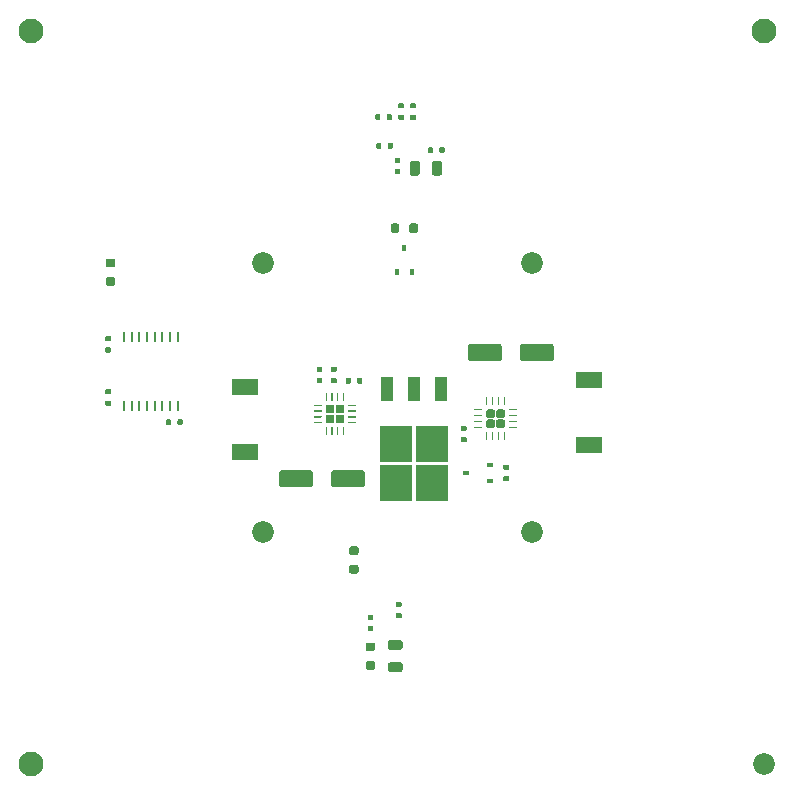
<source format=gbp>
G04 #@! TF.GenerationSoftware,KiCad,Pcbnew,5.1.5*
G04 #@! TF.CreationDate,2020-04-28T07:55:38-04:00*
G04 #@! TF.ProjectId,ball-spider,62616c6c-2d73-4706-9964-65722e6b6963,rev?*
G04 #@! TF.SameCoordinates,Original*
G04 #@! TF.FileFunction,Paste,Bot*
G04 #@! TF.FilePolarity,Positive*
%FSLAX46Y46*%
G04 Gerber Fmt 4.6, Leading zero omitted, Abs format (unit mm)*
G04 Created by KiCad (PCBNEW 5.1.5) date 2020-04-28 07:55:38*
%MOMM*%
%LPD*%
G04 APERTURE LIST*
%ADD10C,0.100000*%
%ADD11C,2.100000*%
%ADD12C,1.847600*%
%ADD13R,0.247600X0.847600*%
%ADD14R,2.750000X3.050000*%
%ADD15R,1.047600X2.047600*%
%ADD16R,0.547600X0.297600*%
%ADD17R,2.247600X1.347600*%
%ADD18R,0.297600X0.547600*%
G04 APERTURE END LIST*
D10*
G36*
X46535857Y-64187070D02*
G01*
X46553393Y-64189671D01*
X46570590Y-64193979D01*
X46587282Y-64199951D01*
X46603308Y-64207531D01*
X46618514Y-64216645D01*
X46632753Y-64227206D01*
X46645889Y-64239111D01*
X46657794Y-64252247D01*
X46668355Y-64266486D01*
X46677469Y-64281692D01*
X46685049Y-64297718D01*
X46691021Y-64314410D01*
X46695329Y-64331607D01*
X46697930Y-64349143D01*
X46698800Y-64366850D01*
X46698800Y-64728150D01*
X46697930Y-64745857D01*
X46695329Y-64763393D01*
X46691021Y-64780590D01*
X46685049Y-64797282D01*
X46677469Y-64813308D01*
X46668355Y-64828514D01*
X46657794Y-64842753D01*
X46645889Y-64855889D01*
X46632753Y-64867794D01*
X46618514Y-64878355D01*
X46603308Y-64887469D01*
X46587282Y-64895049D01*
X46570590Y-64901021D01*
X46553393Y-64905329D01*
X46535857Y-64907930D01*
X46518150Y-64908800D01*
X46081850Y-64908800D01*
X46064143Y-64907930D01*
X46046607Y-64905329D01*
X46029410Y-64901021D01*
X46012718Y-64895049D01*
X45996692Y-64887469D01*
X45981486Y-64878355D01*
X45967247Y-64867794D01*
X45954111Y-64855889D01*
X45942206Y-64842753D01*
X45931645Y-64828514D01*
X45922531Y-64813308D01*
X45914951Y-64797282D01*
X45908979Y-64780590D01*
X45904671Y-64763393D01*
X45902070Y-64745857D01*
X45901200Y-64728150D01*
X45901200Y-64366850D01*
X45902070Y-64349143D01*
X45904671Y-64331607D01*
X45908979Y-64314410D01*
X45914951Y-64297718D01*
X45922531Y-64281692D01*
X45931645Y-64266486D01*
X45942206Y-64252247D01*
X45954111Y-64239111D01*
X45967247Y-64227206D01*
X45981486Y-64216645D01*
X45996692Y-64207531D01*
X46012718Y-64199951D01*
X46029410Y-64193979D01*
X46046607Y-64189671D01*
X46064143Y-64187070D01*
X46081850Y-64186200D01*
X46518150Y-64186200D01*
X46535857Y-64187070D01*
G37*
G36*
X46535857Y-62612070D02*
G01*
X46553393Y-62614671D01*
X46570590Y-62618979D01*
X46587282Y-62624951D01*
X46603308Y-62632531D01*
X46618514Y-62641645D01*
X46632753Y-62652206D01*
X46645889Y-62664111D01*
X46657794Y-62677247D01*
X46668355Y-62691486D01*
X46677469Y-62706692D01*
X46685049Y-62722718D01*
X46691021Y-62739410D01*
X46695329Y-62756607D01*
X46697930Y-62774143D01*
X46698800Y-62791850D01*
X46698800Y-63153150D01*
X46697930Y-63170857D01*
X46695329Y-63188393D01*
X46691021Y-63205590D01*
X46685049Y-63222282D01*
X46677469Y-63238308D01*
X46668355Y-63253514D01*
X46657794Y-63267753D01*
X46645889Y-63280889D01*
X46632753Y-63292794D01*
X46618514Y-63303355D01*
X46603308Y-63312469D01*
X46587282Y-63320049D01*
X46570590Y-63326021D01*
X46553393Y-63330329D01*
X46535857Y-63332930D01*
X46518150Y-63333800D01*
X46081850Y-63333800D01*
X46064143Y-63332930D01*
X46046607Y-63330329D01*
X46029410Y-63326021D01*
X46012718Y-63320049D01*
X45996692Y-63312469D01*
X45981486Y-63303355D01*
X45967247Y-63292794D01*
X45954111Y-63280889D01*
X45942206Y-63267753D01*
X45931645Y-63253514D01*
X45922531Y-63238308D01*
X45914951Y-63222282D01*
X45908979Y-63205590D01*
X45904671Y-63188393D01*
X45902070Y-63170857D01*
X45901200Y-63153150D01*
X45901200Y-62791850D01*
X45902070Y-62774143D01*
X45904671Y-62756607D01*
X45908979Y-62739410D01*
X45914951Y-62722718D01*
X45922531Y-62706692D01*
X45931645Y-62691486D01*
X45942206Y-62677247D01*
X45954111Y-62664111D01*
X45967247Y-62652206D01*
X45981486Y-62641645D01*
X45996692Y-62632531D01*
X46012718Y-62624951D01*
X46029410Y-62618979D01*
X46046607Y-62614671D01*
X46064143Y-62612070D01*
X46081850Y-62611200D01*
X46518150Y-62611200D01*
X46535857Y-62612070D01*
G37*
D11*
X18993368Y-18993368D03*
X81006632Y-18993368D03*
D12*
X81006632Y-81006632D03*
X38580225Y-38580225D03*
X61419775Y-38580225D03*
X61419775Y-61419775D03*
D11*
X18993368Y-81006632D03*
D12*
X38580225Y-61419775D03*
D10*
G36*
X49425123Y-26026727D02*
G01*
X49435743Y-26028302D01*
X49446157Y-26030911D01*
X49456266Y-26034528D01*
X49465971Y-26039118D01*
X49475179Y-26044637D01*
X49483803Y-26051033D01*
X49491757Y-26058243D01*
X49498967Y-26066197D01*
X49505363Y-26074821D01*
X49510882Y-26084029D01*
X49515472Y-26093734D01*
X49519089Y-26103843D01*
X49521698Y-26114257D01*
X49523273Y-26124877D01*
X49523800Y-26135600D01*
X49523800Y-26404400D01*
X49523273Y-26415123D01*
X49521698Y-26425743D01*
X49519089Y-26436157D01*
X49515472Y-26446266D01*
X49510882Y-26455971D01*
X49505363Y-26465179D01*
X49498967Y-26473803D01*
X49491757Y-26481757D01*
X49483803Y-26488967D01*
X49475179Y-26495363D01*
X49465971Y-26500882D01*
X49456266Y-26505472D01*
X49446157Y-26509089D01*
X49435743Y-26511698D01*
X49425123Y-26513273D01*
X49414400Y-26513800D01*
X49195600Y-26513800D01*
X49184877Y-26513273D01*
X49174257Y-26511698D01*
X49163843Y-26509089D01*
X49153734Y-26505472D01*
X49144029Y-26500882D01*
X49134821Y-26495363D01*
X49126197Y-26488967D01*
X49118243Y-26481757D01*
X49111033Y-26473803D01*
X49104637Y-26465179D01*
X49099118Y-26455971D01*
X49094528Y-26446266D01*
X49090911Y-26436157D01*
X49088302Y-26425743D01*
X49086727Y-26415123D01*
X49086200Y-26404400D01*
X49086200Y-26135600D01*
X49086727Y-26124877D01*
X49088302Y-26114257D01*
X49090911Y-26103843D01*
X49094528Y-26093734D01*
X49099118Y-26084029D01*
X49104637Y-26074821D01*
X49111033Y-26066197D01*
X49118243Y-26058243D01*
X49126197Y-26051033D01*
X49134821Y-26044637D01*
X49144029Y-26039118D01*
X49153734Y-26034528D01*
X49163843Y-26030911D01*
X49174257Y-26028302D01*
X49184877Y-26026727D01*
X49195600Y-26026200D01*
X49414400Y-26026200D01*
X49425123Y-26026727D01*
G37*
G36*
X48455123Y-26026727D02*
G01*
X48465743Y-26028302D01*
X48476157Y-26030911D01*
X48486266Y-26034528D01*
X48495971Y-26039118D01*
X48505179Y-26044637D01*
X48513803Y-26051033D01*
X48521757Y-26058243D01*
X48528967Y-26066197D01*
X48535363Y-26074821D01*
X48540882Y-26084029D01*
X48545472Y-26093734D01*
X48549089Y-26103843D01*
X48551698Y-26114257D01*
X48553273Y-26124877D01*
X48553800Y-26135600D01*
X48553800Y-26404400D01*
X48553273Y-26415123D01*
X48551698Y-26425743D01*
X48549089Y-26436157D01*
X48545472Y-26446266D01*
X48540882Y-26455971D01*
X48535363Y-26465179D01*
X48528967Y-26473803D01*
X48521757Y-26481757D01*
X48513803Y-26488967D01*
X48505179Y-26495363D01*
X48495971Y-26500882D01*
X48486266Y-26505472D01*
X48476157Y-26509089D01*
X48465743Y-26511698D01*
X48455123Y-26513273D01*
X48444400Y-26513800D01*
X48225600Y-26513800D01*
X48214877Y-26513273D01*
X48204257Y-26511698D01*
X48193843Y-26509089D01*
X48183734Y-26505472D01*
X48174029Y-26500882D01*
X48164821Y-26495363D01*
X48156197Y-26488967D01*
X48148243Y-26481757D01*
X48141033Y-26473803D01*
X48134637Y-26465179D01*
X48129118Y-26455971D01*
X48124528Y-26446266D01*
X48120911Y-26436157D01*
X48118302Y-26425743D01*
X48116727Y-26415123D01*
X48116200Y-26404400D01*
X48116200Y-26135600D01*
X48116727Y-26124877D01*
X48118302Y-26114257D01*
X48120911Y-26103843D01*
X48124528Y-26093734D01*
X48129118Y-26084029D01*
X48134637Y-26074821D01*
X48141033Y-26066197D01*
X48148243Y-26058243D01*
X48156197Y-26051033D01*
X48164821Y-26044637D01*
X48174029Y-26039118D01*
X48183734Y-26034528D01*
X48193843Y-26030911D01*
X48204257Y-26028302D01*
X48214877Y-26026727D01*
X48225600Y-26026200D01*
X48444400Y-26026200D01*
X48455123Y-26026727D01*
G37*
G36*
X59076792Y-50001317D02*
G01*
X59079160Y-50001669D01*
X59081483Y-50002251D01*
X59083737Y-50003057D01*
X59085902Y-50004081D01*
X59087956Y-50005312D01*
X59089879Y-50006739D01*
X59091653Y-50008347D01*
X59093261Y-50010121D01*
X59094688Y-50012044D01*
X59095919Y-50014098D01*
X59096943Y-50016263D01*
X59097749Y-50018517D01*
X59098331Y-50020840D01*
X59098683Y-50023208D01*
X59098800Y-50025600D01*
X59098800Y-50649400D01*
X59098683Y-50651792D01*
X59098331Y-50654160D01*
X59097749Y-50656483D01*
X59096943Y-50658737D01*
X59095919Y-50660902D01*
X59094688Y-50662956D01*
X59093261Y-50664879D01*
X59091653Y-50666653D01*
X59089879Y-50668261D01*
X59087956Y-50669688D01*
X59085902Y-50670919D01*
X59083737Y-50671943D01*
X59081483Y-50672749D01*
X59079160Y-50673331D01*
X59076792Y-50673683D01*
X59074400Y-50673800D01*
X59025600Y-50673800D01*
X59023208Y-50673683D01*
X59020840Y-50673331D01*
X59018517Y-50672749D01*
X59016263Y-50671943D01*
X59014098Y-50670919D01*
X59012044Y-50669688D01*
X59010121Y-50668261D01*
X59008347Y-50666653D01*
X59006739Y-50664879D01*
X59005312Y-50662956D01*
X59004081Y-50660902D01*
X59003057Y-50658737D01*
X59002251Y-50656483D01*
X59001669Y-50654160D01*
X59001317Y-50651792D01*
X59001200Y-50649400D01*
X59001200Y-50025600D01*
X59001317Y-50023208D01*
X59001669Y-50020840D01*
X59002251Y-50018517D01*
X59003057Y-50016263D01*
X59004081Y-50014098D01*
X59005312Y-50012044D01*
X59006739Y-50010121D01*
X59008347Y-50008347D01*
X59010121Y-50006739D01*
X59012044Y-50005312D01*
X59014098Y-50004081D01*
X59016263Y-50003057D01*
X59018517Y-50002251D01*
X59020840Y-50001669D01*
X59023208Y-50001317D01*
X59025600Y-50001200D01*
X59074400Y-50001200D01*
X59076792Y-50001317D01*
G37*
G36*
X58576792Y-50001317D02*
G01*
X58579160Y-50001669D01*
X58581483Y-50002251D01*
X58583737Y-50003057D01*
X58585902Y-50004081D01*
X58587956Y-50005312D01*
X58589879Y-50006739D01*
X58591653Y-50008347D01*
X58593261Y-50010121D01*
X58594688Y-50012044D01*
X58595919Y-50014098D01*
X58596943Y-50016263D01*
X58597749Y-50018517D01*
X58598331Y-50020840D01*
X58598683Y-50023208D01*
X58598800Y-50025600D01*
X58598800Y-50649400D01*
X58598683Y-50651792D01*
X58598331Y-50654160D01*
X58597749Y-50656483D01*
X58596943Y-50658737D01*
X58595919Y-50660902D01*
X58594688Y-50662956D01*
X58593261Y-50664879D01*
X58591653Y-50666653D01*
X58589879Y-50668261D01*
X58587956Y-50669688D01*
X58585902Y-50670919D01*
X58583737Y-50671943D01*
X58581483Y-50672749D01*
X58579160Y-50673331D01*
X58576792Y-50673683D01*
X58574400Y-50673800D01*
X58525600Y-50673800D01*
X58523208Y-50673683D01*
X58520840Y-50673331D01*
X58518517Y-50672749D01*
X58516263Y-50671943D01*
X58514098Y-50670919D01*
X58512044Y-50669688D01*
X58510121Y-50668261D01*
X58508347Y-50666653D01*
X58506739Y-50664879D01*
X58505312Y-50662956D01*
X58504081Y-50660902D01*
X58503057Y-50658737D01*
X58502251Y-50656483D01*
X58501669Y-50654160D01*
X58501317Y-50651792D01*
X58501200Y-50649400D01*
X58501200Y-50025600D01*
X58501317Y-50023208D01*
X58501669Y-50020840D01*
X58502251Y-50018517D01*
X58503057Y-50016263D01*
X58504081Y-50014098D01*
X58505312Y-50012044D01*
X58506739Y-50010121D01*
X58508347Y-50008347D01*
X58510121Y-50006739D01*
X58512044Y-50005312D01*
X58514098Y-50004081D01*
X58516263Y-50003057D01*
X58518517Y-50002251D01*
X58520840Y-50001669D01*
X58523208Y-50001317D01*
X58525600Y-50001200D01*
X58574400Y-50001200D01*
X58576792Y-50001317D01*
G37*
G36*
X58076792Y-50001317D02*
G01*
X58079160Y-50001669D01*
X58081483Y-50002251D01*
X58083737Y-50003057D01*
X58085902Y-50004081D01*
X58087956Y-50005312D01*
X58089879Y-50006739D01*
X58091653Y-50008347D01*
X58093261Y-50010121D01*
X58094688Y-50012044D01*
X58095919Y-50014098D01*
X58096943Y-50016263D01*
X58097749Y-50018517D01*
X58098331Y-50020840D01*
X58098683Y-50023208D01*
X58098800Y-50025600D01*
X58098800Y-50649400D01*
X58098683Y-50651792D01*
X58098331Y-50654160D01*
X58097749Y-50656483D01*
X58096943Y-50658737D01*
X58095919Y-50660902D01*
X58094688Y-50662956D01*
X58093261Y-50664879D01*
X58091653Y-50666653D01*
X58089879Y-50668261D01*
X58087956Y-50669688D01*
X58085902Y-50670919D01*
X58083737Y-50671943D01*
X58081483Y-50672749D01*
X58079160Y-50673331D01*
X58076792Y-50673683D01*
X58074400Y-50673800D01*
X58025600Y-50673800D01*
X58023208Y-50673683D01*
X58020840Y-50673331D01*
X58018517Y-50672749D01*
X58016263Y-50671943D01*
X58014098Y-50670919D01*
X58012044Y-50669688D01*
X58010121Y-50668261D01*
X58008347Y-50666653D01*
X58006739Y-50664879D01*
X58005312Y-50662956D01*
X58004081Y-50660902D01*
X58003057Y-50658737D01*
X58002251Y-50656483D01*
X58001669Y-50654160D01*
X58001317Y-50651792D01*
X58001200Y-50649400D01*
X58001200Y-50025600D01*
X58001317Y-50023208D01*
X58001669Y-50020840D01*
X58002251Y-50018517D01*
X58003057Y-50016263D01*
X58004081Y-50014098D01*
X58005312Y-50012044D01*
X58006739Y-50010121D01*
X58008347Y-50008347D01*
X58010121Y-50006739D01*
X58012044Y-50005312D01*
X58014098Y-50004081D01*
X58016263Y-50003057D01*
X58018517Y-50002251D01*
X58020840Y-50001669D01*
X58023208Y-50001317D01*
X58025600Y-50001200D01*
X58074400Y-50001200D01*
X58076792Y-50001317D01*
G37*
G36*
X57576792Y-50001317D02*
G01*
X57579160Y-50001669D01*
X57581483Y-50002251D01*
X57583737Y-50003057D01*
X57585902Y-50004081D01*
X57587956Y-50005312D01*
X57589879Y-50006739D01*
X57591653Y-50008347D01*
X57593261Y-50010121D01*
X57594688Y-50012044D01*
X57595919Y-50014098D01*
X57596943Y-50016263D01*
X57597749Y-50018517D01*
X57598331Y-50020840D01*
X57598683Y-50023208D01*
X57598800Y-50025600D01*
X57598800Y-50649400D01*
X57598683Y-50651792D01*
X57598331Y-50654160D01*
X57597749Y-50656483D01*
X57596943Y-50658737D01*
X57595919Y-50660902D01*
X57594688Y-50662956D01*
X57593261Y-50664879D01*
X57591653Y-50666653D01*
X57589879Y-50668261D01*
X57587956Y-50669688D01*
X57585902Y-50670919D01*
X57583737Y-50671943D01*
X57581483Y-50672749D01*
X57579160Y-50673331D01*
X57576792Y-50673683D01*
X57574400Y-50673800D01*
X57525600Y-50673800D01*
X57523208Y-50673683D01*
X57520840Y-50673331D01*
X57518517Y-50672749D01*
X57516263Y-50671943D01*
X57514098Y-50670919D01*
X57512044Y-50669688D01*
X57510121Y-50668261D01*
X57508347Y-50666653D01*
X57506739Y-50664879D01*
X57505312Y-50662956D01*
X57504081Y-50660902D01*
X57503057Y-50658737D01*
X57502251Y-50656483D01*
X57501669Y-50654160D01*
X57501317Y-50651792D01*
X57501200Y-50649400D01*
X57501200Y-50025600D01*
X57501317Y-50023208D01*
X57501669Y-50020840D01*
X57502251Y-50018517D01*
X57503057Y-50016263D01*
X57504081Y-50014098D01*
X57505312Y-50012044D01*
X57506739Y-50010121D01*
X57508347Y-50008347D01*
X57510121Y-50006739D01*
X57512044Y-50005312D01*
X57514098Y-50004081D01*
X57516263Y-50003057D01*
X57518517Y-50002251D01*
X57520840Y-50001669D01*
X57523208Y-50001317D01*
X57525600Y-50001200D01*
X57574400Y-50001200D01*
X57576792Y-50001317D01*
G37*
G36*
X57151792Y-51001317D02*
G01*
X57154160Y-51001669D01*
X57156483Y-51002251D01*
X57158737Y-51003057D01*
X57160902Y-51004081D01*
X57162956Y-51005312D01*
X57164879Y-51006739D01*
X57166653Y-51008347D01*
X57168261Y-51010121D01*
X57169688Y-51012044D01*
X57170919Y-51014098D01*
X57171943Y-51016263D01*
X57172749Y-51018517D01*
X57173331Y-51020840D01*
X57173683Y-51023208D01*
X57173800Y-51025600D01*
X57173800Y-51074400D01*
X57173683Y-51076792D01*
X57173331Y-51079160D01*
X57172749Y-51081483D01*
X57171943Y-51083737D01*
X57170919Y-51085902D01*
X57169688Y-51087956D01*
X57168261Y-51089879D01*
X57166653Y-51091653D01*
X57164879Y-51093261D01*
X57162956Y-51094688D01*
X57160902Y-51095919D01*
X57158737Y-51096943D01*
X57156483Y-51097749D01*
X57154160Y-51098331D01*
X57151792Y-51098683D01*
X57149400Y-51098800D01*
X56525600Y-51098800D01*
X56523208Y-51098683D01*
X56520840Y-51098331D01*
X56518517Y-51097749D01*
X56516263Y-51096943D01*
X56514098Y-51095919D01*
X56512044Y-51094688D01*
X56510121Y-51093261D01*
X56508347Y-51091653D01*
X56506739Y-51089879D01*
X56505312Y-51087956D01*
X56504081Y-51085902D01*
X56503057Y-51083737D01*
X56502251Y-51081483D01*
X56501669Y-51079160D01*
X56501317Y-51076792D01*
X56501200Y-51074400D01*
X56501200Y-51025600D01*
X56501317Y-51023208D01*
X56501669Y-51020840D01*
X56502251Y-51018517D01*
X56503057Y-51016263D01*
X56504081Y-51014098D01*
X56505312Y-51012044D01*
X56506739Y-51010121D01*
X56508347Y-51008347D01*
X56510121Y-51006739D01*
X56512044Y-51005312D01*
X56514098Y-51004081D01*
X56516263Y-51003057D01*
X56518517Y-51002251D01*
X56520840Y-51001669D01*
X56523208Y-51001317D01*
X56525600Y-51001200D01*
X57149400Y-51001200D01*
X57151792Y-51001317D01*
G37*
G36*
X57151792Y-51501317D02*
G01*
X57154160Y-51501669D01*
X57156483Y-51502251D01*
X57158737Y-51503057D01*
X57160902Y-51504081D01*
X57162956Y-51505312D01*
X57164879Y-51506739D01*
X57166653Y-51508347D01*
X57168261Y-51510121D01*
X57169688Y-51512044D01*
X57170919Y-51514098D01*
X57171943Y-51516263D01*
X57172749Y-51518517D01*
X57173331Y-51520840D01*
X57173683Y-51523208D01*
X57173800Y-51525600D01*
X57173800Y-51574400D01*
X57173683Y-51576792D01*
X57173331Y-51579160D01*
X57172749Y-51581483D01*
X57171943Y-51583737D01*
X57170919Y-51585902D01*
X57169688Y-51587956D01*
X57168261Y-51589879D01*
X57166653Y-51591653D01*
X57164879Y-51593261D01*
X57162956Y-51594688D01*
X57160902Y-51595919D01*
X57158737Y-51596943D01*
X57156483Y-51597749D01*
X57154160Y-51598331D01*
X57151792Y-51598683D01*
X57149400Y-51598800D01*
X56525600Y-51598800D01*
X56523208Y-51598683D01*
X56520840Y-51598331D01*
X56518517Y-51597749D01*
X56516263Y-51596943D01*
X56514098Y-51595919D01*
X56512044Y-51594688D01*
X56510121Y-51593261D01*
X56508347Y-51591653D01*
X56506739Y-51589879D01*
X56505312Y-51587956D01*
X56504081Y-51585902D01*
X56503057Y-51583737D01*
X56502251Y-51581483D01*
X56501669Y-51579160D01*
X56501317Y-51576792D01*
X56501200Y-51574400D01*
X56501200Y-51525600D01*
X56501317Y-51523208D01*
X56501669Y-51520840D01*
X56502251Y-51518517D01*
X56503057Y-51516263D01*
X56504081Y-51514098D01*
X56505312Y-51512044D01*
X56506739Y-51510121D01*
X56508347Y-51508347D01*
X56510121Y-51506739D01*
X56512044Y-51505312D01*
X56514098Y-51504081D01*
X56516263Y-51503057D01*
X56518517Y-51502251D01*
X56520840Y-51501669D01*
X56523208Y-51501317D01*
X56525600Y-51501200D01*
X57149400Y-51501200D01*
X57151792Y-51501317D01*
G37*
G36*
X57151792Y-52001317D02*
G01*
X57154160Y-52001669D01*
X57156483Y-52002251D01*
X57158737Y-52003057D01*
X57160902Y-52004081D01*
X57162956Y-52005312D01*
X57164879Y-52006739D01*
X57166653Y-52008347D01*
X57168261Y-52010121D01*
X57169688Y-52012044D01*
X57170919Y-52014098D01*
X57171943Y-52016263D01*
X57172749Y-52018517D01*
X57173331Y-52020840D01*
X57173683Y-52023208D01*
X57173800Y-52025600D01*
X57173800Y-52074400D01*
X57173683Y-52076792D01*
X57173331Y-52079160D01*
X57172749Y-52081483D01*
X57171943Y-52083737D01*
X57170919Y-52085902D01*
X57169688Y-52087956D01*
X57168261Y-52089879D01*
X57166653Y-52091653D01*
X57164879Y-52093261D01*
X57162956Y-52094688D01*
X57160902Y-52095919D01*
X57158737Y-52096943D01*
X57156483Y-52097749D01*
X57154160Y-52098331D01*
X57151792Y-52098683D01*
X57149400Y-52098800D01*
X56525600Y-52098800D01*
X56523208Y-52098683D01*
X56520840Y-52098331D01*
X56518517Y-52097749D01*
X56516263Y-52096943D01*
X56514098Y-52095919D01*
X56512044Y-52094688D01*
X56510121Y-52093261D01*
X56508347Y-52091653D01*
X56506739Y-52089879D01*
X56505312Y-52087956D01*
X56504081Y-52085902D01*
X56503057Y-52083737D01*
X56502251Y-52081483D01*
X56501669Y-52079160D01*
X56501317Y-52076792D01*
X56501200Y-52074400D01*
X56501200Y-52025600D01*
X56501317Y-52023208D01*
X56501669Y-52020840D01*
X56502251Y-52018517D01*
X56503057Y-52016263D01*
X56504081Y-52014098D01*
X56505312Y-52012044D01*
X56506739Y-52010121D01*
X56508347Y-52008347D01*
X56510121Y-52006739D01*
X56512044Y-52005312D01*
X56514098Y-52004081D01*
X56516263Y-52003057D01*
X56518517Y-52002251D01*
X56520840Y-52001669D01*
X56523208Y-52001317D01*
X56525600Y-52001200D01*
X57149400Y-52001200D01*
X57151792Y-52001317D01*
G37*
G36*
X57151792Y-52501317D02*
G01*
X57154160Y-52501669D01*
X57156483Y-52502251D01*
X57158737Y-52503057D01*
X57160902Y-52504081D01*
X57162956Y-52505312D01*
X57164879Y-52506739D01*
X57166653Y-52508347D01*
X57168261Y-52510121D01*
X57169688Y-52512044D01*
X57170919Y-52514098D01*
X57171943Y-52516263D01*
X57172749Y-52518517D01*
X57173331Y-52520840D01*
X57173683Y-52523208D01*
X57173800Y-52525600D01*
X57173800Y-52574400D01*
X57173683Y-52576792D01*
X57173331Y-52579160D01*
X57172749Y-52581483D01*
X57171943Y-52583737D01*
X57170919Y-52585902D01*
X57169688Y-52587956D01*
X57168261Y-52589879D01*
X57166653Y-52591653D01*
X57164879Y-52593261D01*
X57162956Y-52594688D01*
X57160902Y-52595919D01*
X57158737Y-52596943D01*
X57156483Y-52597749D01*
X57154160Y-52598331D01*
X57151792Y-52598683D01*
X57149400Y-52598800D01*
X56525600Y-52598800D01*
X56523208Y-52598683D01*
X56520840Y-52598331D01*
X56518517Y-52597749D01*
X56516263Y-52596943D01*
X56514098Y-52595919D01*
X56512044Y-52594688D01*
X56510121Y-52593261D01*
X56508347Y-52591653D01*
X56506739Y-52589879D01*
X56505312Y-52587956D01*
X56504081Y-52585902D01*
X56503057Y-52583737D01*
X56502251Y-52581483D01*
X56501669Y-52579160D01*
X56501317Y-52576792D01*
X56501200Y-52574400D01*
X56501200Y-52525600D01*
X56501317Y-52523208D01*
X56501669Y-52520840D01*
X56502251Y-52518517D01*
X56503057Y-52516263D01*
X56504081Y-52514098D01*
X56505312Y-52512044D01*
X56506739Y-52510121D01*
X56508347Y-52508347D01*
X56510121Y-52506739D01*
X56512044Y-52505312D01*
X56514098Y-52504081D01*
X56516263Y-52503057D01*
X56518517Y-52502251D01*
X56520840Y-52501669D01*
X56523208Y-52501317D01*
X56525600Y-52501200D01*
X57149400Y-52501200D01*
X57151792Y-52501317D01*
G37*
G36*
X57576792Y-52926317D02*
G01*
X57579160Y-52926669D01*
X57581483Y-52927251D01*
X57583737Y-52928057D01*
X57585902Y-52929081D01*
X57587956Y-52930312D01*
X57589879Y-52931739D01*
X57591653Y-52933347D01*
X57593261Y-52935121D01*
X57594688Y-52937044D01*
X57595919Y-52939098D01*
X57596943Y-52941263D01*
X57597749Y-52943517D01*
X57598331Y-52945840D01*
X57598683Y-52948208D01*
X57598800Y-52950600D01*
X57598800Y-53574400D01*
X57598683Y-53576792D01*
X57598331Y-53579160D01*
X57597749Y-53581483D01*
X57596943Y-53583737D01*
X57595919Y-53585902D01*
X57594688Y-53587956D01*
X57593261Y-53589879D01*
X57591653Y-53591653D01*
X57589879Y-53593261D01*
X57587956Y-53594688D01*
X57585902Y-53595919D01*
X57583737Y-53596943D01*
X57581483Y-53597749D01*
X57579160Y-53598331D01*
X57576792Y-53598683D01*
X57574400Y-53598800D01*
X57525600Y-53598800D01*
X57523208Y-53598683D01*
X57520840Y-53598331D01*
X57518517Y-53597749D01*
X57516263Y-53596943D01*
X57514098Y-53595919D01*
X57512044Y-53594688D01*
X57510121Y-53593261D01*
X57508347Y-53591653D01*
X57506739Y-53589879D01*
X57505312Y-53587956D01*
X57504081Y-53585902D01*
X57503057Y-53583737D01*
X57502251Y-53581483D01*
X57501669Y-53579160D01*
X57501317Y-53576792D01*
X57501200Y-53574400D01*
X57501200Y-52950600D01*
X57501317Y-52948208D01*
X57501669Y-52945840D01*
X57502251Y-52943517D01*
X57503057Y-52941263D01*
X57504081Y-52939098D01*
X57505312Y-52937044D01*
X57506739Y-52935121D01*
X57508347Y-52933347D01*
X57510121Y-52931739D01*
X57512044Y-52930312D01*
X57514098Y-52929081D01*
X57516263Y-52928057D01*
X57518517Y-52927251D01*
X57520840Y-52926669D01*
X57523208Y-52926317D01*
X57525600Y-52926200D01*
X57574400Y-52926200D01*
X57576792Y-52926317D01*
G37*
G36*
X58076792Y-52926317D02*
G01*
X58079160Y-52926669D01*
X58081483Y-52927251D01*
X58083737Y-52928057D01*
X58085902Y-52929081D01*
X58087956Y-52930312D01*
X58089879Y-52931739D01*
X58091653Y-52933347D01*
X58093261Y-52935121D01*
X58094688Y-52937044D01*
X58095919Y-52939098D01*
X58096943Y-52941263D01*
X58097749Y-52943517D01*
X58098331Y-52945840D01*
X58098683Y-52948208D01*
X58098800Y-52950600D01*
X58098800Y-53574400D01*
X58098683Y-53576792D01*
X58098331Y-53579160D01*
X58097749Y-53581483D01*
X58096943Y-53583737D01*
X58095919Y-53585902D01*
X58094688Y-53587956D01*
X58093261Y-53589879D01*
X58091653Y-53591653D01*
X58089879Y-53593261D01*
X58087956Y-53594688D01*
X58085902Y-53595919D01*
X58083737Y-53596943D01*
X58081483Y-53597749D01*
X58079160Y-53598331D01*
X58076792Y-53598683D01*
X58074400Y-53598800D01*
X58025600Y-53598800D01*
X58023208Y-53598683D01*
X58020840Y-53598331D01*
X58018517Y-53597749D01*
X58016263Y-53596943D01*
X58014098Y-53595919D01*
X58012044Y-53594688D01*
X58010121Y-53593261D01*
X58008347Y-53591653D01*
X58006739Y-53589879D01*
X58005312Y-53587956D01*
X58004081Y-53585902D01*
X58003057Y-53583737D01*
X58002251Y-53581483D01*
X58001669Y-53579160D01*
X58001317Y-53576792D01*
X58001200Y-53574400D01*
X58001200Y-52950600D01*
X58001317Y-52948208D01*
X58001669Y-52945840D01*
X58002251Y-52943517D01*
X58003057Y-52941263D01*
X58004081Y-52939098D01*
X58005312Y-52937044D01*
X58006739Y-52935121D01*
X58008347Y-52933347D01*
X58010121Y-52931739D01*
X58012044Y-52930312D01*
X58014098Y-52929081D01*
X58016263Y-52928057D01*
X58018517Y-52927251D01*
X58020840Y-52926669D01*
X58023208Y-52926317D01*
X58025600Y-52926200D01*
X58074400Y-52926200D01*
X58076792Y-52926317D01*
G37*
G36*
X58576792Y-52926317D02*
G01*
X58579160Y-52926669D01*
X58581483Y-52927251D01*
X58583737Y-52928057D01*
X58585902Y-52929081D01*
X58587956Y-52930312D01*
X58589879Y-52931739D01*
X58591653Y-52933347D01*
X58593261Y-52935121D01*
X58594688Y-52937044D01*
X58595919Y-52939098D01*
X58596943Y-52941263D01*
X58597749Y-52943517D01*
X58598331Y-52945840D01*
X58598683Y-52948208D01*
X58598800Y-52950600D01*
X58598800Y-53574400D01*
X58598683Y-53576792D01*
X58598331Y-53579160D01*
X58597749Y-53581483D01*
X58596943Y-53583737D01*
X58595919Y-53585902D01*
X58594688Y-53587956D01*
X58593261Y-53589879D01*
X58591653Y-53591653D01*
X58589879Y-53593261D01*
X58587956Y-53594688D01*
X58585902Y-53595919D01*
X58583737Y-53596943D01*
X58581483Y-53597749D01*
X58579160Y-53598331D01*
X58576792Y-53598683D01*
X58574400Y-53598800D01*
X58525600Y-53598800D01*
X58523208Y-53598683D01*
X58520840Y-53598331D01*
X58518517Y-53597749D01*
X58516263Y-53596943D01*
X58514098Y-53595919D01*
X58512044Y-53594688D01*
X58510121Y-53593261D01*
X58508347Y-53591653D01*
X58506739Y-53589879D01*
X58505312Y-53587956D01*
X58504081Y-53585902D01*
X58503057Y-53583737D01*
X58502251Y-53581483D01*
X58501669Y-53579160D01*
X58501317Y-53576792D01*
X58501200Y-53574400D01*
X58501200Y-52950600D01*
X58501317Y-52948208D01*
X58501669Y-52945840D01*
X58502251Y-52943517D01*
X58503057Y-52941263D01*
X58504081Y-52939098D01*
X58505312Y-52937044D01*
X58506739Y-52935121D01*
X58508347Y-52933347D01*
X58510121Y-52931739D01*
X58512044Y-52930312D01*
X58514098Y-52929081D01*
X58516263Y-52928057D01*
X58518517Y-52927251D01*
X58520840Y-52926669D01*
X58523208Y-52926317D01*
X58525600Y-52926200D01*
X58574400Y-52926200D01*
X58576792Y-52926317D01*
G37*
G36*
X59076792Y-52926317D02*
G01*
X59079160Y-52926669D01*
X59081483Y-52927251D01*
X59083737Y-52928057D01*
X59085902Y-52929081D01*
X59087956Y-52930312D01*
X59089879Y-52931739D01*
X59091653Y-52933347D01*
X59093261Y-52935121D01*
X59094688Y-52937044D01*
X59095919Y-52939098D01*
X59096943Y-52941263D01*
X59097749Y-52943517D01*
X59098331Y-52945840D01*
X59098683Y-52948208D01*
X59098800Y-52950600D01*
X59098800Y-53574400D01*
X59098683Y-53576792D01*
X59098331Y-53579160D01*
X59097749Y-53581483D01*
X59096943Y-53583737D01*
X59095919Y-53585902D01*
X59094688Y-53587956D01*
X59093261Y-53589879D01*
X59091653Y-53591653D01*
X59089879Y-53593261D01*
X59087956Y-53594688D01*
X59085902Y-53595919D01*
X59083737Y-53596943D01*
X59081483Y-53597749D01*
X59079160Y-53598331D01*
X59076792Y-53598683D01*
X59074400Y-53598800D01*
X59025600Y-53598800D01*
X59023208Y-53598683D01*
X59020840Y-53598331D01*
X59018517Y-53597749D01*
X59016263Y-53596943D01*
X59014098Y-53595919D01*
X59012044Y-53594688D01*
X59010121Y-53593261D01*
X59008347Y-53591653D01*
X59006739Y-53589879D01*
X59005312Y-53587956D01*
X59004081Y-53585902D01*
X59003057Y-53583737D01*
X59002251Y-53581483D01*
X59001669Y-53579160D01*
X59001317Y-53576792D01*
X59001200Y-53574400D01*
X59001200Y-52950600D01*
X59001317Y-52948208D01*
X59001669Y-52945840D01*
X59002251Y-52943517D01*
X59003057Y-52941263D01*
X59004081Y-52939098D01*
X59005312Y-52937044D01*
X59006739Y-52935121D01*
X59008347Y-52933347D01*
X59010121Y-52931739D01*
X59012044Y-52930312D01*
X59014098Y-52929081D01*
X59016263Y-52928057D01*
X59018517Y-52927251D01*
X59020840Y-52926669D01*
X59023208Y-52926317D01*
X59025600Y-52926200D01*
X59074400Y-52926200D01*
X59076792Y-52926317D01*
G37*
G36*
X60076792Y-52501317D02*
G01*
X60079160Y-52501669D01*
X60081483Y-52502251D01*
X60083737Y-52503057D01*
X60085902Y-52504081D01*
X60087956Y-52505312D01*
X60089879Y-52506739D01*
X60091653Y-52508347D01*
X60093261Y-52510121D01*
X60094688Y-52512044D01*
X60095919Y-52514098D01*
X60096943Y-52516263D01*
X60097749Y-52518517D01*
X60098331Y-52520840D01*
X60098683Y-52523208D01*
X60098800Y-52525600D01*
X60098800Y-52574400D01*
X60098683Y-52576792D01*
X60098331Y-52579160D01*
X60097749Y-52581483D01*
X60096943Y-52583737D01*
X60095919Y-52585902D01*
X60094688Y-52587956D01*
X60093261Y-52589879D01*
X60091653Y-52591653D01*
X60089879Y-52593261D01*
X60087956Y-52594688D01*
X60085902Y-52595919D01*
X60083737Y-52596943D01*
X60081483Y-52597749D01*
X60079160Y-52598331D01*
X60076792Y-52598683D01*
X60074400Y-52598800D01*
X59450600Y-52598800D01*
X59448208Y-52598683D01*
X59445840Y-52598331D01*
X59443517Y-52597749D01*
X59441263Y-52596943D01*
X59439098Y-52595919D01*
X59437044Y-52594688D01*
X59435121Y-52593261D01*
X59433347Y-52591653D01*
X59431739Y-52589879D01*
X59430312Y-52587956D01*
X59429081Y-52585902D01*
X59428057Y-52583737D01*
X59427251Y-52581483D01*
X59426669Y-52579160D01*
X59426317Y-52576792D01*
X59426200Y-52574400D01*
X59426200Y-52525600D01*
X59426317Y-52523208D01*
X59426669Y-52520840D01*
X59427251Y-52518517D01*
X59428057Y-52516263D01*
X59429081Y-52514098D01*
X59430312Y-52512044D01*
X59431739Y-52510121D01*
X59433347Y-52508347D01*
X59435121Y-52506739D01*
X59437044Y-52505312D01*
X59439098Y-52504081D01*
X59441263Y-52503057D01*
X59443517Y-52502251D01*
X59445840Y-52501669D01*
X59448208Y-52501317D01*
X59450600Y-52501200D01*
X60074400Y-52501200D01*
X60076792Y-52501317D01*
G37*
G36*
X60076792Y-52001317D02*
G01*
X60079160Y-52001669D01*
X60081483Y-52002251D01*
X60083737Y-52003057D01*
X60085902Y-52004081D01*
X60087956Y-52005312D01*
X60089879Y-52006739D01*
X60091653Y-52008347D01*
X60093261Y-52010121D01*
X60094688Y-52012044D01*
X60095919Y-52014098D01*
X60096943Y-52016263D01*
X60097749Y-52018517D01*
X60098331Y-52020840D01*
X60098683Y-52023208D01*
X60098800Y-52025600D01*
X60098800Y-52074400D01*
X60098683Y-52076792D01*
X60098331Y-52079160D01*
X60097749Y-52081483D01*
X60096943Y-52083737D01*
X60095919Y-52085902D01*
X60094688Y-52087956D01*
X60093261Y-52089879D01*
X60091653Y-52091653D01*
X60089879Y-52093261D01*
X60087956Y-52094688D01*
X60085902Y-52095919D01*
X60083737Y-52096943D01*
X60081483Y-52097749D01*
X60079160Y-52098331D01*
X60076792Y-52098683D01*
X60074400Y-52098800D01*
X59450600Y-52098800D01*
X59448208Y-52098683D01*
X59445840Y-52098331D01*
X59443517Y-52097749D01*
X59441263Y-52096943D01*
X59439098Y-52095919D01*
X59437044Y-52094688D01*
X59435121Y-52093261D01*
X59433347Y-52091653D01*
X59431739Y-52089879D01*
X59430312Y-52087956D01*
X59429081Y-52085902D01*
X59428057Y-52083737D01*
X59427251Y-52081483D01*
X59426669Y-52079160D01*
X59426317Y-52076792D01*
X59426200Y-52074400D01*
X59426200Y-52025600D01*
X59426317Y-52023208D01*
X59426669Y-52020840D01*
X59427251Y-52018517D01*
X59428057Y-52016263D01*
X59429081Y-52014098D01*
X59430312Y-52012044D01*
X59431739Y-52010121D01*
X59433347Y-52008347D01*
X59435121Y-52006739D01*
X59437044Y-52005312D01*
X59439098Y-52004081D01*
X59441263Y-52003057D01*
X59443517Y-52002251D01*
X59445840Y-52001669D01*
X59448208Y-52001317D01*
X59450600Y-52001200D01*
X60074400Y-52001200D01*
X60076792Y-52001317D01*
G37*
G36*
X60076792Y-51501317D02*
G01*
X60079160Y-51501669D01*
X60081483Y-51502251D01*
X60083737Y-51503057D01*
X60085902Y-51504081D01*
X60087956Y-51505312D01*
X60089879Y-51506739D01*
X60091653Y-51508347D01*
X60093261Y-51510121D01*
X60094688Y-51512044D01*
X60095919Y-51514098D01*
X60096943Y-51516263D01*
X60097749Y-51518517D01*
X60098331Y-51520840D01*
X60098683Y-51523208D01*
X60098800Y-51525600D01*
X60098800Y-51574400D01*
X60098683Y-51576792D01*
X60098331Y-51579160D01*
X60097749Y-51581483D01*
X60096943Y-51583737D01*
X60095919Y-51585902D01*
X60094688Y-51587956D01*
X60093261Y-51589879D01*
X60091653Y-51591653D01*
X60089879Y-51593261D01*
X60087956Y-51594688D01*
X60085902Y-51595919D01*
X60083737Y-51596943D01*
X60081483Y-51597749D01*
X60079160Y-51598331D01*
X60076792Y-51598683D01*
X60074400Y-51598800D01*
X59450600Y-51598800D01*
X59448208Y-51598683D01*
X59445840Y-51598331D01*
X59443517Y-51597749D01*
X59441263Y-51596943D01*
X59439098Y-51595919D01*
X59437044Y-51594688D01*
X59435121Y-51593261D01*
X59433347Y-51591653D01*
X59431739Y-51589879D01*
X59430312Y-51587956D01*
X59429081Y-51585902D01*
X59428057Y-51583737D01*
X59427251Y-51581483D01*
X59426669Y-51579160D01*
X59426317Y-51576792D01*
X59426200Y-51574400D01*
X59426200Y-51525600D01*
X59426317Y-51523208D01*
X59426669Y-51520840D01*
X59427251Y-51518517D01*
X59428057Y-51516263D01*
X59429081Y-51514098D01*
X59430312Y-51512044D01*
X59431739Y-51510121D01*
X59433347Y-51508347D01*
X59435121Y-51506739D01*
X59437044Y-51505312D01*
X59439098Y-51504081D01*
X59441263Y-51503057D01*
X59443517Y-51502251D01*
X59445840Y-51501669D01*
X59448208Y-51501317D01*
X59450600Y-51501200D01*
X60074400Y-51501200D01*
X60076792Y-51501317D01*
G37*
G36*
X60076792Y-51001317D02*
G01*
X60079160Y-51001669D01*
X60081483Y-51002251D01*
X60083737Y-51003057D01*
X60085902Y-51004081D01*
X60087956Y-51005312D01*
X60089879Y-51006739D01*
X60091653Y-51008347D01*
X60093261Y-51010121D01*
X60094688Y-51012044D01*
X60095919Y-51014098D01*
X60096943Y-51016263D01*
X60097749Y-51018517D01*
X60098331Y-51020840D01*
X60098683Y-51023208D01*
X60098800Y-51025600D01*
X60098800Y-51074400D01*
X60098683Y-51076792D01*
X60098331Y-51079160D01*
X60097749Y-51081483D01*
X60096943Y-51083737D01*
X60095919Y-51085902D01*
X60094688Y-51087956D01*
X60093261Y-51089879D01*
X60091653Y-51091653D01*
X60089879Y-51093261D01*
X60087956Y-51094688D01*
X60085902Y-51095919D01*
X60083737Y-51096943D01*
X60081483Y-51097749D01*
X60079160Y-51098331D01*
X60076792Y-51098683D01*
X60074400Y-51098800D01*
X59450600Y-51098800D01*
X59448208Y-51098683D01*
X59445840Y-51098331D01*
X59443517Y-51097749D01*
X59441263Y-51096943D01*
X59439098Y-51095919D01*
X59437044Y-51094688D01*
X59435121Y-51093261D01*
X59433347Y-51091653D01*
X59431739Y-51089879D01*
X59430312Y-51087956D01*
X59429081Y-51085902D01*
X59428057Y-51083737D01*
X59427251Y-51081483D01*
X59426669Y-51079160D01*
X59426317Y-51076792D01*
X59426200Y-51074400D01*
X59426200Y-51025600D01*
X59426317Y-51023208D01*
X59426669Y-51020840D01*
X59427251Y-51018517D01*
X59428057Y-51016263D01*
X59429081Y-51014098D01*
X59430312Y-51012044D01*
X59431739Y-51010121D01*
X59433347Y-51008347D01*
X59435121Y-51006739D01*
X59437044Y-51005312D01*
X59439098Y-51004081D01*
X59441263Y-51003057D01*
X59443517Y-51002251D01*
X59445840Y-51001669D01*
X59448208Y-51001317D01*
X59450600Y-51001200D01*
X60074400Y-51001200D01*
X60076792Y-51001317D01*
G37*
G36*
X58080388Y-51855879D02*
G01*
X58098104Y-51858507D01*
X58115477Y-51862858D01*
X58132340Y-51868892D01*
X58148530Y-51876549D01*
X58163892Y-51885757D01*
X58178277Y-51896426D01*
X58191547Y-51908453D01*
X58203574Y-51921723D01*
X58214243Y-51936108D01*
X58223451Y-51951470D01*
X58231108Y-51967660D01*
X58237142Y-51984523D01*
X58241493Y-52001896D01*
X58244121Y-52019612D01*
X58245000Y-52037500D01*
X58245000Y-52402500D01*
X58244121Y-52420388D01*
X58241493Y-52438104D01*
X58237142Y-52455477D01*
X58231108Y-52472340D01*
X58223451Y-52488530D01*
X58214243Y-52503892D01*
X58203574Y-52518277D01*
X58191547Y-52531547D01*
X58178277Y-52543574D01*
X58163892Y-52554243D01*
X58148530Y-52563451D01*
X58132340Y-52571108D01*
X58115477Y-52577142D01*
X58098104Y-52581493D01*
X58080388Y-52584121D01*
X58062500Y-52585000D01*
X57697500Y-52585000D01*
X57679612Y-52584121D01*
X57661896Y-52581493D01*
X57644523Y-52577142D01*
X57627660Y-52571108D01*
X57611470Y-52563451D01*
X57596108Y-52554243D01*
X57581723Y-52543574D01*
X57568453Y-52531547D01*
X57556426Y-52518277D01*
X57545757Y-52503892D01*
X57536549Y-52488530D01*
X57528892Y-52472340D01*
X57522858Y-52455477D01*
X57518507Y-52438104D01*
X57515879Y-52420388D01*
X57515000Y-52402500D01*
X57515000Y-52037500D01*
X57515879Y-52019612D01*
X57518507Y-52001896D01*
X57522858Y-51984523D01*
X57528892Y-51967660D01*
X57536549Y-51951470D01*
X57545757Y-51936108D01*
X57556426Y-51921723D01*
X57568453Y-51908453D01*
X57581723Y-51896426D01*
X57596108Y-51885757D01*
X57611470Y-51876549D01*
X57627660Y-51868892D01*
X57644523Y-51862858D01*
X57661896Y-51858507D01*
X57679612Y-51855879D01*
X57697500Y-51855000D01*
X58062500Y-51855000D01*
X58080388Y-51855879D01*
G37*
G36*
X58080388Y-51015879D02*
G01*
X58098104Y-51018507D01*
X58115477Y-51022858D01*
X58132340Y-51028892D01*
X58148530Y-51036549D01*
X58163892Y-51045757D01*
X58178277Y-51056426D01*
X58191547Y-51068453D01*
X58203574Y-51081723D01*
X58214243Y-51096108D01*
X58223451Y-51111470D01*
X58231108Y-51127660D01*
X58237142Y-51144523D01*
X58241493Y-51161896D01*
X58244121Y-51179612D01*
X58245000Y-51197500D01*
X58245000Y-51562500D01*
X58244121Y-51580388D01*
X58241493Y-51598104D01*
X58237142Y-51615477D01*
X58231108Y-51632340D01*
X58223451Y-51648530D01*
X58214243Y-51663892D01*
X58203574Y-51678277D01*
X58191547Y-51691547D01*
X58178277Y-51703574D01*
X58163892Y-51714243D01*
X58148530Y-51723451D01*
X58132340Y-51731108D01*
X58115477Y-51737142D01*
X58098104Y-51741493D01*
X58080388Y-51744121D01*
X58062500Y-51745000D01*
X57697500Y-51745000D01*
X57679612Y-51744121D01*
X57661896Y-51741493D01*
X57644523Y-51737142D01*
X57627660Y-51731108D01*
X57611470Y-51723451D01*
X57596108Y-51714243D01*
X57581723Y-51703574D01*
X57568453Y-51691547D01*
X57556426Y-51678277D01*
X57545757Y-51663892D01*
X57536549Y-51648530D01*
X57528892Y-51632340D01*
X57522858Y-51615477D01*
X57518507Y-51598104D01*
X57515879Y-51580388D01*
X57515000Y-51562500D01*
X57515000Y-51197500D01*
X57515879Y-51179612D01*
X57518507Y-51161896D01*
X57522858Y-51144523D01*
X57528892Y-51127660D01*
X57536549Y-51111470D01*
X57545757Y-51096108D01*
X57556426Y-51081723D01*
X57568453Y-51068453D01*
X57581723Y-51056426D01*
X57596108Y-51045757D01*
X57611470Y-51036549D01*
X57627660Y-51028892D01*
X57644523Y-51022858D01*
X57661896Y-51018507D01*
X57679612Y-51015879D01*
X57697500Y-51015000D01*
X58062500Y-51015000D01*
X58080388Y-51015879D01*
G37*
G36*
X58920388Y-51855879D02*
G01*
X58938104Y-51858507D01*
X58955477Y-51862858D01*
X58972340Y-51868892D01*
X58988530Y-51876549D01*
X59003892Y-51885757D01*
X59018277Y-51896426D01*
X59031547Y-51908453D01*
X59043574Y-51921723D01*
X59054243Y-51936108D01*
X59063451Y-51951470D01*
X59071108Y-51967660D01*
X59077142Y-51984523D01*
X59081493Y-52001896D01*
X59084121Y-52019612D01*
X59085000Y-52037500D01*
X59085000Y-52402500D01*
X59084121Y-52420388D01*
X59081493Y-52438104D01*
X59077142Y-52455477D01*
X59071108Y-52472340D01*
X59063451Y-52488530D01*
X59054243Y-52503892D01*
X59043574Y-52518277D01*
X59031547Y-52531547D01*
X59018277Y-52543574D01*
X59003892Y-52554243D01*
X58988530Y-52563451D01*
X58972340Y-52571108D01*
X58955477Y-52577142D01*
X58938104Y-52581493D01*
X58920388Y-52584121D01*
X58902500Y-52585000D01*
X58537500Y-52585000D01*
X58519612Y-52584121D01*
X58501896Y-52581493D01*
X58484523Y-52577142D01*
X58467660Y-52571108D01*
X58451470Y-52563451D01*
X58436108Y-52554243D01*
X58421723Y-52543574D01*
X58408453Y-52531547D01*
X58396426Y-52518277D01*
X58385757Y-52503892D01*
X58376549Y-52488530D01*
X58368892Y-52472340D01*
X58362858Y-52455477D01*
X58358507Y-52438104D01*
X58355879Y-52420388D01*
X58355000Y-52402500D01*
X58355000Y-52037500D01*
X58355879Y-52019612D01*
X58358507Y-52001896D01*
X58362858Y-51984523D01*
X58368892Y-51967660D01*
X58376549Y-51951470D01*
X58385757Y-51936108D01*
X58396426Y-51921723D01*
X58408453Y-51908453D01*
X58421723Y-51896426D01*
X58436108Y-51885757D01*
X58451470Y-51876549D01*
X58467660Y-51868892D01*
X58484523Y-51862858D01*
X58501896Y-51858507D01*
X58519612Y-51855879D01*
X58537500Y-51855000D01*
X58902500Y-51855000D01*
X58920388Y-51855879D01*
G37*
G36*
X58920388Y-51015879D02*
G01*
X58938104Y-51018507D01*
X58955477Y-51022858D01*
X58972340Y-51028892D01*
X58988530Y-51036549D01*
X59003892Y-51045757D01*
X59018277Y-51056426D01*
X59031547Y-51068453D01*
X59043574Y-51081723D01*
X59054243Y-51096108D01*
X59063451Y-51111470D01*
X59071108Y-51127660D01*
X59077142Y-51144523D01*
X59081493Y-51161896D01*
X59084121Y-51179612D01*
X59085000Y-51197500D01*
X59085000Y-51562500D01*
X59084121Y-51580388D01*
X59081493Y-51598104D01*
X59077142Y-51615477D01*
X59071108Y-51632340D01*
X59063451Y-51648530D01*
X59054243Y-51663892D01*
X59043574Y-51678277D01*
X59031547Y-51691547D01*
X59018277Y-51703574D01*
X59003892Y-51714243D01*
X58988530Y-51723451D01*
X58972340Y-51731108D01*
X58955477Y-51737142D01*
X58938104Y-51741493D01*
X58920388Y-51744121D01*
X58902500Y-51745000D01*
X58537500Y-51745000D01*
X58519612Y-51744121D01*
X58501896Y-51741493D01*
X58484523Y-51737142D01*
X58467660Y-51731108D01*
X58451470Y-51723451D01*
X58436108Y-51714243D01*
X58421723Y-51703574D01*
X58408453Y-51691547D01*
X58396426Y-51678277D01*
X58385757Y-51663892D01*
X58376549Y-51648530D01*
X58368892Y-51632340D01*
X58362858Y-51615477D01*
X58358507Y-51598104D01*
X58355879Y-51580388D01*
X58355000Y-51562500D01*
X58355000Y-51197500D01*
X58355879Y-51179612D01*
X58358507Y-51161896D01*
X58362858Y-51144523D01*
X58368892Y-51127660D01*
X58376549Y-51111470D01*
X58385757Y-51096108D01*
X58396426Y-51081723D01*
X58408453Y-51068453D01*
X58421723Y-51056426D01*
X58436108Y-51045757D01*
X58451470Y-51036549D01*
X58467660Y-51028892D01*
X58484523Y-51022858D01*
X58501896Y-51018507D01*
X58519612Y-51015879D01*
X58537500Y-51015000D01*
X58902500Y-51015000D01*
X58920388Y-51015879D01*
G37*
G36*
X43976792Y-52526317D02*
G01*
X43979160Y-52526669D01*
X43981483Y-52527251D01*
X43983737Y-52528057D01*
X43985902Y-52529081D01*
X43987956Y-52530312D01*
X43989879Y-52531739D01*
X43991653Y-52533347D01*
X43993261Y-52535121D01*
X43994688Y-52537044D01*
X43995919Y-52539098D01*
X43996943Y-52541263D01*
X43997749Y-52543517D01*
X43998331Y-52545840D01*
X43998683Y-52548208D01*
X43998800Y-52550600D01*
X43998800Y-53174400D01*
X43998683Y-53176792D01*
X43998331Y-53179160D01*
X43997749Y-53181483D01*
X43996943Y-53183737D01*
X43995919Y-53185902D01*
X43994688Y-53187956D01*
X43993261Y-53189879D01*
X43991653Y-53191653D01*
X43989879Y-53193261D01*
X43987956Y-53194688D01*
X43985902Y-53195919D01*
X43983737Y-53196943D01*
X43981483Y-53197749D01*
X43979160Y-53198331D01*
X43976792Y-53198683D01*
X43974400Y-53198800D01*
X43925600Y-53198800D01*
X43923208Y-53198683D01*
X43920840Y-53198331D01*
X43918517Y-53197749D01*
X43916263Y-53196943D01*
X43914098Y-53195919D01*
X43912044Y-53194688D01*
X43910121Y-53193261D01*
X43908347Y-53191653D01*
X43906739Y-53189879D01*
X43905312Y-53187956D01*
X43904081Y-53185902D01*
X43903057Y-53183737D01*
X43902251Y-53181483D01*
X43901669Y-53179160D01*
X43901317Y-53176792D01*
X43901200Y-53174400D01*
X43901200Y-52550600D01*
X43901317Y-52548208D01*
X43901669Y-52545840D01*
X43902251Y-52543517D01*
X43903057Y-52541263D01*
X43904081Y-52539098D01*
X43905312Y-52537044D01*
X43906739Y-52535121D01*
X43908347Y-52533347D01*
X43910121Y-52531739D01*
X43912044Y-52530312D01*
X43914098Y-52529081D01*
X43916263Y-52528057D01*
X43918517Y-52527251D01*
X43920840Y-52526669D01*
X43923208Y-52526317D01*
X43925600Y-52526200D01*
X43974400Y-52526200D01*
X43976792Y-52526317D01*
G37*
G36*
X44476792Y-52526317D02*
G01*
X44479160Y-52526669D01*
X44481483Y-52527251D01*
X44483737Y-52528057D01*
X44485902Y-52529081D01*
X44487956Y-52530312D01*
X44489879Y-52531739D01*
X44491653Y-52533347D01*
X44493261Y-52535121D01*
X44494688Y-52537044D01*
X44495919Y-52539098D01*
X44496943Y-52541263D01*
X44497749Y-52543517D01*
X44498331Y-52545840D01*
X44498683Y-52548208D01*
X44498800Y-52550600D01*
X44498800Y-53174400D01*
X44498683Y-53176792D01*
X44498331Y-53179160D01*
X44497749Y-53181483D01*
X44496943Y-53183737D01*
X44495919Y-53185902D01*
X44494688Y-53187956D01*
X44493261Y-53189879D01*
X44491653Y-53191653D01*
X44489879Y-53193261D01*
X44487956Y-53194688D01*
X44485902Y-53195919D01*
X44483737Y-53196943D01*
X44481483Y-53197749D01*
X44479160Y-53198331D01*
X44476792Y-53198683D01*
X44474400Y-53198800D01*
X44425600Y-53198800D01*
X44423208Y-53198683D01*
X44420840Y-53198331D01*
X44418517Y-53197749D01*
X44416263Y-53196943D01*
X44414098Y-53195919D01*
X44412044Y-53194688D01*
X44410121Y-53193261D01*
X44408347Y-53191653D01*
X44406739Y-53189879D01*
X44405312Y-53187956D01*
X44404081Y-53185902D01*
X44403057Y-53183737D01*
X44402251Y-53181483D01*
X44401669Y-53179160D01*
X44401317Y-53176792D01*
X44401200Y-53174400D01*
X44401200Y-52550600D01*
X44401317Y-52548208D01*
X44401669Y-52545840D01*
X44402251Y-52543517D01*
X44403057Y-52541263D01*
X44404081Y-52539098D01*
X44405312Y-52537044D01*
X44406739Y-52535121D01*
X44408347Y-52533347D01*
X44410121Y-52531739D01*
X44412044Y-52530312D01*
X44414098Y-52529081D01*
X44416263Y-52528057D01*
X44418517Y-52527251D01*
X44420840Y-52526669D01*
X44423208Y-52526317D01*
X44425600Y-52526200D01*
X44474400Y-52526200D01*
X44476792Y-52526317D01*
G37*
G36*
X44976792Y-52526317D02*
G01*
X44979160Y-52526669D01*
X44981483Y-52527251D01*
X44983737Y-52528057D01*
X44985902Y-52529081D01*
X44987956Y-52530312D01*
X44989879Y-52531739D01*
X44991653Y-52533347D01*
X44993261Y-52535121D01*
X44994688Y-52537044D01*
X44995919Y-52539098D01*
X44996943Y-52541263D01*
X44997749Y-52543517D01*
X44998331Y-52545840D01*
X44998683Y-52548208D01*
X44998800Y-52550600D01*
X44998800Y-53174400D01*
X44998683Y-53176792D01*
X44998331Y-53179160D01*
X44997749Y-53181483D01*
X44996943Y-53183737D01*
X44995919Y-53185902D01*
X44994688Y-53187956D01*
X44993261Y-53189879D01*
X44991653Y-53191653D01*
X44989879Y-53193261D01*
X44987956Y-53194688D01*
X44985902Y-53195919D01*
X44983737Y-53196943D01*
X44981483Y-53197749D01*
X44979160Y-53198331D01*
X44976792Y-53198683D01*
X44974400Y-53198800D01*
X44925600Y-53198800D01*
X44923208Y-53198683D01*
X44920840Y-53198331D01*
X44918517Y-53197749D01*
X44916263Y-53196943D01*
X44914098Y-53195919D01*
X44912044Y-53194688D01*
X44910121Y-53193261D01*
X44908347Y-53191653D01*
X44906739Y-53189879D01*
X44905312Y-53187956D01*
X44904081Y-53185902D01*
X44903057Y-53183737D01*
X44902251Y-53181483D01*
X44901669Y-53179160D01*
X44901317Y-53176792D01*
X44901200Y-53174400D01*
X44901200Y-52550600D01*
X44901317Y-52548208D01*
X44901669Y-52545840D01*
X44902251Y-52543517D01*
X44903057Y-52541263D01*
X44904081Y-52539098D01*
X44905312Y-52537044D01*
X44906739Y-52535121D01*
X44908347Y-52533347D01*
X44910121Y-52531739D01*
X44912044Y-52530312D01*
X44914098Y-52529081D01*
X44916263Y-52528057D01*
X44918517Y-52527251D01*
X44920840Y-52526669D01*
X44923208Y-52526317D01*
X44925600Y-52526200D01*
X44974400Y-52526200D01*
X44976792Y-52526317D01*
G37*
G36*
X45476792Y-52526317D02*
G01*
X45479160Y-52526669D01*
X45481483Y-52527251D01*
X45483737Y-52528057D01*
X45485902Y-52529081D01*
X45487956Y-52530312D01*
X45489879Y-52531739D01*
X45491653Y-52533347D01*
X45493261Y-52535121D01*
X45494688Y-52537044D01*
X45495919Y-52539098D01*
X45496943Y-52541263D01*
X45497749Y-52543517D01*
X45498331Y-52545840D01*
X45498683Y-52548208D01*
X45498800Y-52550600D01*
X45498800Y-53174400D01*
X45498683Y-53176792D01*
X45498331Y-53179160D01*
X45497749Y-53181483D01*
X45496943Y-53183737D01*
X45495919Y-53185902D01*
X45494688Y-53187956D01*
X45493261Y-53189879D01*
X45491653Y-53191653D01*
X45489879Y-53193261D01*
X45487956Y-53194688D01*
X45485902Y-53195919D01*
X45483737Y-53196943D01*
X45481483Y-53197749D01*
X45479160Y-53198331D01*
X45476792Y-53198683D01*
X45474400Y-53198800D01*
X45425600Y-53198800D01*
X45423208Y-53198683D01*
X45420840Y-53198331D01*
X45418517Y-53197749D01*
X45416263Y-53196943D01*
X45414098Y-53195919D01*
X45412044Y-53194688D01*
X45410121Y-53193261D01*
X45408347Y-53191653D01*
X45406739Y-53189879D01*
X45405312Y-53187956D01*
X45404081Y-53185902D01*
X45403057Y-53183737D01*
X45402251Y-53181483D01*
X45401669Y-53179160D01*
X45401317Y-53176792D01*
X45401200Y-53174400D01*
X45401200Y-52550600D01*
X45401317Y-52548208D01*
X45401669Y-52545840D01*
X45402251Y-52543517D01*
X45403057Y-52541263D01*
X45404081Y-52539098D01*
X45405312Y-52537044D01*
X45406739Y-52535121D01*
X45408347Y-52533347D01*
X45410121Y-52531739D01*
X45412044Y-52530312D01*
X45414098Y-52529081D01*
X45416263Y-52528057D01*
X45418517Y-52527251D01*
X45420840Y-52526669D01*
X45423208Y-52526317D01*
X45425600Y-52526200D01*
X45474400Y-52526200D01*
X45476792Y-52526317D01*
G37*
G36*
X46476792Y-52101317D02*
G01*
X46479160Y-52101669D01*
X46481483Y-52102251D01*
X46483737Y-52103057D01*
X46485902Y-52104081D01*
X46487956Y-52105312D01*
X46489879Y-52106739D01*
X46491653Y-52108347D01*
X46493261Y-52110121D01*
X46494688Y-52112044D01*
X46495919Y-52114098D01*
X46496943Y-52116263D01*
X46497749Y-52118517D01*
X46498331Y-52120840D01*
X46498683Y-52123208D01*
X46498800Y-52125600D01*
X46498800Y-52174400D01*
X46498683Y-52176792D01*
X46498331Y-52179160D01*
X46497749Y-52181483D01*
X46496943Y-52183737D01*
X46495919Y-52185902D01*
X46494688Y-52187956D01*
X46493261Y-52189879D01*
X46491653Y-52191653D01*
X46489879Y-52193261D01*
X46487956Y-52194688D01*
X46485902Y-52195919D01*
X46483737Y-52196943D01*
X46481483Y-52197749D01*
X46479160Y-52198331D01*
X46476792Y-52198683D01*
X46474400Y-52198800D01*
X45850600Y-52198800D01*
X45848208Y-52198683D01*
X45845840Y-52198331D01*
X45843517Y-52197749D01*
X45841263Y-52196943D01*
X45839098Y-52195919D01*
X45837044Y-52194688D01*
X45835121Y-52193261D01*
X45833347Y-52191653D01*
X45831739Y-52189879D01*
X45830312Y-52187956D01*
X45829081Y-52185902D01*
X45828057Y-52183737D01*
X45827251Y-52181483D01*
X45826669Y-52179160D01*
X45826317Y-52176792D01*
X45826200Y-52174400D01*
X45826200Y-52125600D01*
X45826317Y-52123208D01*
X45826669Y-52120840D01*
X45827251Y-52118517D01*
X45828057Y-52116263D01*
X45829081Y-52114098D01*
X45830312Y-52112044D01*
X45831739Y-52110121D01*
X45833347Y-52108347D01*
X45835121Y-52106739D01*
X45837044Y-52105312D01*
X45839098Y-52104081D01*
X45841263Y-52103057D01*
X45843517Y-52102251D01*
X45845840Y-52101669D01*
X45848208Y-52101317D01*
X45850600Y-52101200D01*
X46474400Y-52101200D01*
X46476792Y-52101317D01*
G37*
G36*
X46476792Y-51601317D02*
G01*
X46479160Y-51601669D01*
X46481483Y-51602251D01*
X46483737Y-51603057D01*
X46485902Y-51604081D01*
X46487956Y-51605312D01*
X46489879Y-51606739D01*
X46491653Y-51608347D01*
X46493261Y-51610121D01*
X46494688Y-51612044D01*
X46495919Y-51614098D01*
X46496943Y-51616263D01*
X46497749Y-51618517D01*
X46498331Y-51620840D01*
X46498683Y-51623208D01*
X46498800Y-51625600D01*
X46498800Y-51674400D01*
X46498683Y-51676792D01*
X46498331Y-51679160D01*
X46497749Y-51681483D01*
X46496943Y-51683737D01*
X46495919Y-51685902D01*
X46494688Y-51687956D01*
X46493261Y-51689879D01*
X46491653Y-51691653D01*
X46489879Y-51693261D01*
X46487956Y-51694688D01*
X46485902Y-51695919D01*
X46483737Y-51696943D01*
X46481483Y-51697749D01*
X46479160Y-51698331D01*
X46476792Y-51698683D01*
X46474400Y-51698800D01*
X45850600Y-51698800D01*
X45848208Y-51698683D01*
X45845840Y-51698331D01*
X45843517Y-51697749D01*
X45841263Y-51696943D01*
X45839098Y-51695919D01*
X45837044Y-51694688D01*
X45835121Y-51693261D01*
X45833347Y-51691653D01*
X45831739Y-51689879D01*
X45830312Y-51687956D01*
X45829081Y-51685902D01*
X45828057Y-51683737D01*
X45827251Y-51681483D01*
X45826669Y-51679160D01*
X45826317Y-51676792D01*
X45826200Y-51674400D01*
X45826200Y-51625600D01*
X45826317Y-51623208D01*
X45826669Y-51620840D01*
X45827251Y-51618517D01*
X45828057Y-51616263D01*
X45829081Y-51614098D01*
X45830312Y-51612044D01*
X45831739Y-51610121D01*
X45833347Y-51608347D01*
X45835121Y-51606739D01*
X45837044Y-51605312D01*
X45839098Y-51604081D01*
X45841263Y-51603057D01*
X45843517Y-51602251D01*
X45845840Y-51601669D01*
X45848208Y-51601317D01*
X45850600Y-51601200D01*
X46474400Y-51601200D01*
X46476792Y-51601317D01*
G37*
G36*
X46476792Y-51101317D02*
G01*
X46479160Y-51101669D01*
X46481483Y-51102251D01*
X46483737Y-51103057D01*
X46485902Y-51104081D01*
X46487956Y-51105312D01*
X46489879Y-51106739D01*
X46491653Y-51108347D01*
X46493261Y-51110121D01*
X46494688Y-51112044D01*
X46495919Y-51114098D01*
X46496943Y-51116263D01*
X46497749Y-51118517D01*
X46498331Y-51120840D01*
X46498683Y-51123208D01*
X46498800Y-51125600D01*
X46498800Y-51174400D01*
X46498683Y-51176792D01*
X46498331Y-51179160D01*
X46497749Y-51181483D01*
X46496943Y-51183737D01*
X46495919Y-51185902D01*
X46494688Y-51187956D01*
X46493261Y-51189879D01*
X46491653Y-51191653D01*
X46489879Y-51193261D01*
X46487956Y-51194688D01*
X46485902Y-51195919D01*
X46483737Y-51196943D01*
X46481483Y-51197749D01*
X46479160Y-51198331D01*
X46476792Y-51198683D01*
X46474400Y-51198800D01*
X45850600Y-51198800D01*
X45848208Y-51198683D01*
X45845840Y-51198331D01*
X45843517Y-51197749D01*
X45841263Y-51196943D01*
X45839098Y-51195919D01*
X45837044Y-51194688D01*
X45835121Y-51193261D01*
X45833347Y-51191653D01*
X45831739Y-51189879D01*
X45830312Y-51187956D01*
X45829081Y-51185902D01*
X45828057Y-51183737D01*
X45827251Y-51181483D01*
X45826669Y-51179160D01*
X45826317Y-51176792D01*
X45826200Y-51174400D01*
X45826200Y-51125600D01*
X45826317Y-51123208D01*
X45826669Y-51120840D01*
X45827251Y-51118517D01*
X45828057Y-51116263D01*
X45829081Y-51114098D01*
X45830312Y-51112044D01*
X45831739Y-51110121D01*
X45833347Y-51108347D01*
X45835121Y-51106739D01*
X45837044Y-51105312D01*
X45839098Y-51104081D01*
X45841263Y-51103057D01*
X45843517Y-51102251D01*
X45845840Y-51101669D01*
X45848208Y-51101317D01*
X45850600Y-51101200D01*
X46474400Y-51101200D01*
X46476792Y-51101317D01*
G37*
G36*
X46476792Y-50601317D02*
G01*
X46479160Y-50601669D01*
X46481483Y-50602251D01*
X46483737Y-50603057D01*
X46485902Y-50604081D01*
X46487956Y-50605312D01*
X46489879Y-50606739D01*
X46491653Y-50608347D01*
X46493261Y-50610121D01*
X46494688Y-50612044D01*
X46495919Y-50614098D01*
X46496943Y-50616263D01*
X46497749Y-50618517D01*
X46498331Y-50620840D01*
X46498683Y-50623208D01*
X46498800Y-50625600D01*
X46498800Y-50674400D01*
X46498683Y-50676792D01*
X46498331Y-50679160D01*
X46497749Y-50681483D01*
X46496943Y-50683737D01*
X46495919Y-50685902D01*
X46494688Y-50687956D01*
X46493261Y-50689879D01*
X46491653Y-50691653D01*
X46489879Y-50693261D01*
X46487956Y-50694688D01*
X46485902Y-50695919D01*
X46483737Y-50696943D01*
X46481483Y-50697749D01*
X46479160Y-50698331D01*
X46476792Y-50698683D01*
X46474400Y-50698800D01*
X45850600Y-50698800D01*
X45848208Y-50698683D01*
X45845840Y-50698331D01*
X45843517Y-50697749D01*
X45841263Y-50696943D01*
X45839098Y-50695919D01*
X45837044Y-50694688D01*
X45835121Y-50693261D01*
X45833347Y-50691653D01*
X45831739Y-50689879D01*
X45830312Y-50687956D01*
X45829081Y-50685902D01*
X45828057Y-50683737D01*
X45827251Y-50681483D01*
X45826669Y-50679160D01*
X45826317Y-50676792D01*
X45826200Y-50674400D01*
X45826200Y-50625600D01*
X45826317Y-50623208D01*
X45826669Y-50620840D01*
X45827251Y-50618517D01*
X45828057Y-50616263D01*
X45829081Y-50614098D01*
X45830312Y-50612044D01*
X45831739Y-50610121D01*
X45833347Y-50608347D01*
X45835121Y-50606739D01*
X45837044Y-50605312D01*
X45839098Y-50604081D01*
X45841263Y-50603057D01*
X45843517Y-50602251D01*
X45845840Y-50601669D01*
X45848208Y-50601317D01*
X45850600Y-50601200D01*
X46474400Y-50601200D01*
X46476792Y-50601317D01*
G37*
G36*
X45476792Y-49601317D02*
G01*
X45479160Y-49601669D01*
X45481483Y-49602251D01*
X45483737Y-49603057D01*
X45485902Y-49604081D01*
X45487956Y-49605312D01*
X45489879Y-49606739D01*
X45491653Y-49608347D01*
X45493261Y-49610121D01*
X45494688Y-49612044D01*
X45495919Y-49614098D01*
X45496943Y-49616263D01*
X45497749Y-49618517D01*
X45498331Y-49620840D01*
X45498683Y-49623208D01*
X45498800Y-49625600D01*
X45498800Y-50249400D01*
X45498683Y-50251792D01*
X45498331Y-50254160D01*
X45497749Y-50256483D01*
X45496943Y-50258737D01*
X45495919Y-50260902D01*
X45494688Y-50262956D01*
X45493261Y-50264879D01*
X45491653Y-50266653D01*
X45489879Y-50268261D01*
X45487956Y-50269688D01*
X45485902Y-50270919D01*
X45483737Y-50271943D01*
X45481483Y-50272749D01*
X45479160Y-50273331D01*
X45476792Y-50273683D01*
X45474400Y-50273800D01*
X45425600Y-50273800D01*
X45423208Y-50273683D01*
X45420840Y-50273331D01*
X45418517Y-50272749D01*
X45416263Y-50271943D01*
X45414098Y-50270919D01*
X45412044Y-50269688D01*
X45410121Y-50268261D01*
X45408347Y-50266653D01*
X45406739Y-50264879D01*
X45405312Y-50262956D01*
X45404081Y-50260902D01*
X45403057Y-50258737D01*
X45402251Y-50256483D01*
X45401669Y-50254160D01*
X45401317Y-50251792D01*
X45401200Y-50249400D01*
X45401200Y-49625600D01*
X45401317Y-49623208D01*
X45401669Y-49620840D01*
X45402251Y-49618517D01*
X45403057Y-49616263D01*
X45404081Y-49614098D01*
X45405312Y-49612044D01*
X45406739Y-49610121D01*
X45408347Y-49608347D01*
X45410121Y-49606739D01*
X45412044Y-49605312D01*
X45414098Y-49604081D01*
X45416263Y-49603057D01*
X45418517Y-49602251D01*
X45420840Y-49601669D01*
X45423208Y-49601317D01*
X45425600Y-49601200D01*
X45474400Y-49601200D01*
X45476792Y-49601317D01*
G37*
G36*
X44976792Y-49601317D02*
G01*
X44979160Y-49601669D01*
X44981483Y-49602251D01*
X44983737Y-49603057D01*
X44985902Y-49604081D01*
X44987956Y-49605312D01*
X44989879Y-49606739D01*
X44991653Y-49608347D01*
X44993261Y-49610121D01*
X44994688Y-49612044D01*
X44995919Y-49614098D01*
X44996943Y-49616263D01*
X44997749Y-49618517D01*
X44998331Y-49620840D01*
X44998683Y-49623208D01*
X44998800Y-49625600D01*
X44998800Y-50249400D01*
X44998683Y-50251792D01*
X44998331Y-50254160D01*
X44997749Y-50256483D01*
X44996943Y-50258737D01*
X44995919Y-50260902D01*
X44994688Y-50262956D01*
X44993261Y-50264879D01*
X44991653Y-50266653D01*
X44989879Y-50268261D01*
X44987956Y-50269688D01*
X44985902Y-50270919D01*
X44983737Y-50271943D01*
X44981483Y-50272749D01*
X44979160Y-50273331D01*
X44976792Y-50273683D01*
X44974400Y-50273800D01*
X44925600Y-50273800D01*
X44923208Y-50273683D01*
X44920840Y-50273331D01*
X44918517Y-50272749D01*
X44916263Y-50271943D01*
X44914098Y-50270919D01*
X44912044Y-50269688D01*
X44910121Y-50268261D01*
X44908347Y-50266653D01*
X44906739Y-50264879D01*
X44905312Y-50262956D01*
X44904081Y-50260902D01*
X44903057Y-50258737D01*
X44902251Y-50256483D01*
X44901669Y-50254160D01*
X44901317Y-50251792D01*
X44901200Y-50249400D01*
X44901200Y-49625600D01*
X44901317Y-49623208D01*
X44901669Y-49620840D01*
X44902251Y-49618517D01*
X44903057Y-49616263D01*
X44904081Y-49614098D01*
X44905312Y-49612044D01*
X44906739Y-49610121D01*
X44908347Y-49608347D01*
X44910121Y-49606739D01*
X44912044Y-49605312D01*
X44914098Y-49604081D01*
X44916263Y-49603057D01*
X44918517Y-49602251D01*
X44920840Y-49601669D01*
X44923208Y-49601317D01*
X44925600Y-49601200D01*
X44974400Y-49601200D01*
X44976792Y-49601317D01*
G37*
G36*
X44476792Y-49601317D02*
G01*
X44479160Y-49601669D01*
X44481483Y-49602251D01*
X44483737Y-49603057D01*
X44485902Y-49604081D01*
X44487956Y-49605312D01*
X44489879Y-49606739D01*
X44491653Y-49608347D01*
X44493261Y-49610121D01*
X44494688Y-49612044D01*
X44495919Y-49614098D01*
X44496943Y-49616263D01*
X44497749Y-49618517D01*
X44498331Y-49620840D01*
X44498683Y-49623208D01*
X44498800Y-49625600D01*
X44498800Y-50249400D01*
X44498683Y-50251792D01*
X44498331Y-50254160D01*
X44497749Y-50256483D01*
X44496943Y-50258737D01*
X44495919Y-50260902D01*
X44494688Y-50262956D01*
X44493261Y-50264879D01*
X44491653Y-50266653D01*
X44489879Y-50268261D01*
X44487956Y-50269688D01*
X44485902Y-50270919D01*
X44483737Y-50271943D01*
X44481483Y-50272749D01*
X44479160Y-50273331D01*
X44476792Y-50273683D01*
X44474400Y-50273800D01*
X44425600Y-50273800D01*
X44423208Y-50273683D01*
X44420840Y-50273331D01*
X44418517Y-50272749D01*
X44416263Y-50271943D01*
X44414098Y-50270919D01*
X44412044Y-50269688D01*
X44410121Y-50268261D01*
X44408347Y-50266653D01*
X44406739Y-50264879D01*
X44405312Y-50262956D01*
X44404081Y-50260902D01*
X44403057Y-50258737D01*
X44402251Y-50256483D01*
X44401669Y-50254160D01*
X44401317Y-50251792D01*
X44401200Y-50249400D01*
X44401200Y-49625600D01*
X44401317Y-49623208D01*
X44401669Y-49620840D01*
X44402251Y-49618517D01*
X44403057Y-49616263D01*
X44404081Y-49614098D01*
X44405312Y-49612044D01*
X44406739Y-49610121D01*
X44408347Y-49608347D01*
X44410121Y-49606739D01*
X44412044Y-49605312D01*
X44414098Y-49604081D01*
X44416263Y-49603057D01*
X44418517Y-49602251D01*
X44420840Y-49601669D01*
X44423208Y-49601317D01*
X44425600Y-49601200D01*
X44474400Y-49601200D01*
X44476792Y-49601317D01*
G37*
G36*
X43976792Y-49601317D02*
G01*
X43979160Y-49601669D01*
X43981483Y-49602251D01*
X43983737Y-49603057D01*
X43985902Y-49604081D01*
X43987956Y-49605312D01*
X43989879Y-49606739D01*
X43991653Y-49608347D01*
X43993261Y-49610121D01*
X43994688Y-49612044D01*
X43995919Y-49614098D01*
X43996943Y-49616263D01*
X43997749Y-49618517D01*
X43998331Y-49620840D01*
X43998683Y-49623208D01*
X43998800Y-49625600D01*
X43998800Y-50249400D01*
X43998683Y-50251792D01*
X43998331Y-50254160D01*
X43997749Y-50256483D01*
X43996943Y-50258737D01*
X43995919Y-50260902D01*
X43994688Y-50262956D01*
X43993261Y-50264879D01*
X43991653Y-50266653D01*
X43989879Y-50268261D01*
X43987956Y-50269688D01*
X43985902Y-50270919D01*
X43983737Y-50271943D01*
X43981483Y-50272749D01*
X43979160Y-50273331D01*
X43976792Y-50273683D01*
X43974400Y-50273800D01*
X43925600Y-50273800D01*
X43923208Y-50273683D01*
X43920840Y-50273331D01*
X43918517Y-50272749D01*
X43916263Y-50271943D01*
X43914098Y-50270919D01*
X43912044Y-50269688D01*
X43910121Y-50268261D01*
X43908347Y-50266653D01*
X43906739Y-50264879D01*
X43905312Y-50262956D01*
X43904081Y-50260902D01*
X43903057Y-50258737D01*
X43902251Y-50256483D01*
X43901669Y-50254160D01*
X43901317Y-50251792D01*
X43901200Y-50249400D01*
X43901200Y-49625600D01*
X43901317Y-49623208D01*
X43901669Y-49620840D01*
X43902251Y-49618517D01*
X43903057Y-49616263D01*
X43904081Y-49614098D01*
X43905312Y-49612044D01*
X43906739Y-49610121D01*
X43908347Y-49608347D01*
X43910121Y-49606739D01*
X43912044Y-49605312D01*
X43914098Y-49604081D01*
X43916263Y-49603057D01*
X43918517Y-49602251D01*
X43920840Y-49601669D01*
X43923208Y-49601317D01*
X43925600Y-49601200D01*
X43974400Y-49601200D01*
X43976792Y-49601317D01*
G37*
G36*
X43551792Y-50601317D02*
G01*
X43554160Y-50601669D01*
X43556483Y-50602251D01*
X43558737Y-50603057D01*
X43560902Y-50604081D01*
X43562956Y-50605312D01*
X43564879Y-50606739D01*
X43566653Y-50608347D01*
X43568261Y-50610121D01*
X43569688Y-50612044D01*
X43570919Y-50614098D01*
X43571943Y-50616263D01*
X43572749Y-50618517D01*
X43573331Y-50620840D01*
X43573683Y-50623208D01*
X43573800Y-50625600D01*
X43573800Y-50674400D01*
X43573683Y-50676792D01*
X43573331Y-50679160D01*
X43572749Y-50681483D01*
X43571943Y-50683737D01*
X43570919Y-50685902D01*
X43569688Y-50687956D01*
X43568261Y-50689879D01*
X43566653Y-50691653D01*
X43564879Y-50693261D01*
X43562956Y-50694688D01*
X43560902Y-50695919D01*
X43558737Y-50696943D01*
X43556483Y-50697749D01*
X43554160Y-50698331D01*
X43551792Y-50698683D01*
X43549400Y-50698800D01*
X42925600Y-50698800D01*
X42923208Y-50698683D01*
X42920840Y-50698331D01*
X42918517Y-50697749D01*
X42916263Y-50696943D01*
X42914098Y-50695919D01*
X42912044Y-50694688D01*
X42910121Y-50693261D01*
X42908347Y-50691653D01*
X42906739Y-50689879D01*
X42905312Y-50687956D01*
X42904081Y-50685902D01*
X42903057Y-50683737D01*
X42902251Y-50681483D01*
X42901669Y-50679160D01*
X42901317Y-50676792D01*
X42901200Y-50674400D01*
X42901200Y-50625600D01*
X42901317Y-50623208D01*
X42901669Y-50620840D01*
X42902251Y-50618517D01*
X42903057Y-50616263D01*
X42904081Y-50614098D01*
X42905312Y-50612044D01*
X42906739Y-50610121D01*
X42908347Y-50608347D01*
X42910121Y-50606739D01*
X42912044Y-50605312D01*
X42914098Y-50604081D01*
X42916263Y-50603057D01*
X42918517Y-50602251D01*
X42920840Y-50601669D01*
X42923208Y-50601317D01*
X42925600Y-50601200D01*
X43549400Y-50601200D01*
X43551792Y-50601317D01*
G37*
G36*
X43551792Y-51101317D02*
G01*
X43554160Y-51101669D01*
X43556483Y-51102251D01*
X43558737Y-51103057D01*
X43560902Y-51104081D01*
X43562956Y-51105312D01*
X43564879Y-51106739D01*
X43566653Y-51108347D01*
X43568261Y-51110121D01*
X43569688Y-51112044D01*
X43570919Y-51114098D01*
X43571943Y-51116263D01*
X43572749Y-51118517D01*
X43573331Y-51120840D01*
X43573683Y-51123208D01*
X43573800Y-51125600D01*
X43573800Y-51174400D01*
X43573683Y-51176792D01*
X43573331Y-51179160D01*
X43572749Y-51181483D01*
X43571943Y-51183737D01*
X43570919Y-51185902D01*
X43569688Y-51187956D01*
X43568261Y-51189879D01*
X43566653Y-51191653D01*
X43564879Y-51193261D01*
X43562956Y-51194688D01*
X43560902Y-51195919D01*
X43558737Y-51196943D01*
X43556483Y-51197749D01*
X43554160Y-51198331D01*
X43551792Y-51198683D01*
X43549400Y-51198800D01*
X42925600Y-51198800D01*
X42923208Y-51198683D01*
X42920840Y-51198331D01*
X42918517Y-51197749D01*
X42916263Y-51196943D01*
X42914098Y-51195919D01*
X42912044Y-51194688D01*
X42910121Y-51193261D01*
X42908347Y-51191653D01*
X42906739Y-51189879D01*
X42905312Y-51187956D01*
X42904081Y-51185902D01*
X42903057Y-51183737D01*
X42902251Y-51181483D01*
X42901669Y-51179160D01*
X42901317Y-51176792D01*
X42901200Y-51174400D01*
X42901200Y-51125600D01*
X42901317Y-51123208D01*
X42901669Y-51120840D01*
X42902251Y-51118517D01*
X42903057Y-51116263D01*
X42904081Y-51114098D01*
X42905312Y-51112044D01*
X42906739Y-51110121D01*
X42908347Y-51108347D01*
X42910121Y-51106739D01*
X42912044Y-51105312D01*
X42914098Y-51104081D01*
X42916263Y-51103057D01*
X42918517Y-51102251D01*
X42920840Y-51101669D01*
X42923208Y-51101317D01*
X42925600Y-51101200D01*
X43549400Y-51101200D01*
X43551792Y-51101317D01*
G37*
G36*
X43551792Y-51601317D02*
G01*
X43554160Y-51601669D01*
X43556483Y-51602251D01*
X43558737Y-51603057D01*
X43560902Y-51604081D01*
X43562956Y-51605312D01*
X43564879Y-51606739D01*
X43566653Y-51608347D01*
X43568261Y-51610121D01*
X43569688Y-51612044D01*
X43570919Y-51614098D01*
X43571943Y-51616263D01*
X43572749Y-51618517D01*
X43573331Y-51620840D01*
X43573683Y-51623208D01*
X43573800Y-51625600D01*
X43573800Y-51674400D01*
X43573683Y-51676792D01*
X43573331Y-51679160D01*
X43572749Y-51681483D01*
X43571943Y-51683737D01*
X43570919Y-51685902D01*
X43569688Y-51687956D01*
X43568261Y-51689879D01*
X43566653Y-51691653D01*
X43564879Y-51693261D01*
X43562956Y-51694688D01*
X43560902Y-51695919D01*
X43558737Y-51696943D01*
X43556483Y-51697749D01*
X43554160Y-51698331D01*
X43551792Y-51698683D01*
X43549400Y-51698800D01*
X42925600Y-51698800D01*
X42923208Y-51698683D01*
X42920840Y-51698331D01*
X42918517Y-51697749D01*
X42916263Y-51696943D01*
X42914098Y-51695919D01*
X42912044Y-51694688D01*
X42910121Y-51693261D01*
X42908347Y-51691653D01*
X42906739Y-51689879D01*
X42905312Y-51687956D01*
X42904081Y-51685902D01*
X42903057Y-51683737D01*
X42902251Y-51681483D01*
X42901669Y-51679160D01*
X42901317Y-51676792D01*
X42901200Y-51674400D01*
X42901200Y-51625600D01*
X42901317Y-51623208D01*
X42901669Y-51620840D01*
X42902251Y-51618517D01*
X42903057Y-51616263D01*
X42904081Y-51614098D01*
X42905312Y-51612044D01*
X42906739Y-51610121D01*
X42908347Y-51608347D01*
X42910121Y-51606739D01*
X42912044Y-51605312D01*
X42914098Y-51604081D01*
X42916263Y-51603057D01*
X42918517Y-51602251D01*
X42920840Y-51601669D01*
X42923208Y-51601317D01*
X42925600Y-51601200D01*
X43549400Y-51601200D01*
X43551792Y-51601317D01*
G37*
G36*
X43551792Y-52101317D02*
G01*
X43554160Y-52101669D01*
X43556483Y-52102251D01*
X43558737Y-52103057D01*
X43560902Y-52104081D01*
X43562956Y-52105312D01*
X43564879Y-52106739D01*
X43566653Y-52108347D01*
X43568261Y-52110121D01*
X43569688Y-52112044D01*
X43570919Y-52114098D01*
X43571943Y-52116263D01*
X43572749Y-52118517D01*
X43573331Y-52120840D01*
X43573683Y-52123208D01*
X43573800Y-52125600D01*
X43573800Y-52174400D01*
X43573683Y-52176792D01*
X43573331Y-52179160D01*
X43572749Y-52181483D01*
X43571943Y-52183737D01*
X43570919Y-52185902D01*
X43569688Y-52187956D01*
X43568261Y-52189879D01*
X43566653Y-52191653D01*
X43564879Y-52193261D01*
X43562956Y-52194688D01*
X43560902Y-52195919D01*
X43558737Y-52196943D01*
X43556483Y-52197749D01*
X43554160Y-52198331D01*
X43551792Y-52198683D01*
X43549400Y-52198800D01*
X42925600Y-52198800D01*
X42923208Y-52198683D01*
X42920840Y-52198331D01*
X42918517Y-52197749D01*
X42916263Y-52196943D01*
X42914098Y-52195919D01*
X42912044Y-52194688D01*
X42910121Y-52193261D01*
X42908347Y-52191653D01*
X42906739Y-52189879D01*
X42905312Y-52187956D01*
X42904081Y-52185902D01*
X42903057Y-52183737D01*
X42902251Y-52181483D01*
X42901669Y-52179160D01*
X42901317Y-52176792D01*
X42901200Y-52174400D01*
X42901200Y-52125600D01*
X42901317Y-52123208D01*
X42901669Y-52120840D01*
X42902251Y-52118517D01*
X42903057Y-52116263D01*
X42904081Y-52114098D01*
X42905312Y-52112044D01*
X42906739Y-52110121D01*
X42908347Y-52108347D01*
X42910121Y-52106739D01*
X42912044Y-52105312D01*
X42914098Y-52104081D01*
X42916263Y-52103057D01*
X42918517Y-52102251D01*
X42920840Y-52101669D01*
X42923208Y-52101317D01*
X42925600Y-52101200D01*
X43549400Y-52101200D01*
X43551792Y-52101317D01*
G37*
G36*
X45320388Y-50615879D02*
G01*
X45338104Y-50618507D01*
X45355477Y-50622858D01*
X45372340Y-50628892D01*
X45388530Y-50636549D01*
X45403892Y-50645757D01*
X45418277Y-50656426D01*
X45431547Y-50668453D01*
X45443574Y-50681723D01*
X45454243Y-50696108D01*
X45463451Y-50711470D01*
X45471108Y-50727660D01*
X45477142Y-50744523D01*
X45481493Y-50761896D01*
X45484121Y-50779612D01*
X45485000Y-50797500D01*
X45485000Y-51162500D01*
X45484121Y-51180388D01*
X45481493Y-51198104D01*
X45477142Y-51215477D01*
X45471108Y-51232340D01*
X45463451Y-51248530D01*
X45454243Y-51263892D01*
X45443574Y-51278277D01*
X45431547Y-51291547D01*
X45418277Y-51303574D01*
X45403892Y-51314243D01*
X45388530Y-51323451D01*
X45372340Y-51331108D01*
X45355477Y-51337142D01*
X45338104Y-51341493D01*
X45320388Y-51344121D01*
X45302500Y-51345000D01*
X44937500Y-51345000D01*
X44919612Y-51344121D01*
X44901896Y-51341493D01*
X44884523Y-51337142D01*
X44867660Y-51331108D01*
X44851470Y-51323451D01*
X44836108Y-51314243D01*
X44821723Y-51303574D01*
X44808453Y-51291547D01*
X44796426Y-51278277D01*
X44785757Y-51263892D01*
X44776549Y-51248530D01*
X44768892Y-51232340D01*
X44762858Y-51215477D01*
X44758507Y-51198104D01*
X44755879Y-51180388D01*
X44755000Y-51162500D01*
X44755000Y-50797500D01*
X44755879Y-50779612D01*
X44758507Y-50761896D01*
X44762858Y-50744523D01*
X44768892Y-50727660D01*
X44776549Y-50711470D01*
X44785757Y-50696108D01*
X44796426Y-50681723D01*
X44808453Y-50668453D01*
X44821723Y-50656426D01*
X44836108Y-50645757D01*
X44851470Y-50636549D01*
X44867660Y-50628892D01*
X44884523Y-50622858D01*
X44901896Y-50618507D01*
X44919612Y-50615879D01*
X44937500Y-50615000D01*
X45302500Y-50615000D01*
X45320388Y-50615879D01*
G37*
G36*
X45320388Y-51455879D02*
G01*
X45338104Y-51458507D01*
X45355477Y-51462858D01*
X45372340Y-51468892D01*
X45388530Y-51476549D01*
X45403892Y-51485757D01*
X45418277Y-51496426D01*
X45431547Y-51508453D01*
X45443574Y-51521723D01*
X45454243Y-51536108D01*
X45463451Y-51551470D01*
X45471108Y-51567660D01*
X45477142Y-51584523D01*
X45481493Y-51601896D01*
X45484121Y-51619612D01*
X45485000Y-51637500D01*
X45485000Y-52002500D01*
X45484121Y-52020388D01*
X45481493Y-52038104D01*
X45477142Y-52055477D01*
X45471108Y-52072340D01*
X45463451Y-52088530D01*
X45454243Y-52103892D01*
X45443574Y-52118277D01*
X45431547Y-52131547D01*
X45418277Y-52143574D01*
X45403892Y-52154243D01*
X45388530Y-52163451D01*
X45372340Y-52171108D01*
X45355477Y-52177142D01*
X45338104Y-52181493D01*
X45320388Y-52184121D01*
X45302500Y-52185000D01*
X44937500Y-52185000D01*
X44919612Y-52184121D01*
X44901896Y-52181493D01*
X44884523Y-52177142D01*
X44867660Y-52171108D01*
X44851470Y-52163451D01*
X44836108Y-52154243D01*
X44821723Y-52143574D01*
X44808453Y-52131547D01*
X44796426Y-52118277D01*
X44785757Y-52103892D01*
X44776549Y-52088530D01*
X44768892Y-52072340D01*
X44762858Y-52055477D01*
X44758507Y-52038104D01*
X44755879Y-52020388D01*
X44755000Y-52002500D01*
X44755000Y-51637500D01*
X44755879Y-51619612D01*
X44758507Y-51601896D01*
X44762858Y-51584523D01*
X44768892Y-51567660D01*
X44776549Y-51551470D01*
X44785757Y-51536108D01*
X44796426Y-51521723D01*
X44808453Y-51508453D01*
X44821723Y-51496426D01*
X44836108Y-51485757D01*
X44851470Y-51476549D01*
X44867660Y-51468892D01*
X44884523Y-51462858D01*
X44901896Y-51458507D01*
X44919612Y-51455879D01*
X44937500Y-51455000D01*
X45302500Y-51455000D01*
X45320388Y-51455879D01*
G37*
G36*
X44480388Y-50615879D02*
G01*
X44498104Y-50618507D01*
X44515477Y-50622858D01*
X44532340Y-50628892D01*
X44548530Y-50636549D01*
X44563892Y-50645757D01*
X44578277Y-50656426D01*
X44591547Y-50668453D01*
X44603574Y-50681723D01*
X44614243Y-50696108D01*
X44623451Y-50711470D01*
X44631108Y-50727660D01*
X44637142Y-50744523D01*
X44641493Y-50761896D01*
X44644121Y-50779612D01*
X44645000Y-50797500D01*
X44645000Y-51162500D01*
X44644121Y-51180388D01*
X44641493Y-51198104D01*
X44637142Y-51215477D01*
X44631108Y-51232340D01*
X44623451Y-51248530D01*
X44614243Y-51263892D01*
X44603574Y-51278277D01*
X44591547Y-51291547D01*
X44578277Y-51303574D01*
X44563892Y-51314243D01*
X44548530Y-51323451D01*
X44532340Y-51331108D01*
X44515477Y-51337142D01*
X44498104Y-51341493D01*
X44480388Y-51344121D01*
X44462500Y-51345000D01*
X44097500Y-51345000D01*
X44079612Y-51344121D01*
X44061896Y-51341493D01*
X44044523Y-51337142D01*
X44027660Y-51331108D01*
X44011470Y-51323451D01*
X43996108Y-51314243D01*
X43981723Y-51303574D01*
X43968453Y-51291547D01*
X43956426Y-51278277D01*
X43945757Y-51263892D01*
X43936549Y-51248530D01*
X43928892Y-51232340D01*
X43922858Y-51215477D01*
X43918507Y-51198104D01*
X43915879Y-51180388D01*
X43915000Y-51162500D01*
X43915000Y-50797500D01*
X43915879Y-50779612D01*
X43918507Y-50761896D01*
X43922858Y-50744523D01*
X43928892Y-50727660D01*
X43936549Y-50711470D01*
X43945757Y-50696108D01*
X43956426Y-50681723D01*
X43968453Y-50668453D01*
X43981723Y-50656426D01*
X43996108Y-50645757D01*
X44011470Y-50636549D01*
X44027660Y-50628892D01*
X44044523Y-50622858D01*
X44061896Y-50618507D01*
X44079612Y-50615879D01*
X44097500Y-50615000D01*
X44462500Y-50615000D01*
X44480388Y-50615879D01*
G37*
G36*
X44480388Y-51455879D02*
G01*
X44498104Y-51458507D01*
X44515477Y-51462858D01*
X44532340Y-51468892D01*
X44548530Y-51476549D01*
X44563892Y-51485757D01*
X44578277Y-51496426D01*
X44591547Y-51508453D01*
X44603574Y-51521723D01*
X44614243Y-51536108D01*
X44623451Y-51551470D01*
X44631108Y-51567660D01*
X44637142Y-51584523D01*
X44641493Y-51601896D01*
X44644121Y-51619612D01*
X44645000Y-51637500D01*
X44645000Y-52002500D01*
X44644121Y-52020388D01*
X44641493Y-52038104D01*
X44637142Y-52055477D01*
X44631108Y-52072340D01*
X44623451Y-52088530D01*
X44614243Y-52103892D01*
X44603574Y-52118277D01*
X44591547Y-52131547D01*
X44578277Y-52143574D01*
X44563892Y-52154243D01*
X44548530Y-52163451D01*
X44532340Y-52171108D01*
X44515477Y-52177142D01*
X44498104Y-52181493D01*
X44480388Y-52184121D01*
X44462500Y-52185000D01*
X44097500Y-52185000D01*
X44079612Y-52184121D01*
X44061896Y-52181493D01*
X44044523Y-52177142D01*
X44027660Y-52171108D01*
X44011470Y-52163451D01*
X43996108Y-52154243D01*
X43981723Y-52143574D01*
X43968453Y-52131547D01*
X43956426Y-52118277D01*
X43945757Y-52103892D01*
X43936549Y-52088530D01*
X43928892Y-52072340D01*
X43922858Y-52055477D01*
X43918507Y-52038104D01*
X43915879Y-52020388D01*
X43915000Y-52002500D01*
X43915000Y-51637500D01*
X43915879Y-51619612D01*
X43918507Y-51601896D01*
X43922858Y-51584523D01*
X43928892Y-51567660D01*
X43936549Y-51551470D01*
X43945757Y-51536108D01*
X43956426Y-51521723D01*
X43968453Y-51508453D01*
X43981723Y-51496426D01*
X43996108Y-51485757D01*
X44011470Y-51476549D01*
X44027660Y-51468892D01*
X44044523Y-51462858D01*
X44061896Y-51458507D01*
X44079612Y-51455879D01*
X44097500Y-51455000D01*
X44462500Y-51455000D01*
X44480388Y-51455879D01*
G37*
D13*
X26825000Y-50700000D03*
X27475000Y-50700000D03*
X28125000Y-50700000D03*
X28775000Y-50700000D03*
X29425000Y-50700000D03*
X30075000Y-50700000D03*
X30725000Y-50700000D03*
X31375000Y-50700000D03*
X31375000Y-44900000D03*
X30725000Y-44900000D03*
X30075000Y-44900000D03*
X29425000Y-44900000D03*
X28775000Y-44900000D03*
X28125000Y-44900000D03*
X27475000Y-44900000D03*
X26825000Y-44900000D03*
D10*
G36*
X47935857Y-70752070D02*
G01*
X47953393Y-70754671D01*
X47970590Y-70758979D01*
X47987282Y-70764951D01*
X48003308Y-70772531D01*
X48018514Y-70781645D01*
X48032753Y-70792206D01*
X48045889Y-70804111D01*
X48057794Y-70817247D01*
X48068355Y-70831486D01*
X48077469Y-70846692D01*
X48085049Y-70862718D01*
X48091021Y-70879410D01*
X48095329Y-70896607D01*
X48097930Y-70914143D01*
X48098800Y-70931850D01*
X48098800Y-71293150D01*
X48097930Y-71310857D01*
X48095329Y-71328393D01*
X48091021Y-71345590D01*
X48085049Y-71362282D01*
X48077469Y-71378308D01*
X48068355Y-71393514D01*
X48057794Y-71407753D01*
X48045889Y-71420889D01*
X48032753Y-71432794D01*
X48018514Y-71443355D01*
X48003308Y-71452469D01*
X47987282Y-71460049D01*
X47970590Y-71466021D01*
X47953393Y-71470329D01*
X47935857Y-71472930D01*
X47918150Y-71473800D01*
X47481850Y-71473800D01*
X47464143Y-71472930D01*
X47446607Y-71470329D01*
X47429410Y-71466021D01*
X47412718Y-71460049D01*
X47396692Y-71452469D01*
X47381486Y-71443355D01*
X47367247Y-71432794D01*
X47354111Y-71420889D01*
X47342206Y-71407753D01*
X47331645Y-71393514D01*
X47322531Y-71378308D01*
X47314951Y-71362282D01*
X47308979Y-71345590D01*
X47304671Y-71328393D01*
X47302070Y-71310857D01*
X47301200Y-71293150D01*
X47301200Y-70931850D01*
X47302070Y-70914143D01*
X47304671Y-70896607D01*
X47308979Y-70879410D01*
X47314951Y-70862718D01*
X47322531Y-70846692D01*
X47331645Y-70831486D01*
X47342206Y-70817247D01*
X47354111Y-70804111D01*
X47367247Y-70792206D01*
X47381486Y-70781645D01*
X47396692Y-70772531D01*
X47412718Y-70764951D01*
X47429410Y-70758979D01*
X47446607Y-70754671D01*
X47464143Y-70752070D01*
X47481850Y-70751200D01*
X47918150Y-70751200D01*
X47935857Y-70752070D01*
G37*
G36*
X47935857Y-72327070D02*
G01*
X47953393Y-72329671D01*
X47970590Y-72333979D01*
X47987282Y-72339951D01*
X48003308Y-72347531D01*
X48018514Y-72356645D01*
X48032753Y-72367206D01*
X48045889Y-72379111D01*
X48057794Y-72392247D01*
X48068355Y-72406486D01*
X48077469Y-72421692D01*
X48085049Y-72437718D01*
X48091021Y-72454410D01*
X48095329Y-72471607D01*
X48097930Y-72489143D01*
X48098800Y-72506850D01*
X48098800Y-72868150D01*
X48097930Y-72885857D01*
X48095329Y-72903393D01*
X48091021Y-72920590D01*
X48085049Y-72937282D01*
X48077469Y-72953308D01*
X48068355Y-72968514D01*
X48057794Y-72982753D01*
X48045889Y-72995889D01*
X48032753Y-73007794D01*
X48018514Y-73018355D01*
X48003308Y-73027469D01*
X47987282Y-73035049D01*
X47970590Y-73041021D01*
X47953393Y-73045329D01*
X47935857Y-73047930D01*
X47918150Y-73048800D01*
X47481850Y-73048800D01*
X47464143Y-73047930D01*
X47446607Y-73045329D01*
X47429410Y-73041021D01*
X47412718Y-73035049D01*
X47396692Y-73027469D01*
X47381486Y-73018355D01*
X47367247Y-73007794D01*
X47354111Y-72995889D01*
X47342206Y-72982753D01*
X47331645Y-72968514D01*
X47322531Y-72953308D01*
X47314951Y-72937282D01*
X47308979Y-72920590D01*
X47304671Y-72903393D01*
X47302070Y-72885857D01*
X47301200Y-72868150D01*
X47301200Y-72506850D01*
X47302070Y-72489143D01*
X47304671Y-72471607D01*
X47308979Y-72454410D01*
X47314951Y-72437718D01*
X47322531Y-72421692D01*
X47331645Y-72406486D01*
X47342206Y-72392247D01*
X47354111Y-72379111D01*
X47367247Y-72367206D01*
X47381486Y-72356645D01*
X47396692Y-72347531D01*
X47412718Y-72339951D01*
X47429410Y-72333979D01*
X47446607Y-72329671D01*
X47464143Y-72327070D01*
X47481850Y-72326200D01*
X47918150Y-72326200D01*
X47935857Y-72327070D01*
G37*
G36*
X51555857Y-35272070D02*
G01*
X51573393Y-35274671D01*
X51590590Y-35278979D01*
X51607282Y-35284951D01*
X51623308Y-35292531D01*
X51638514Y-35301645D01*
X51652753Y-35312206D01*
X51665889Y-35324111D01*
X51677794Y-35337247D01*
X51688355Y-35351486D01*
X51697469Y-35366692D01*
X51705049Y-35382718D01*
X51711021Y-35399410D01*
X51715329Y-35416607D01*
X51717930Y-35434143D01*
X51718800Y-35451850D01*
X51718800Y-35888150D01*
X51717930Y-35905857D01*
X51715329Y-35923393D01*
X51711021Y-35940590D01*
X51705049Y-35957282D01*
X51697469Y-35973308D01*
X51688355Y-35988514D01*
X51677794Y-36002753D01*
X51665889Y-36015889D01*
X51652753Y-36027794D01*
X51638514Y-36038355D01*
X51623308Y-36047469D01*
X51607282Y-36055049D01*
X51590590Y-36061021D01*
X51573393Y-36065329D01*
X51555857Y-36067930D01*
X51538150Y-36068800D01*
X51176850Y-36068800D01*
X51159143Y-36067930D01*
X51141607Y-36065329D01*
X51124410Y-36061021D01*
X51107718Y-36055049D01*
X51091692Y-36047469D01*
X51076486Y-36038355D01*
X51062247Y-36027794D01*
X51049111Y-36015889D01*
X51037206Y-36002753D01*
X51026645Y-35988514D01*
X51017531Y-35973308D01*
X51009951Y-35957282D01*
X51003979Y-35940590D01*
X50999671Y-35923393D01*
X50997070Y-35905857D01*
X50996200Y-35888150D01*
X50996200Y-35451850D01*
X50997070Y-35434143D01*
X50999671Y-35416607D01*
X51003979Y-35399410D01*
X51009951Y-35382718D01*
X51017531Y-35366692D01*
X51026645Y-35351486D01*
X51037206Y-35337247D01*
X51049111Y-35324111D01*
X51062247Y-35312206D01*
X51076486Y-35301645D01*
X51091692Y-35292531D01*
X51107718Y-35284951D01*
X51124410Y-35278979D01*
X51141607Y-35274671D01*
X51159143Y-35272070D01*
X51176850Y-35271200D01*
X51538150Y-35271200D01*
X51555857Y-35272070D01*
G37*
G36*
X49980857Y-35272070D02*
G01*
X49998393Y-35274671D01*
X50015590Y-35278979D01*
X50032282Y-35284951D01*
X50048308Y-35292531D01*
X50063514Y-35301645D01*
X50077753Y-35312206D01*
X50090889Y-35324111D01*
X50102794Y-35337247D01*
X50113355Y-35351486D01*
X50122469Y-35366692D01*
X50130049Y-35382718D01*
X50136021Y-35399410D01*
X50140329Y-35416607D01*
X50142930Y-35434143D01*
X50143800Y-35451850D01*
X50143800Y-35888150D01*
X50142930Y-35905857D01*
X50140329Y-35923393D01*
X50136021Y-35940590D01*
X50130049Y-35957282D01*
X50122469Y-35973308D01*
X50113355Y-35988514D01*
X50102794Y-36002753D01*
X50090889Y-36015889D01*
X50077753Y-36027794D01*
X50063514Y-36038355D01*
X50048308Y-36047469D01*
X50032282Y-36055049D01*
X50015590Y-36061021D01*
X49998393Y-36065329D01*
X49980857Y-36067930D01*
X49963150Y-36068800D01*
X49601850Y-36068800D01*
X49584143Y-36067930D01*
X49566607Y-36065329D01*
X49549410Y-36061021D01*
X49532718Y-36055049D01*
X49516692Y-36047469D01*
X49501486Y-36038355D01*
X49487247Y-36027794D01*
X49474111Y-36015889D01*
X49462206Y-36002753D01*
X49451645Y-35988514D01*
X49442531Y-35973308D01*
X49434951Y-35957282D01*
X49428979Y-35940590D01*
X49424671Y-35923393D01*
X49422070Y-35905857D01*
X49421200Y-35888150D01*
X49421200Y-35451850D01*
X49422070Y-35434143D01*
X49424671Y-35416607D01*
X49428979Y-35399410D01*
X49434951Y-35382718D01*
X49442531Y-35366692D01*
X49451645Y-35351486D01*
X49462206Y-35337247D01*
X49474111Y-35324111D01*
X49487247Y-35312206D01*
X49501486Y-35301645D01*
X49516692Y-35292531D01*
X49532718Y-35284951D01*
X49549410Y-35278979D01*
X49566607Y-35274671D01*
X49584143Y-35272070D01*
X49601850Y-35271200D01*
X49963150Y-35271200D01*
X49980857Y-35272070D01*
G37*
G36*
X30735123Y-51856727D02*
G01*
X30745743Y-51858302D01*
X30756157Y-51860911D01*
X30766266Y-51864528D01*
X30775971Y-51869118D01*
X30785179Y-51874637D01*
X30793803Y-51881033D01*
X30801757Y-51888243D01*
X30808967Y-51896197D01*
X30815363Y-51904821D01*
X30820882Y-51914029D01*
X30825472Y-51923734D01*
X30829089Y-51933843D01*
X30831698Y-51944257D01*
X30833273Y-51954877D01*
X30833800Y-51965600D01*
X30833800Y-52234400D01*
X30833273Y-52245123D01*
X30831698Y-52255743D01*
X30829089Y-52266157D01*
X30825472Y-52276266D01*
X30820882Y-52285971D01*
X30815363Y-52295179D01*
X30808967Y-52303803D01*
X30801757Y-52311757D01*
X30793803Y-52318967D01*
X30785179Y-52325363D01*
X30775971Y-52330882D01*
X30766266Y-52335472D01*
X30756157Y-52339089D01*
X30745743Y-52341698D01*
X30735123Y-52343273D01*
X30724400Y-52343800D01*
X30505600Y-52343800D01*
X30494877Y-52343273D01*
X30484257Y-52341698D01*
X30473843Y-52339089D01*
X30463734Y-52335472D01*
X30454029Y-52330882D01*
X30444821Y-52325363D01*
X30436197Y-52318967D01*
X30428243Y-52311757D01*
X30421033Y-52303803D01*
X30414637Y-52295179D01*
X30409118Y-52285971D01*
X30404528Y-52276266D01*
X30400911Y-52266157D01*
X30398302Y-52255743D01*
X30396727Y-52245123D01*
X30396200Y-52234400D01*
X30396200Y-51965600D01*
X30396727Y-51954877D01*
X30398302Y-51944257D01*
X30400911Y-51933843D01*
X30404528Y-51923734D01*
X30409118Y-51914029D01*
X30414637Y-51904821D01*
X30421033Y-51896197D01*
X30428243Y-51888243D01*
X30436197Y-51881033D01*
X30444821Y-51874637D01*
X30454029Y-51869118D01*
X30463734Y-51864528D01*
X30473843Y-51860911D01*
X30484257Y-51858302D01*
X30494877Y-51856727D01*
X30505600Y-51856200D01*
X30724400Y-51856200D01*
X30735123Y-51856727D01*
G37*
G36*
X31705123Y-51856727D02*
G01*
X31715743Y-51858302D01*
X31726157Y-51860911D01*
X31736266Y-51864528D01*
X31745971Y-51869118D01*
X31755179Y-51874637D01*
X31763803Y-51881033D01*
X31771757Y-51888243D01*
X31778967Y-51896197D01*
X31785363Y-51904821D01*
X31790882Y-51914029D01*
X31795472Y-51923734D01*
X31799089Y-51933843D01*
X31801698Y-51944257D01*
X31803273Y-51954877D01*
X31803800Y-51965600D01*
X31803800Y-52234400D01*
X31803273Y-52245123D01*
X31801698Y-52255743D01*
X31799089Y-52266157D01*
X31795472Y-52276266D01*
X31790882Y-52285971D01*
X31785363Y-52295179D01*
X31778967Y-52303803D01*
X31771757Y-52311757D01*
X31763803Y-52318967D01*
X31755179Y-52325363D01*
X31745971Y-52330882D01*
X31736266Y-52335472D01*
X31726157Y-52339089D01*
X31715743Y-52341698D01*
X31705123Y-52343273D01*
X31694400Y-52343800D01*
X31475600Y-52343800D01*
X31464877Y-52343273D01*
X31454257Y-52341698D01*
X31443843Y-52339089D01*
X31433734Y-52335472D01*
X31424029Y-52330882D01*
X31414821Y-52325363D01*
X31406197Y-52318967D01*
X31398243Y-52311757D01*
X31391033Y-52303803D01*
X31384637Y-52295179D01*
X31379118Y-52285971D01*
X31374528Y-52276266D01*
X31370911Y-52266157D01*
X31368302Y-52255743D01*
X31366727Y-52245123D01*
X31366200Y-52234400D01*
X31366200Y-51965600D01*
X31366727Y-51954877D01*
X31368302Y-51944257D01*
X31370911Y-51933843D01*
X31374528Y-51923734D01*
X31379118Y-51914029D01*
X31384637Y-51904821D01*
X31391033Y-51896197D01*
X31398243Y-51888243D01*
X31406197Y-51881033D01*
X31414821Y-51874637D01*
X31424029Y-51869118D01*
X31433734Y-51864528D01*
X31443843Y-51860911D01*
X31454257Y-51858302D01*
X31464877Y-51856727D01*
X31475600Y-51856200D01*
X31694400Y-51856200D01*
X31705123Y-51856727D01*
G37*
G36*
X44745123Y-48366727D02*
G01*
X44755743Y-48368302D01*
X44766157Y-48370911D01*
X44776266Y-48374528D01*
X44785971Y-48379118D01*
X44795179Y-48384637D01*
X44803803Y-48391033D01*
X44811757Y-48398243D01*
X44818967Y-48406197D01*
X44825363Y-48414821D01*
X44830882Y-48424029D01*
X44835472Y-48433734D01*
X44839089Y-48443843D01*
X44841698Y-48454257D01*
X44843273Y-48464877D01*
X44843800Y-48475600D01*
X44843800Y-48694400D01*
X44843273Y-48705123D01*
X44841698Y-48715743D01*
X44839089Y-48726157D01*
X44835472Y-48736266D01*
X44830882Y-48745971D01*
X44825363Y-48755179D01*
X44818967Y-48763803D01*
X44811757Y-48771757D01*
X44803803Y-48778967D01*
X44795179Y-48785363D01*
X44785971Y-48790882D01*
X44776266Y-48795472D01*
X44766157Y-48799089D01*
X44755743Y-48801698D01*
X44745123Y-48803273D01*
X44734400Y-48803800D01*
X44465600Y-48803800D01*
X44454877Y-48803273D01*
X44444257Y-48801698D01*
X44433843Y-48799089D01*
X44423734Y-48795472D01*
X44414029Y-48790882D01*
X44404821Y-48785363D01*
X44396197Y-48778967D01*
X44388243Y-48771757D01*
X44381033Y-48763803D01*
X44374637Y-48755179D01*
X44369118Y-48745971D01*
X44364528Y-48736266D01*
X44360911Y-48726157D01*
X44358302Y-48715743D01*
X44356727Y-48705123D01*
X44356200Y-48694400D01*
X44356200Y-48475600D01*
X44356727Y-48464877D01*
X44358302Y-48454257D01*
X44360911Y-48443843D01*
X44364528Y-48433734D01*
X44369118Y-48424029D01*
X44374637Y-48414821D01*
X44381033Y-48406197D01*
X44388243Y-48398243D01*
X44396197Y-48391033D01*
X44404821Y-48384637D01*
X44414029Y-48379118D01*
X44423734Y-48374528D01*
X44433843Y-48370911D01*
X44444257Y-48368302D01*
X44454877Y-48366727D01*
X44465600Y-48366200D01*
X44734400Y-48366200D01*
X44745123Y-48366727D01*
G37*
G36*
X44745123Y-47396727D02*
G01*
X44755743Y-47398302D01*
X44766157Y-47400911D01*
X44776266Y-47404528D01*
X44785971Y-47409118D01*
X44795179Y-47414637D01*
X44803803Y-47421033D01*
X44811757Y-47428243D01*
X44818967Y-47436197D01*
X44825363Y-47444821D01*
X44830882Y-47454029D01*
X44835472Y-47463734D01*
X44839089Y-47473843D01*
X44841698Y-47484257D01*
X44843273Y-47494877D01*
X44843800Y-47505600D01*
X44843800Y-47724400D01*
X44843273Y-47735123D01*
X44841698Y-47745743D01*
X44839089Y-47756157D01*
X44835472Y-47766266D01*
X44830882Y-47775971D01*
X44825363Y-47785179D01*
X44818967Y-47793803D01*
X44811757Y-47801757D01*
X44803803Y-47808967D01*
X44795179Y-47815363D01*
X44785971Y-47820882D01*
X44776266Y-47825472D01*
X44766157Y-47829089D01*
X44755743Y-47831698D01*
X44745123Y-47833273D01*
X44734400Y-47833800D01*
X44465600Y-47833800D01*
X44454877Y-47833273D01*
X44444257Y-47831698D01*
X44433843Y-47829089D01*
X44423734Y-47825472D01*
X44414029Y-47820882D01*
X44404821Y-47815363D01*
X44396197Y-47808967D01*
X44388243Y-47801757D01*
X44381033Y-47793803D01*
X44374637Y-47785179D01*
X44369118Y-47775971D01*
X44364528Y-47766266D01*
X44360911Y-47756157D01*
X44358302Y-47745743D01*
X44356727Y-47735123D01*
X44356200Y-47724400D01*
X44356200Y-47505600D01*
X44356727Y-47494877D01*
X44358302Y-47484257D01*
X44360911Y-47473843D01*
X44364528Y-47463734D01*
X44369118Y-47454029D01*
X44374637Y-47444821D01*
X44381033Y-47436197D01*
X44388243Y-47428243D01*
X44396197Y-47421033D01*
X44404821Y-47414637D01*
X44414029Y-47409118D01*
X44423734Y-47404528D01*
X44433843Y-47400911D01*
X44444257Y-47398302D01*
X44454877Y-47396727D01*
X44465600Y-47396200D01*
X44734400Y-47396200D01*
X44745123Y-47396727D01*
G37*
G36*
X59345123Y-56666727D02*
G01*
X59355743Y-56668302D01*
X59366157Y-56670911D01*
X59376266Y-56674528D01*
X59385971Y-56679118D01*
X59395179Y-56684637D01*
X59403803Y-56691033D01*
X59411757Y-56698243D01*
X59418967Y-56706197D01*
X59425363Y-56714821D01*
X59430882Y-56724029D01*
X59435472Y-56733734D01*
X59439089Y-56743843D01*
X59441698Y-56754257D01*
X59443273Y-56764877D01*
X59443800Y-56775600D01*
X59443800Y-56994400D01*
X59443273Y-57005123D01*
X59441698Y-57015743D01*
X59439089Y-57026157D01*
X59435472Y-57036266D01*
X59430882Y-57045971D01*
X59425363Y-57055179D01*
X59418967Y-57063803D01*
X59411757Y-57071757D01*
X59403803Y-57078967D01*
X59395179Y-57085363D01*
X59385971Y-57090882D01*
X59376266Y-57095472D01*
X59366157Y-57099089D01*
X59355743Y-57101698D01*
X59345123Y-57103273D01*
X59334400Y-57103800D01*
X59065600Y-57103800D01*
X59054877Y-57103273D01*
X59044257Y-57101698D01*
X59033843Y-57099089D01*
X59023734Y-57095472D01*
X59014029Y-57090882D01*
X59004821Y-57085363D01*
X58996197Y-57078967D01*
X58988243Y-57071757D01*
X58981033Y-57063803D01*
X58974637Y-57055179D01*
X58969118Y-57045971D01*
X58964528Y-57036266D01*
X58960911Y-57026157D01*
X58958302Y-57015743D01*
X58956727Y-57005123D01*
X58956200Y-56994400D01*
X58956200Y-56775600D01*
X58956727Y-56764877D01*
X58958302Y-56754257D01*
X58960911Y-56743843D01*
X58964528Y-56733734D01*
X58969118Y-56724029D01*
X58974637Y-56714821D01*
X58981033Y-56706197D01*
X58988243Y-56698243D01*
X58996197Y-56691033D01*
X59004821Y-56684637D01*
X59014029Y-56679118D01*
X59023734Y-56674528D01*
X59033843Y-56670911D01*
X59044257Y-56668302D01*
X59054877Y-56666727D01*
X59065600Y-56666200D01*
X59334400Y-56666200D01*
X59345123Y-56666727D01*
G37*
G36*
X59345123Y-55696727D02*
G01*
X59355743Y-55698302D01*
X59366157Y-55700911D01*
X59376266Y-55704528D01*
X59385971Y-55709118D01*
X59395179Y-55714637D01*
X59403803Y-55721033D01*
X59411757Y-55728243D01*
X59418967Y-55736197D01*
X59425363Y-55744821D01*
X59430882Y-55754029D01*
X59435472Y-55763734D01*
X59439089Y-55773843D01*
X59441698Y-55784257D01*
X59443273Y-55794877D01*
X59443800Y-55805600D01*
X59443800Y-56024400D01*
X59443273Y-56035123D01*
X59441698Y-56045743D01*
X59439089Y-56056157D01*
X59435472Y-56066266D01*
X59430882Y-56075971D01*
X59425363Y-56085179D01*
X59418967Y-56093803D01*
X59411757Y-56101757D01*
X59403803Y-56108967D01*
X59395179Y-56115363D01*
X59385971Y-56120882D01*
X59376266Y-56125472D01*
X59366157Y-56129089D01*
X59355743Y-56131698D01*
X59345123Y-56133273D01*
X59334400Y-56133800D01*
X59065600Y-56133800D01*
X59054877Y-56133273D01*
X59044257Y-56131698D01*
X59033843Y-56129089D01*
X59023734Y-56125472D01*
X59014029Y-56120882D01*
X59004821Y-56115363D01*
X58996197Y-56108967D01*
X58988243Y-56101757D01*
X58981033Y-56093803D01*
X58974637Y-56085179D01*
X58969118Y-56075971D01*
X58964528Y-56066266D01*
X58960911Y-56056157D01*
X58958302Y-56045743D01*
X58956727Y-56035123D01*
X58956200Y-56024400D01*
X58956200Y-55805600D01*
X58956727Y-55794877D01*
X58958302Y-55784257D01*
X58960911Y-55773843D01*
X58964528Y-55763734D01*
X58969118Y-55754029D01*
X58974637Y-55744821D01*
X58981033Y-55736197D01*
X58988243Y-55728243D01*
X58996197Y-55721033D01*
X59004821Y-55714637D01*
X59014029Y-55709118D01*
X59023734Y-55704528D01*
X59033843Y-55700911D01*
X59044257Y-55698302D01*
X59054877Y-55696727D01*
X59065600Y-55696200D01*
X59334400Y-55696200D01*
X59345123Y-55696727D01*
G37*
G36*
X43545123Y-47396727D02*
G01*
X43555743Y-47398302D01*
X43566157Y-47400911D01*
X43576266Y-47404528D01*
X43585971Y-47409118D01*
X43595179Y-47414637D01*
X43603803Y-47421033D01*
X43611757Y-47428243D01*
X43618967Y-47436197D01*
X43625363Y-47444821D01*
X43630882Y-47454029D01*
X43635472Y-47463734D01*
X43639089Y-47473843D01*
X43641698Y-47484257D01*
X43643273Y-47494877D01*
X43643800Y-47505600D01*
X43643800Y-47724400D01*
X43643273Y-47735123D01*
X43641698Y-47745743D01*
X43639089Y-47756157D01*
X43635472Y-47766266D01*
X43630882Y-47775971D01*
X43625363Y-47785179D01*
X43618967Y-47793803D01*
X43611757Y-47801757D01*
X43603803Y-47808967D01*
X43595179Y-47815363D01*
X43585971Y-47820882D01*
X43576266Y-47825472D01*
X43566157Y-47829089D01*
X43555743Y-47831698D01*
X43545123Y-47833273D01*
X43534400Y-47833800D01*
X43265600Y-47833800D01*
X43254877Y-47833273D01*
X43244257Y-47831698D01*
X43233843Y-47829089D01*
X43223734Y-47825472D01*
X43214029Y-47820882D01*
X43204821Y-47815363D01*
X43196197Y-47808967D01*
X43188243Y-47801757D01*
X43181033Y-47793803D01*
X43174637Y-47785179D01*
X43169118Y-47775971D01*
X43164528Y-47766266D01*
X43160911Y-47756157D01*
X43158302Y-47745743D01*
X43156727Y-47735123D01*
X43156200Y-47724400D01*
X43156200Y-47505600D01*
X43156727Y-47494877D01*
X43158302Y-47484257D01*
X43160911Y-47473843D01*
X43164528Y-47463734D01*
X43169118Y-47454029D01*
X43174637Y-47444821D01*
X43181033Y-47436197D01*
X43188243Y-47428243D01*
X43196197Y-47421033D01*
X43204821Y-47414637D01*
X43214029Y-47409118D01*
X43223734Y-47404528D01*
X43233843Y-47400911D01*
X43244257Y-47398302D01*
X43254877Y-47396727D01*
X43265600Y-47396200D01*
X43534400Y-47396200D01*
X43545123Y-47396727D01*
G37*
G36*
X43545123Y-48366727D02*
G01*
X43555743Y-48368302D01*
X43566157Y-48370911D01*
X43576266Y-48374528D01*
X43585971Y-48379118D01*
X43595179Y-48384637D01*
X43603803Y-48391033D01*
X43611757Y-48398243D01*
X43618967Y-48406197D01*
X43625363Y-48414821D01*
X43630882Y-48424029D01*
X43635472Y-48433734D01*
X43639089Y-48443843D01*
X43641698Y-48454257D01*
X43643273Y-48464877D01*
X43643800Y-48475600D01*
X43643800Y-48694400D01*
X43643273Y-48705123D01*
X43641698Y-48715743D01*
X43639089Y-48726157D01*
X43635472Y-48736266D01*
X43630882Y-48745971D01*
X43625363Y-48755179D01*
X43618967Y-48763803D01*
X43611757Y-48771757D01*
X43603803Y-48778967D01*
X43595179Y-48785363D01*
X43585971Y-48790882D01*
X43576266Y-48795472D01*
X43566157Y-48799089D01*
X43555743Y-48801698D01*
X43545123Y-48803273D01*
X43534400Y-48803800D01*
X43265600Y-48803800D01*
X43254877Y-48803273D01*
X43244257Y-48801698D01*
X43233843Y-48799089D01*
X43223734Y-48795472D01*
X43214029Y-48790882D01*
X43204821Y-48785363D01*
X43196197Y-48778967D01*
X43188243Y-48771757D01*
X43181033Y-48763803D01*
X43174637Y-48755179D01*
X43169118Y-48745971D01*
X43164528Y-48736266D01*
X43160911Y-48726157D01*
X43158302Y-48715743D01*
X43156727Y-48705123D01*
X43156200Y-48694400D01*
X43156200Y-48475600D01*
X43156727Y-48464877D01*
X43158302Y-48454257D01*
X43160911Y-48443843D01*
X43164528Y-48433734D01*
X43169118Y-48424029D01*
X43174637Y-48414821D01*
X43181033Y-48406197D01*
X43188243Y-48398243D01*
X43196197Y-48391033D01*
X43204821Y-48384637D01*
X43214029Y-48379118D01*
X43223734Y-48374528D01*
X43233843Y-48370911D01*
X43244257Y-48368302D01*
X43254877Y-48366727D01*
X43265600Y-48366200D01*
X43534400Y-48366200D01*
X43545123Y-48366727D01*
G37*
G36*
X25935857Y-39827070D02*
G01*
X25953393Y-39829671D01*
X25970590Y-39833979D01*
X25987282Y-39839951D01*
X26003308Y-39847531D01*
X26018514Y-39856645D01*
X26032753Y-39867206D01*
X26045889Y-39879111D01*
X26057794Y-39892247D01*
X26068355Y-39906486D01*
X26077469Y-39921692D01*
X26085049Y-39937718D01*
X26091021Y-39954410D01*
X26095329Y-39971607D01*
X26097930Y-39989143D01*
X26098800Y-40006850D01*
X26098800Y-40368150D01*
X26097930Y-40385857D01*
X26095329Y-40403393D01*
X26091021Y-40420590D01*
X26085049Y-40437282D01*
X26077469Y-40453308D01*
X26068355Y-40468514D01*
X26057794Y-40482753D01*
X26045889Y-40495889D01*
X26032753Y-40507794D01*
X26018514Y-40518355D01*
X26003308Y-40527469D01*
X25987282Y-40535049D01*
X25970590Y-40541021D01*
X25953393Y-40545329D01*
X25935857Y-40547930D01*
X25918150Y-40548800D01*
X25481850Y-40548800D01*
X25464143Y-40547930D01*
X25446607Y-40545329D01*
X25429410Y-40541021D01*
X25412718Y-40535049D01*
X25396692Y-40527469D01*
X25381486Y-40518355D01*
X25367247Y-40507794D01*
X25354111Y-40495889D01*
X25342206Y-40482753D01*
X25331645Y-40468514D01*
X25322531Y-40453308D01*
X25314951Y-40437282D01*
X25308979Y-40420590D01*
X25304671Y-40403393D01*
X25302070Y-40385857D01*
X25301200Y-40368150D01*
X25301200Y-40006850D01*
X25302070Y-39989143D01*
X25304671Y-39971607D01*
X25308979Y-39954410D01*
X25314951Y-39937718D01*
X25322531Y-39921692D01*
X25331645Y-39906486D01*
X25342206Y-39892247D01*
X25354111Y-39879111D01*
X25367247Y-39867206D01*
X25381486Y-39856645D01*
X25396692Y-39847531D01*
X25412718Y-39839951D01*
X25429410Y-39833979D01*
X25446607Y-39829671D01*
X25464143Y-39827070D01*
X25481850Y-39826200D01*
X25918150Y-39826200D01*
X25935857Y-39827070D01*
G37*
G36*
X25935857Y-38252070D02*
G01*
X25953393Y-38254671D01*
X25970590Y-38258979D01*
X25987282Y-38264951D01*
X26003308Y-38272531D01*
X26018514Y-38281645D01*
X26032753Y-38292206D01*
X26045889Y-38304111D01*
X26057794Y-38317247D01*
X26068355Y-38331486D01*
X26077469Y-38346692D01*
X26085049Y-38362718D01*
X26091021Y-38379410D01*
X26095329Y-38396607D01*
X26097930Y-38414143D01*
X26098800Y-38431850D01*
X26098800Y-38793150D01*
X26097930Y-38810857D01*
X26095329Y-38828393D01*
X26091021Y-38845590D01*
X26085049Y-38862282D01*
X26077469Y-38878308D01*
X26068355Y-38893514D01*
X26057794Y-38907753D01*
X26045889Y-38920889D01*
X26032753Y-38932794D01*
X26018514Y-38943355D01*
X26003308Y-38952469D01*
X25987282Y-38960049D01*
X25970590Y-38966021D01*
X25953393Y-38970329D01*
X25935857Y-38972930D01*
X25918150Y-38973800D01*
X25481850Y-38973800D01*
X25464143Y-38972930D01*
X25446607Y-38970329D01*
X25429410Y-38966021D01*
X25412718Y-38960049D01*
X25396692Y-38952469D01*
X25381486Y-38943355D01*
X25367247Y-38932794D01*
X25354111Y-38920889D01*
X25342206Y-38907753D01*
X25331645Y-38893514D01*
X25322531Y-38878308D01*
X25314951Y-38862282D01*
X25308979Y-38845590D01*
X25304671Y-38828393D01*
X25302070Y-38810857D01*
X25301200Y-38793150D01*
X25301200Y-38431850D01*
X25302070Y-38414143D01*
X25304671Y-38396607D01*
X25308979Y-38379410D01*
X25314951Y-38362718D01*
X25322531Y-38346692D01*
X25331645Y-38331486D01*
X25342206Y-38317247D01*
X25354111Y-38304111D01*
X25367247Y-38292206D01*
X25381486Y-38281645D01*
X25396692Y-38272531D01*
X25412718Y-38264951D01*
X25429410Y-38258979D01*
X25446607Y-38254671D01*
X25464143Y-38252070D01*
X25481850Y-38251200D01*
X25918150Y-38251200D01*
X25935857Y-38252070D01*
G37*
D14*
X52925000Y-53925000D03*
X49875000Y-57275000D03*
X49875000Y-53925000D03*
X52925000Y-57275000D03*
D15*
X53680000Y-49300000D03*
X51400000Y-49300000D03*
X49120000Y-49300000D03*
D16*
X55800000Y-56400000D03*
X57800000Y-57050000D03*
X57800000Y-55750000D03*
D17*
X66200000Y-48550000D03*
X66200000Y-54050000D03*
X37100000Y-54650000D03*
X37100000Y-49150000D03*
D18*
X50580000Y-37360000D03*
X49930000Y-39360000D03*
X51230000Y-39360000D03*
D10*
G36*
X58619783Y-45477289D02*
G01*
X58641740Y-45480546D01*
X58663272Y-45485940D01*
X58684171Y-45493417D01*
X58704237Y-45502908D01*
X58723276Y-45514319D01*
X58741105Y-45527542D01*
X58757551Y-45542449D01*
X58772458Y-45558895D01*
X58785681Y-45576724D01*
X58797092Y-45595763D01*
X58806583Y-45615829D01*
X58814060Y-45636728D01*
X58819454Y-45658260D01*
X58822711Y-45680217D01*
X58823800Y-45702387D01*
X58823800Y-46697613D01*
X58822711Y-46719783D01*
X58819454Y-46741740D01*
X58814060Y-46763272D01*
X58806583Y-46784171D01*
X58797092Y-46804237D01*
X58785681Y-46823276D01*
X58772458Y-46841105D01*
X58757551Y-46857551D01*
X58741105Y-46872458D01*
X58723276Y-46885681D01*
X58704237Y-46897092D01*
X58684171Y-46906583D01*
X58663272Y-46914060D01*
X58641740Y-46919454D01*
X58619783Y-46922711D01*
X58597613Y-46923800D01*
X56202387Y-46923800D01*
X56180217Y-46922711D01*
X56158260Y-46919454D01*
X56136728Y-46914060D01*
X56115829Y-46906583D01*
X56095763Y-46897092D01*
X56076724Y-46885681D01*
X56058895Y-46872458D01*
X56042449Y-46857551D01*
X56027542Y-46841105D01*
X56014319Y-46823276D01*
X56002908Y-46804237D01*
X55993417Y-46784171D01*
X55985940Y-46763272D01*
X55980546Y-46741740D01*
X55977289Y-46719783D01*
X55976200Y-46697613D01*
X55976200Y-45702387D01*
X55977289Y-45680217D01*
X55980546Y-45658260D01*
X55985940Y-45636728D01*
X55993417Y-45615829D01*
X56002908Y-45595763D01*
X56014319Y-45576724D01*
X56027542Y-45558895D01*
X56042449Y-45542449D01*
X56058895Y-45527542D01*
X56076724Y-45514319D01*
X56095763Y-45502908D01*
X56115829Y-45493417D01*
X56136728Y-45485940D01*
X56158260Y-45480546D01*
X56180217Y-45477289D01*
X56202387Y-45476200D01*
X58597613Y-45476200D01*
X58619783Y-45477289D01*
G37*
G36*
X63019783Y-45477289D02*
G01*
X63041740Y-45480546D01*
X63063272Y-45485940D01*
X63084171Y-45493417D01*
X63104237Y-45502908D01*
X63123276Y-45514319D01*
X63141105Y-45527542D01*
X63157551Y-45542449D01*
X63172458Y-45558895D01*
X63185681Y-45576724D01*
X63197092Y-45595763D01*
X63206583Y-45615829D01*
X63214060Y-45636728D01*
X63219454Y-45658260D01*
X63222711Y-45680217D01*
X63223800Y-45702387D01*
X63223800Y-46697613D01*
X63222711Y-46719783D01*
X63219454Y-46741740D01*
X63214060Y-46763272D01*
X63206583Y-46784171D01*
X63197092Y-46804237D01*
X63185681Y-46823276D01*
X63172458Y-46841105D01*
X63157551Y-46857551D01*
X63141105Y-46872458D01*
X63123276Y-46885681D01*
X63104237Y-46897092D01*
X63084171Y-46906583D01*
X63063272Y-46914060D01*
X63041740Y-46919454D01*
X63019783Y-46922711D01*
X62997613Y-46923800D01*
X60602387Y-46923800D01*
X60580217Y-46922711D01*
X60558260Y-46919454D01*
X60536728Y-46914060D01*
X60515829Y-46906583D01*
X60495763Y-46897092D01*
X60476724Y-46885681D01*
X60458895Y-46872458D01*
X60442449Y-46857551D01*
X60427542Y-46841105D01*
X60414319Y-46823276D01*
X60402908Y-46804237D01*
X60393417Y-46784171D01*
X60385940Y-46763272D01*
X60380546Y-46741740D01*
X60377289Y-46719783D01*
X60376200Y-46697613D01*
X60376200Y-45702387D01*
X60377289Y-45680217D01*
X60380546Y-45658260D01*
X60385940Y-45636728D01*
X60393417Y-45615829D01*
X60402908Y-45595763D01*
X60414319Y-45576724D01*
X60427542Y-45558895D01*
X60442449Y-45542449D01*
X60458895Y-45527542D01*
X60476724Y-45514319D01*
X60495763Y-45502908D01*
X60515829Y-45493417D01*
X60536728Y-45485940D01*
X60558260Y-45480546D01*
X60580217Y-45477289D01*
X60602387Y-45476200D01*
X62997613Y-45476200D01*
X63019783Y-45477289D01*
G37*
G36*
X55745123Y-53366727D02*
G01*
X55755743Y-53368302D01*
X55766157Y-53370911D01*
X55776266Y-53374528D01*
X55785971Y-53379118D01*
X55795179Y-53384637D01*
X55803803Y-53391033D01*
X55811757Y-53398243D01*
X55818967Y-53406197D01*
X55825363Y-53414821D01*
X55830882Y-53424029D01*
X55835472Y-53433734D01*
X55839089Y-53443843D01*
X55841698Y-53454257D01*
X55843273Y-53464877D01*
X55843800Y-53475600D01*
X55843800Y-53694400D01*
X55843273Y-53705123D01*
X55841698Y-53715743D01*
X55839089Y-53726157D01*
X55835472Y-53736266D01*
X55830882Y-53745971D01*
X55825363Y-53755179D01*
X55818967Y-53763803D01*
X55811757Y-53771757D01*
X55803803Y-53778967D01*
X55795179Y-53785363D01*
X55785971Y-53790882D01*
X55776266Y-53795472D01*
X55766157Y-53799089D01*
X55755743Y-53801698D01*
X55745123Y-53803273D01*
X55734400Y-53803800D01*
X55465600Y-53803800D01*
X55454877Y-53803273D01*
X55444257Y-53801698D01*
X55433843Y-53799089D01*
X55423734Y-53795472D01*
X55414029Y-53790882D01*
X55404821Y-53785363D01*
X55396197Y-53778967D01*
X55388243Y-53771757D01*
X55381033Y-53763803D01*
X55374637Y-53755179D01*
X55369118Y-53745971D01*
X55364528Y-53736266D01*
X55360911Y-53726157D01*
X55358302Y-53715743D01*
X55356727Y-53705123D01*
X55356200Y-53694400D01*
X55356200Y-53475600D01*
X55356727Y-53464877D01*
X55358302Y-53454257D01*
X55360911Y-53443843D01*
X55364528Y-53433734D01*
X55369118Y-53424029D01*
X55374637Y-53414821D01*
X55381033Y-53406197D01*
X55388243Y-53398243D01*
X55396197Y-53391033D01*
X55404821Y-53384637D01*
X55414029Y-53379118D01*
X55423734Y-53374528D01*
X55433843Y-53370911D01*
X55444257Y-53368302D01*
X55454877Y-53366727D01*
X55465600Y-53366200D01*
X55734400Y-53366200D01*
X55745123Y-53366727D01*
G37*
G36*
X55745123Y-52396727D02*
G01*
X55755743Y-52398302D01*
X55766157Y-52400911D01*
X55776266Y-52404528D01*
X55785971Y-52409118D01*
X55795179Y-52414637D01*
X55803803Y-52421033D01*
X55811757Y-52428243D01*
X55818967Y-52436197D01*
X55825363Y-52444821D01*
X55830882Y-52454029D01*
X55835472Y-52463734D01*
X55839089Y-52473843D01*
X55841698Y-52484257D01*
X55843273Y-52494877D01*
X55843800Y-52505600D01*
X55843800Y-52724400D01*
X55843273Y-52735123D01*
X55841698Y-52745743D01*
X55839089Y-52756157D01*
X55835472Y-52766266D01*
X55830882Y-52775971D01*
X55825363Y-52785179D01*
X55818967Y-52793803D01*
X55811757Y-52801757D01*
X55803803Y-52808967D01*
X55795179Y-52815363D01*
X55785971Y-52820882D01*
X55776266Y-52825472D01*
X55766157Y-52829089D01*
X55755743Y-52831698D01*
X55745123Y-52833273D01*
X55734400Y-52833800D01*
X55465600Y-52833800D01*
X55454877Y-52833273D01*
X55444257Y-52831698D01*
X55433843Y-52829089D01*
X55423734Y-52825472D01*
X55414029Y-52820882D01*
X55404821Y-52815363D01*
X55396197Y-52808967D01*
X55388243Y-52801757D01*
X55381033Y-52793803D01*
X55374637Y-52785179D01*
X55369118Y-52775971D01*
X55364528Y-52766266D01*
X55360911Y-52756157D01*
X55358302Y-52745743D01*
X55356727Y-52735123D01*
X55356200Y-52724400D01*
X55356200Y-52505600D01*
X55356727Y-52494877D01*
X55358302Y-52484257D01*
X55360911Y-52473843D01*
X55364528Y-52463734D01*
X55369118Y-52454029D01*
X55374637Y-52444821D01*
X55381033Y-52436197D01*
X55388243Y-52428243D01*
X55396197Y-52421033D01*
X55404821Y-52414637D01*
X55414029Y-52409118D01*
X55423734Y-52404528D01*
X55433843Y-52400911D01*
X55444257Y-52398302D01*
X55454877Y-52396727D01*
X55465600Y-52396200D01*
X55734400Y-52396200D01*
X55745123Y-52396727D01*
G37*
G36*
X50238307Y-70552190D02*
G01*
X50258270Y-70555152D01*
X50277847Y-70560055D01*
X50296849Y-70566854D01*
X50315093Y-70575483D01*
X50332403Y-70585858D01*
X50348613Y-70597880D01*
X50363567Y-70611433D01*
X50377120Y-70626387D01*
X50389142Y-70642597D01*
X50399517Y-70659907D01*
X50408146Y-70678151D01*
X50414945Y-70697153D01*
X50419848Y-70716730D01*
X50422810Y-70736693D01*
X50423800Y-70756850D01*
X50423800Y-71168150D01*
X50422810Y-71188307D01*
X50419848Y-71208270D01*
X50414945Y-71227847D01*
X50408146Y-71246849D01*
X50399517Y-71265093D01*
X50389142Y-71282403D01*
X50377120Y-71298613D01*
X50363567Y-71313567D01*
X50348613Y-71327120D01*
X50332403Y-71339142D01*
X50315093Y-71349517D01*
X50296849Y-71358146D01*
X50277847Y-71364945D01*
X50258270Y-71369848D01*
X50238307Y-71372810D01*
X50218150Y-71373800D01*
X49381850Y-71373800D01*
X49361693Y-71372810D01*
X49341730Y-71369848D01*
X49322153Y-71364945D01*
X49303151Y-71358146D01*
X49284907Y-71349517D01*
X49267597Y-71339142D01*
X49251387Y-71327120D01*
X49236433Y-71313567D01*
X49222880Y-71298613D01*
X49210858Y-71282403D01*
X49200483Y-71265093D01*
X49191854Y-71246849D01*
X49185055Y-71227847D01*
X49180152Y-71208270D01*
X49177190Y-71188307D01*
X49176200Y-71168150D01*
X49176200Y-70756850D01*
X49177190Y-70736693D01*
X49180152Y-70716730D01*
X49185055Y-70697153D01*
X49191854Y-70678151D01*
X49200483Y-70659907D01*
X49210858Y-70642597D01*
X49222880Y-70626387D01*
X49236433Y-70611433D01*
X49251387Y-70597880D01*
X49267597Y-70585858D01*
X49284907Y-70575483D01*
X49303151Y-70566854D01*
X49322153Y-70560055D01*
X49341730Y-70555152D01*
X49361693Y-70552190D01*
X49381850Y-70551200D01*
X50218150Y-70551200D01*
X50238307Y-70552190D01*
G37*
G36*
X50238307Y-72427190D02*
G01*
X50258270Y-72430152D01*
X50277847Y-72435055D01*
X50296849Y-72441854D01*
X50315093Y-72450483D01*
X50332403Y-72460858D01*
X50348613Y-72472880D01*
X50363567Y-72486433D01*
X50377120Y-72501387D01*
X50389142Y-72517597D01*
X50399517Y-72534907D01*
X50408146Y-72553151D01*
X50414945Y-72572153D01*
X50419848Y-72591730D01*
X50422810Y-72611693D01*
X50423800Y-72631850D01*
X50423800Y-73043150D01*
X50422810Y-73063307D01*
X50419848Y-73083270D01*
X50414945Y-73102847D01*
X50408146Y-73121849D01*
X50399517Y-73140093D01*
X50389142Y-73157403D01*
X50377120Y-73173613D01*
X50363567Y-73188567D01*
X50348613Y-73202120D01*
X50332403Y-73214142D01*
X50315093Y-73224517D01*
X50296849Y-73233146D01*
X50277847Y-73239945D01*
X50258270Y-73244848D01*
X50238307Y-73247810D01*
X50218150Y-73248800D01*
X49381850Y-73248800D01*
X49361693Y-73247810D01*
X49341730Y-73244848D01*
X49322153Y-73239945D01*
X49303151Y-73233146D01*
X49284907Y-73224517D01*
X49267597Y-73214142D01*
X49251387Y-73202120D01*
X49236433Y-73188567D01*
X49222880Y-73173613D01*
X49210858Y-73157403D01*
X49200483Y-73140093D01*
X49191854Y-73121849D01*
X49185055Y-73102847D01*
X49180152Y-73083270D01*
X49177190Y-73063307D01*
X49176200Y-73043150D01*
X49176200Y-72631850D01*
X49177190Y-72611693D01*
X49180152Y-72591730D01*
X49185055Y-72572153D01*
X49191854Y-72553151D01*
X49200483Y-72534907D01*
X49210858Y-72517597D01*
X49222880Y-72501387D01*
X49236433Y-72486433D01*
X49251387Y-72472880D01*
X49267597Y-72460858D01*
X49284907Y-72450483D01*
X49303151Y-72441854D01*
X49322153Y-72435055D01*
X49341730Y-72430152D01*
X49361693Y-72427190D01*
X49381850Y-72426200D01*
X50218150Y-72426200D01*
X50238307Y-72427190D01*
G37*
G36*
X47845123Y-68396727D02*
G01*
X47855743Y-68398302D01*
X47866157Y-68400911D01*
X47876266Y-68404528D01*
X47885971Y-68409118D01*
X47895179Y-68414637D01*
X47903803Y-68421033D01*
X47911757Y-68428243D01*
X47918967Y-68436197D01*
X47925363Y-68444821D01*
X47930882Y-68454029D01*
X47935472Y-68463734D01*
X47939089Y-68473843D01*
X47941698Y-68484257D01*
X47943273Y-68494877D01*
X47943800Y-68505600D01*
X47943800Y-68724400D01*
X47943273Y-68735123D01*
X47941698Y-68745743D01*
X47939089Y-68756157D01*
X47935472Y-68766266D01*
X47930882Y-68775971D01*
X47925363Y-68785179D01*
X47918967Y-68793803D01*
X47911757Y-68801757D01*
X47903803Y-68808967D01*
X47895179Y-68815363D01*
X47885971Y-68820882D01*
X47876266Y-68825472D01*
X47866157Y-68829089D01*
X47855743Y-68831698D01*
X47845123Y-68833273D01*
X47834400Y-68833800D01*
X47565600Y-68833800D01*
X47554877Y-68833273D01*
X47544257Y-68831698D01*
X47533843Y-68829089D01*
X47523734Y-68825472D01*
X47514029Y-68820882D01*
X47504821Y-68815363D01*
X47496197Y-68808967D01*
X47488243Y-68801757D01*
X47481033Y-68793803D01*
X47474637Y-68785179D01*
X47469118Y-68775971D01*
X47464528Y-68766266D01*
X47460911Y-68756157D01*
X47458302Y-68745743D01*
X47456727Y-68735123D01*
X47456200Y-68724400D01*
X47456200Y-68505600D01*
X47456727Y-68494877D01*
X47458302Y-68484257D01*
X47460911Y-68473843D01*
X47464528Y-68463734D01*
X47469118Y-68454029D01*
X47474637Y-68444821D01*
X47481033Y-68436197D01*
X47488243Y-68428243D01*
X47496197Y-68421033D01*
X47504821Y-68414637D01*
X47514029Y-68409118D01*
X47523734Y-68404528D01*
X47533843Y-68400911D01*
X47544257Y-68398302D01*
X47554877Y-68396727D01*
X47565600Y-68396200D01*
X47834400Y-68396200D01*
X47845123Y-68396727D01*
G37*
G36*
X47845123Y-69366727D02*
G01*
X47855743Y-69368302D01*
X47866157Y-69370911D01*
X47876266Y-69374528D01*
X47885971Y-69379118D01*
X47895179Y-69384637D01*
X47903803Y-69391033D01*
X47911757Y-69398243D01*
X47918967Y-69406197D01*
X47925363Y-69414821D01*
X47930882Y-69424029D01*
X47935472Y-69433734D01*
X47939089Y-69443843D01*
X47941698Y-69454257D01*
X47943273Y-69464877D01*
X47943800Y-69475600D01*
X47943800Y-69694400D01*
X47943273Y-69705123D01*
X47941698Y-69715743D01*
X47939089Y-69726157D01*
X47935472Y-69736266D01*
X47930882Y-69745971D01*
X47925363Y-69755179D01*
X47918967Y-69763803D01*
X47911757Y-69771757D01*
X47903803Y-69778967D01*
X47895179Y-69785363D01*
X47885971Y-69790882D01*
X47876266Y-69795472D01*
X47866157Y-69799089D01*
X47855743Y-69801698D01*
X47845123Y-69803273D01*
X47834400Y-69803800D01*
X47565600Y-69803800D01*
X47554877Y-69803273D01*
X47544257Y-69801698D01*
X47533843Y-69799089D01*
X47523734Y-69795472D01*
X47514029Y-69790882D01*
X47504821Y-69785363D01*
X47496197Y-69778967D01*
X47488243Y-69771757D01*
X47481033Y-69763803D01*
X47474637Y-69755179D01*
X47469118Y-69745971D01*
X47464528Y-69736266D01*
X47460911Y-69726157D01*
X47458302Y-69715743D01*
X47456727Y-69705123D01*
X47456200Y-69694400D01*
X47456200Y-69475600D01*
X47456727Y-69464877D01*
X47458302Y-69454257D01*
X47460911Y-69443843D01*
X47464528Y-69433734D01*
X47469118Y-69424029D01*
X47474637Y-69414821D01*
X47481033Y-69406197D01*
X47488243Y-69398243D01*
X47496197Y-69391033D01*
X47504821Y-69384637D01*
X47514029Y-69379118D01*
X47523734Y-69374528D01*
X47533843Y-69370911D01*
X47544257Y-69368302D01*
X47554877Y-69366727D01*
X47565600Y-69366200D01*
X47834400Y-69366200D01*
X47845123Y-69366727D01*
G37*
G36*
X52915123Y-28826727D02*
G01*
X52925743Y-28828302D01*
X52936157Y-28830911D01*
X52946266Y-28834528D01*
X52955971Y-28839118D01*
X52965179Y-28844637D01*
X52973803Y-28851033D01*
X52981757Y-28858243D01*
X52988967Y-28866197D01*
X52995363Y-28874821D01*
X53000882Y-28884029D01*
X53005472Y-28893734D01*
X53009089Y-28903843D01*
X53011698Y-28914257D01*
X53013273Y-28924877D01*
X53013800Y-28935600D01*
X53013800Y-29204400D01*
X53013273Y-29215123D01*
X53011698Y-29225743D01*
X53009089Y-29236157D01*
X53005472Y-29246266D01*
X53000882Y-29255971D01*
X52995363Y-29265179D01*
X52988967Y-29273803D01*
X52981757Y-29281757D01*
X52973803Y-29288967D01*
X52965179Y-29295363D01*
X52955971Y-29300882D01*
X52946266Y-29305472D01*
X52936157Y-29309089D01*
X52925743Y-29311698D01*
X52915123Y-29313273D01*
X52904400Y-29313800D01*
X52685600Y-29313800D01*
X52674877Y-29313273D01*
X52664257Y-29311698D01*
X52653843Y-29309089D01*
X52643734Y-29305472D01*
X52634029Y-29300882D01*
X52624821Y-29295363D01*
X52616197Y-29288967D01*
X52608243Y-29281757D01*
X52601033Y-29273803D01*
X52594637Y-29265179D01*
X52589118Y-29255971D01*
X52584528Y-29246266D01*
X52580911Y-29236157D01*
X52578302Y-29225743D01*
X52576727Y-29215123D01*
X52576200Y-29204400D01*
X52576200Y-28935600D01*
X52576727Y-28924877D01*
X52578302Y-28914257D01*
X52580911Y-28903843D01*
X52584528Y-28893734D01*
X52589118Y-28884029D01*
X52594637Y-28874821D01*
X52601033Y-28866197D01*
X52608243Y-28858243D01*
X52616197Y-28851033D01*
X52624821Y-28844637D01*
X52634029Y-28839118D01*
X52643734Y-28834528D01*
X52653843Y-28830911D01*
X52664257Y-28828302D01*
X52674877Y-28826727D01*
X52685600Y-28826200D01*
X52904400Y-28826200D01*
X52915123Y-28826727D01*
G37*
G36*
X53885123Y-28826727D02*
G01*
X53895743Y-28828302D01*
X53906157Y-28830911D01*
X53916266Y-28834528D01*
X53925971Y-28839118D01*
X53935179Y-28844637D01*
X53943803Y-28851033D01*
X53951757Y-28858243D01*
X53958967Y-28866197D01*
X53965363Y-28874821D01*
X53970882Y-28884029D01*
X53975472Y-28893734D01*
X53979089Y-28903843D01*
X53981698Y-28914257D01*
X53983273Y-28924877D01*
X53983800Y-28935600D01*
X53983800Y-29204400D01*
X53983273Y-29215123D01*
X53981698Y-29225743D01*
X53979089Y-29236157D01*
X53975472Y-29246266D01*
X53970882Y-29255971D01*
X53965363Y-29265179D01*
X53958967Y-29273803D01*
X53951757Y-29281757D01*
X53943803Y-29288967D01*
X53935179Y-29295363D01*
X53925971Y-29300882D01*
X53916266Y-29305472D01*
X53906157Y-29309089D01*
X53895743Y-29311698D01*
X53885123Y-29313273D01*
X53874400Y-29313800D01*
X53655600Y-29313800D01*
X53644877Y-29313273D01*
X53634257Y-29311698D01*
X53623843Y-29309089D01*
X53613734Y-29305472D01*
X53604029Y-29300882D01*
X53594821Y-29295363D01*
X53586197Y-29288967D01*
X53578243Y-29281757D01*
X53571033Y-29273803D01*
X53564637Y-29265179D01*
X53559118Y-29255971D01*
X53554528Y-29246266D01*
X53550911Y-29236157D01*
X53548302Y-29225743D01*
X53546727Y-29215123D01*
X53546200Y-29204400D01*
X53546200Y-28935600D01*
X53546727Y-28924877D01*
X53548302Y-28914257D01*
X53550911Y-28903843D01*
X53554528Y-28893734D01*
X53559118Y-28884029D01*
X53564637Y-28874821D01*
X53571033Y-28866197D01*
X53578243Y-28858243D01*
X53586197Y-28851033D01*
X53594821Y-28844637D01*
X53604029Y-28839118D01*
X53613734Y-28834528D01*
X53623843Y-28830911D01*
X53634257Y-28828302D01*
X53644877Y-28826727D01*
X53655600Y-28826200D01*
X53874400Y-28826200D01*
X53885123Y-28826727D01*
G37*
G36*
X50245123Y-68266727D02*
G01*
X50255743Y-68268302D01*
X50266157Y-68270911D01*
X50276266Y-68274528D01*
X50285971Y-68279118D01*
X50295179Y-68284637D01*
X50303803Y-68291033D01*
X50311757Y-68298243D01*
X50318967Y-68306197D01*
X50325363Y-68314821D01*
X50330882Y-68324029D01*
X50335472Y-68333734D01*
X50339089Y-68343843D01*
X50341698Y-68354257D01*
X50343273Y-68364877D01*
X50343800Y-68375600D01*
X50343800Y-68594400D01*
X50343273Y-68605123D01*
X50341698Y-68615743D01*
X50339089Y-68626157D01*
X50335472Y-68636266D01*
X50330882Y-68645971D01*
X50325363Y-68655179D01*
X50318967Y-68663803D01*
X50311757Y-68671757D01*
X50303803Y-68678967D01*
X50295179Y-68685363D01*
X50285971Y-68690882D01*
X50276266Y-68695472D01*
X50266157Y-68699089D01*
X50255743Y-68701698D01*
X50245123Y-68703273D01*
X50234400Y-68703800D01*
X49965600Y-68703800D01*
X49954877Y-68703273D01*
X49944257Y-68701698D01*
X49933843Y-68699089D01*
X49923734Y-68695472D01*
X49914029Y-68690882D01*
X49904821Y-68685363D01*
X49896197Y-68678967D01*
X49888243Y-68671757D01*
X49881033Y-68663803D01*
X49874637Y-68655179D01*
X49869118Y-68645971D01*
X49864528Y-68636266D01*
X49860911Y-68626157D01*
X49858302Y-68615743D01*
X49856727Y-68605123D01*
X49856200Y-68594400D01*
X49856200Y-68375600D01*
X49856727Y-68364877D01*
X49858302Y-68354257D01*
X49860911Y-68343843D01*
X49864528Y-68333734D01*
X49869118Y-68324029D01*
X49874637Y-68314821D01*
X49881033Y-68306197D01*
X49888243Y-68298243D01*
X49896197Y-68291033D01*
X49904821Y-68284637D01*
X49914029Y-68279118D01*
X49923734Y-68274528D01*
X49933843Y-68270911D01*
X49944257Y-68268302D01*
X49954877Y-68266727D01*
X49965600Y-68266200D01*
X50234400Y-68266200D01*
X50245123Y-68266727D01*
G37*
G36*
X50245123Y-67296727D02*
G01*
X50255743Y-67298302D01*
X50266157Y-67300911D01*
X50276266Y-67304528D01*
X50285971Y-67309118D01*
X50295179Y-67314637D01*
X50303803Y-67321033D01*
X50311757Y-67328243D01*
X50318967Y-67336197D01*
X50325363Y-67344821D01*
X50330882Y-67354029D01*
X50335472Y-67363734D01*
X50339089Y-67373843D01*
X50341698Y-67384257D01*
X50343273Y-67394877D01*
X50343800Y-67405600D01*
X50343800Y-67624400D01*
X50343273Y-67635123D01*
X50341698Y-67645743D01*
X50339089Y-67656157D01*
X50335472Y-67666266D01*
X50330882Y-67675971D01*
X50325363Y-67685179D01*
X50318967Y-67693803D01*
X50311757Y-67701757D01*
X50303803Y-67708967D01*
X50295179Y-67715363D01*
X50285971Y-67720882D01*
X50276266Y-67725472D01*
X50266157Y-67729089D01*
X50255743Y-67731698D01*
X50245123Y-67733273D01*
X50234400Y-67733800D01*
X49965600Y-67733800D01*
X49954877Y-67733273D01*
X49944257Y-67731698D01*
X49933843Y-67729089D01*
X49923734Y-67725472D01*
X49914029Y-67720882D01*
X49904821Y-67715363D01*
X49896197Y-67708967D01*
X49888243Y-67701757D01*
X49881033Y-67693803D01*
X49874637Y-67685179D01*
X49869118Y-67675971D01*
X49864528Y-67666266D01*
X49860911Y-67656157D01*
X49858302Y-67645743D01*
X49856727Y-67635123D01*
X49856200Y-67624400D01*
X49856200Y-67405600D01*
X49856727Y-67394877D01*
X49858302Y-67384257D01*
X49860911Y-67373843D01*
X49864528Y-67363734D01*
X49869118Y-67354029D01*
X49874637Y-67344821D01*
X49881033Y-67336197D01*
X49888243Y-67328243D01*
X49896197Y-67321033D01*
X49904821Y-67314637D01*
X49914029Y-67309118D01*
X49923734Y-67304528D01*
X49933843Y-67300911D01*
X49944257Y-67298302D01*
X49954877Y-67296727D01*
X49965600Y-67296200D01*
X50234400Y-67296200D01*
X50245123Y-67296727D01*
G37*
G36*
X47019783Y-56177289D02*
G01*
X47041740Y-56180546D01*
X47063272Y-56185940D01*
X47084171Y-56193417D01*
X47104237Y-56202908D01*
X47123276Y-56214319D01*
X47141105Y-56227542D01*
X47157551Y-56242449D01*
X47172458Y-56258895D01*
X47185681Y-56276724D01*
X47197092Y-56295763D01*
X47206583Y-56315829D01*
X47214060Y-56336728D01*
X47219454Y-56358260D01*
X47222711Y-56380217D01*
X47223800Y-56402387D01*
X47223800Y-57397613D01*
X47222711Y-57419783D01*
X47219454Y-57441740D01*
X47214060Y-57463272D01*
X47206583Y-57484171D01*
X47197092Y-57504237D01*
X47185681Y-57523276D01*
X47172458Y-57541105D01*
X47157551Y-57557551D01*
X47141105Y-57572458D01*
X47123276Y-57585681D01*
X47104237Y-57597092D01*
X47084171Y-57606583D01*
X47063272Y-57614060D01*
X47041740Y-57619454D01*
X47019783Y-57622711D01*
X46997613Y-57623800D01*
X44602387Y-57623800D01*
X44580217Y-57622711D01*
X44558260Y-57619454D01*
X44536728Y-57614060D01*
X44515829Y-57606583D01*
X44495763Y-57597092D01*
X44476724Y-57585681D01*
X44458895Y-57572458D01*
X44442449Y-57557551D01*
X44427542Y-57541105D01*
X44414319Y-57523276D01*
X44402908Y-57504237D01*
X44393417Y-57484171D01*
X44385940Y-57463272D01*
X44380546Y-57441740D01*
X44377289Y-57419783D01*
X44376200Y-57397613D01*
X44376200Y-56402387D01*
X44377289Y-56380217D01*
X44380546Y-56358260D01*
X44385940Y-56336728D01*
X44393417Y-56315829D01*
X44402908Y-56295763D01*
X44414319Y-56276724D01*
X44427542Y-56258895D01*
X44442449Y-56242449D01*
X44458895Y-56227542D01*
X44476724Y-56214319D01*
X44495763Y-56202908D01*
X44515829Y-56193417D01*
X44536728Y-56185940D01*
X44558260Y-56180546D01*
X44580217Y-56177289D01*
X44602387Y-56176200D01*
X46997613Y-56176200D01*
X47019783Y-56177289D01*
G37*
G36*
X42619783Y-56177289D02*
G01*
X42641740Y-56180546D01*
X42663272Y-56185940D01*
X42684171Y-56193417D01*
X42704237Y-56202908D01*
X42723276Y-56214319D01*
X42741105Y-56227542D01*
X42757551Y-56242449D01*
X42772458Y-56258895D01*
X42785681Y-56276724D01*
X42797092Y-56295763D01*
X42806583Y-56315829D01*
X42814060Y-56336728D01*
X42819454Y-56358260D01*
X42822711Y-56380217D01*
X42823800Y-56402387D01*
X42823800Y-57397613D01*
X42822711Y-57419783D01*
X42819454Y-57441740D01*
X42814060Y-57463272D01*
X42806583Y-57484171D01*
X42797092Y-57504237D01*
X42785681Y-57523276D01*
X42772458Y-57541105D01*
X42757551Y-57557551D01*
X42741105Y-57572458D01*
X42723276Y-57585681D01*
X42704237Y-57597092D01*
X42684171Y-57606583D01*
X42663272Y-57614060D01*
X42641740Y-57619454D01*
X42619783Y-57622711D01*
X42597613Y-57623800D01*
X40202387Y-57623800D01*
X40180217Y-57622711D01*
X40158260Y-57619454D01*
X40136728Y-57614060D01*
X40115829Y-57606583D01*
X40095763Y-57597092D01*
X40076724Y-57585681D01*
X40058895Y-57572458D01*
X40042449Y-57557551D01*
X40027542Y-57541105D01*
X40014319Y-57523276D01*
X40002908Y-57504237D01*
X39993417Y-57484171D01*
X39985940Y-57463272D01*
X39980546Y-57441740D01*
X39977289Y-57419783D01*
X39976200Y-57397613D01*
X39976200Y-56402387D01*
X39977289Y-56380217D01*
X39980546Y-56358260D01*
X39985940Y-56336728D01*
X39993417Y-56315829D01*
X40002908Y-56295763D01*
X40014319Y-56276724D01*
X40027542Y-56258895D01*
X40042449Y-56242449D01*
X40058895Y-56227542D01*
X40076724Y-56214319D01*
X40095763Y-56202908D01*
X40115829Y-56193417D01*
X40136728Y-56185940D01*
X40158260Y-56180546D01*
X40180217Y-56177289D01*
X40202387Y-56176200D01*
X42597613Y-56176200D01*
X42619783Y-56177289D01*
G37*
G36*
X25645123Y-49296727D02*
G01*
X25655743Y-49298302D01*
X25666157Y-49300911D01*
X25676266Y-49304528D01*
X25685971Y-49309118D01*
X25695179Y-49314637D01*
X25703803Y-49321033D01*
X25711757Y-49328243D01*
X25718967Y-49336197D01*
X25725363Y-49344821D01*
X25730882Y-49354029D01*
X25735472Y-49363734D01*
X25739089Y-49373843D01*
X25741698Y-49384257D01*
X25743273Y-49394877D01*
X25743800Y-49405600D01*
X25743800Y-49624400D01*
X25743273Y-49635123D01*
X25741698Y-49645743D01*
X25739089Y-49656157D01*
X25735472Y-49666266D01*
X25730882Y-49675971D01*
X25725363Y-49685179D01*
X25718967Y-49693803D01*
X25711757Y-49701757D01*
X25703803Y-49708967D01*
X25695179Y-49715363D01*
X25685971Y-49720882D01*
X25676266Y-49725472D01*
X25666157Y-49729089D01*
X25655743Y-49731698D01*
X25645123Y-49733273D01*
X25634400Y-49733800D01*
X25365600Y-49733800D01*
X25354877Y-49733273D01*
X25344257Y-49731698D01*
X25333843Y-49729089D01*
X25323734Y-49725472D01*
X25314029Y-49720882D01*
X25304821Y-49715363D01*
X25296197Y-49708967D01*
X25288243Y-49701757D01*
X25281033Y-49693803D01*
X25274637Y-49685179D01*
X25269118Y-49675971D01*
X25264528Y-49666266D01*
X25260911Y-49656157D01*
X25258302Y-49645743D01*
X25256727Y-49635123D01*
X25256200Y-49624400D01*
X25256200Y-49405600D01*
X25256727Y-49394877D01*
X25258302Y-49384257D01*
X25260911Y-49373843D01*
X25264528Y-49363734D01*
X25269118Y-49354029D01*
X25274637Y-49344821D01*
X25281033Y-49336197D01*
X25288243Y-49328243D01*
X25296197Y-49321033D01*
X25304821Y-49314637D01*
X25314029Y-49309118D01*
X25323734Y-49304528D01*
X25333843Y-49300911D01*
X25344257Y-49298302D01*
X25354877Y-49296727D01*
X25365600Y-49296200D01*
X25634400Y-49296200D01*
X25645123Y-49296727D01*
G37*
G36*
X25645123Y-50266727D02*
G01*
X25655743Y-50268302D01*
X25666157Y-50270911D01*
X25676266Y-50274528D01*
X25685971Y-50279118D01*
X25695179Y-50284637D01*
X25703803Y-50291033D01*
X25711757Y-50298243D01*
X25718967Y-50306197D01*
X25725363Y-50314821D01*
X25730882Y-50324029D01*
X25735472Y-50333734D01*
X25739089Y-50343843D01*
X25741698Y-50354257D01*
X25743273Y-50364877D01*
X25743800Y-50375600D01*
X25743800Y-50594400D01*
X25743273Y-50605123D01*
X25741698Y-50615743D01*
X25739089Y-50626157D01*
X25735472Y-50636266D01*
X25730882Y-50645971D01*
X25725363Y-50655179D01*
X25718967Y-50663803D01*
X25711757Y-50671757D01*
X25703803Y-50678967D01*
X25695179Y-50685363D01*
X25685971Y-50690882D01*
X25676266Y-50695472D01*
X25666157Y-50699089D01*
X25655743Y-50701698D01*
X25645123Y-50703273D01*
X25634400Y-50703800D01*
X25365600Y-50703800D01*
X25354877Y-50703273D01*
X25344257Y-50701698D01*
X25333843Y-50699089D01*
X25323734Y-50695472D01*
X25314029Y-50690882D01*
X25304821Y-50685363D01*
X25296197Y-50678967D01*
X25288243Y-50671757D01*
X25281033Y-50663803D01*
X25274637Y-50655179D01*
X25269118Y-50645971D01*
X25264528Y-50636266D01*
X25260911Y-50626157D01*
X25258302Y-50615743D01*
X25256727Y-50605123D01*
X25256200Y-50594400D01*
X25256200Y-50375600D01*
X25256727Y-50364877D01*
X25258302Y-50354257D01*
X25260911Y-50343843D01*
X25264528Y-50333734D01*
X25269118Y-50324029D01*
X25274637Y-50314821D01*
X25281033Y-50306197D01*
X25288243Y-50298243D01*
X25296197Y-50291033D01*
X25304821Y-50284637D01*
X25314029Y-50279118D01*
X25323734Y-50274528D01*
X25333843Y-50270911D01*
X25344257Y-50268302D01*
X25354877Y-50266727D01*
X25365600Y-50266200D01*
X25634400Y-50266200D01*
X25645123Y-50266727D01*
G37*
G36*
X45950123Y-48356727D02*
G01*
X45960743Y-48358302D01*
X45971157Y-48360911D01*
X45981266Y-48364528D01*
X45990971Y-48369118D01*
X46000179Y-48374637D01*
X46008803Y-48381033D01*
X46016757Y-48388243D01*
X46023967Y-48396197D01*
X46030363Y-48404821D01*
X46035882Y-48414029D01*
X46040472Y-48423734D01*
X46044089Y-48433843D01*
X46046698Y-48444257D01*
X46048273Y-48454877D01*
X46048800Y-48465600D01*
X46048800Y-48734400D01*
X46048273Y-48745123D01*
X46046698Y-48755743D01*
X46044089Y-48766157D01*
X46040472Y-48776266D01*
X46035882Y-48785971D01*
X46030363Y-48795179D01*
X46023967Y-48803803D01*
X46016757Y-48811757D01*
X46008803Y-48818967D01*
X46000179Y-48825363D01*
X45990971Y-48830882D01*
X45981266Y-48835472D01*
X45971157Y-48839089D01*
X45960743Y-48841698D01*
X45950123Y-48843273D01*
X45939400Y-48843800D01*
X45720600Y-48843800D01*
X45709877Y-48843273D01*
X45699257Y-48841698D01*
X45688843Y-48839089D01*
X45678734Y-48835472D01*
X45669029Y-48830882D01*
X45659821Y-48825363D01*
X45651197Y-48818967D01*
X45643243Y-48811757D01*
X45636033Y-48803803D01*
X45629637Y-48795179D01*
X45624118Y-48785971D01*
X45619528Y-48776266D01*
X45615911Y-48766157D01*
X45613302Y-48755743D01*
X45611727Y-48745123D01*
X45611200Y-48734400D01*
X45611200Y-48465600D01*
X45611727Y-48454877D01*
X45613302Y-48444257D01*
X45615911Y-48433843D01*
X45619528Y-48423734D01*
X45624118Y-48414029D01*
X45629637Y-48404821D01*
X45636033Y-48396197D01*
X45643243Y-48388243D01*
X45651197Y-48381033D01*
X45659821Y-48374637D01*
X45669029Y-48369118D01*
X45678734Y-48364528D01*
X45688843Y-48360911D01*
X45699257Y-48358302D01*
X45709877Y-48356727D01*
X45720600Y-48356200D01*
X45939400Y-48356200D01*
X45950123Y-48356727D01*
G37*
G36*
X46920123Y-48356727D02*
G01*
X46930743Y-48358302D01*
X46941157Y-48360911D01*
X46951266Y-48364528D01*
X46960971Y-48369118D01*
X46970179Y-48374637D01*
X46978803Y-48381033D01*
X46986757Y-48388243D01*
X46993967Y-48396197D01*
X47000363Y-48404821D01*
X47005882Y-48414029D01*
X47010472Y-48423734D01*
X47014089Y-48433843D01*
X47016698Y-48444257D01*
X47018273Y-48454877D01*
X47018800Y-48465600D01*
X47018800Y-48734400D01*
X47018273Y-48745123D01*
X47016698Y-48755743D01*
X47014089Y-48766157D01*
X47010472Y-48776266D01*
X47005882Y-48785971D01*
X47000363Y-48795179D01*
X46993967Y-48803803D01*
X46986757Y-48811757D01*
X46978803Y-48818967D01*
X46970179Y-48825363D01*
X46960971Y-48830882D01*
X46951266Y-48835472D01*
X46941157Y-48839089D01*
X46930743Y-48841698D01*
X46920123Y-48843273D01*
X46909400Y-48843800D01*
X46690600Y-48843800D01*
X46679877Y-48843273D01*
X46669257Y-48841698D01*
X46658843Y-48839089D01*
X46648734Y-48835472D01*
X46639029Y-48830882D01*
X46629821Y-48825363D01*
X46621197Y-48818967D01*
X46613243Y-48811757D01*
X46606033Y-48803803D01*
X46599637Y-48795179D01*
X46594118Y-48785971D01*
X46589528Y-48776266D01*
X46585911Y-48766157D01*
X46583302Y-48755743D01*
X46581727Y-48745123D01*
X46581200Y-48734400D01*
X46581200Y-48465600D01*
X46581727Y-48454877D01*
X46583302Y-48444257D01*
X46585911Y-48433843D01*
X46589528Y-48423734D01*
X46594118Y-48414029D01*
X46599637Y-48404821D01*
X46606033Y-48396197D01*
X46613243Y-48388243D01*
X46621197Y-48381033D01*
X46629821Y-48374637D01*
X46639029Y-48369118D01*
X46648734Y-48364528D01*
X46658843Y-48360911D01*
X46669257Y-48358302D01*
X46679877Y-48356727D01*
X46690600Y-48356200D01*
X46909400Y-48356200D01*
X46920123Y-48356727D01*
G37*
G36*
X25645123Y-44796727D02*
G01*
X25655743Y-44798302D01*
X25666157Y-44800911D01*
X25676266Y-44804528D01*
X25685971Y-44809118D01*
X25695179Y-44814637D01*
X25703803Y-44821033D01*
X25711757Y-44828243D01*
X25718967Y-44836197D01*
X25725363Y-44844821D01*
X25730882Y-44854029D01*
X25735472Y-44863734D01*
X25739089Y-44873843D01*
X25741698Y-44884257D01*
X25743273Y-44894877D01*
X25743800Y-44905600D01*
X25743800Y-45124400D01*
X25743273Y-45135123D01*
X25741698Y-45145743D01*
X25739089Y-45156157D01*
X25735472Y-45166266D01*
X25730882Y-45175971D01*
X25725363Y-45185179D01*
X25718967Y-45193803D01*
X25711757Y-45201757D01*
X25703803Y-45208967D01*
X25695179Y-45215363D01*
X25685971Y-45220882D01*
X25676266Y-45225472D01*
X25666157Y-45229089D01*
X25655743Y-45231698D01*
X25645123Y-45233273D01*
X25634400Y-45233800D01*
X25365600Y-45233800D01*
X25354877Y-45233273D01*
X25344257Y-45231698D01*
X25333843Y-45229089D01*
X25323734Y-45225472D01*
X25314029Y-45220882D01*
X25304821Y-45215363D01*
X25296197Y-45208967D01*
X25288243Y-45201757D01*
X25281033Y-45193803D01*
X25274637Y-45185179D01*
X25269118Y-45175971D01*
X25264528Y-45166266D01*
X25260911Y-45156157D01*
X25258302Y-45145743D01*
X25256727Y-45135123D01*
X25256200Y-45124400D01*
X25256200Y-44905600D01*
X25256727Y-44894877D01*
X25258302Y-44884257D01*
X25260911Y-44873843D01*
X25264528Y-44863734D01*
X25269118Y-44854029D01*
X25274637Y-44844821D01*
X25281033Y-44836197D01*
X25288243Y-44828243D01*
X25296197Y-44821033D01*
X25304821Y-44814637D01*
X25314029Y-44809118D01*
X25323734Y-44804528D01*
X25333843Y-44800911D01*
X25344257Y-44798302D01*
X25354877Y-44796727D01*
X25365600Y-44796200D01*
X25634400Y-44796200D01*
X25645123Y-44796727D01*
G37*
G36*
X25645123Y-45766727D02*
G01*
X25655743Y-45768302D01*
X25666157Y-45770911D01*
X25676266Y-45774528D01*
X25685971Y-45779118D01*
X25695179Y-45784637D01*
X25703803Y-45791033D01*
X25711757Y-45798243D01*
X25718967Y-45806197D01*
X25725363Y-45814821D01*
X25730882Y-45824029D01*
X25735472Y-45833734D01*
X25739089Y-45843843D01*
X25741698Y-45854257D01*
X25743273Y-45864877D01*
X25743800Y-45875600D01*
X25743800Y-46094400D01*
X25743273Y-46105123D01*
X25741698Y-46115743D01*
X25739089Y-46126157D01*
X25735472Y-46136266D01*
X25730882Y-46145971D01*
X25725363Y-46155179D01*
X25718967Y-46163803D01*
X25711757Y-46171757D01*
X25703803Y-46178967D01*
X25695179Y-46185363D01*
X25685971Y-46190882D01*
X25676266Y-46195472D01*
X25666157Y-46199089D01*
X25655743Y-46201698D01*
X25645123Y-46203273D01*
X25634400Y-46203800D01*
X25365600Y-46203800D01*
X25354877Y-46203273D01*
X25344257Y-46201698D01*
X25333843Y-46199089D01*
X25323734Y-46195472D01*
X25314029Y-46190882D01*
X25304821Y-46185363D01*
X25296197Y-46178967D01*
X25288243Y-46171757D01*
X25281033Y-46163803D01*
X25274637Y-46155179D01*
X25269118Y-46145971D01*
X25264528Y-46136266D01*
X25260911Y-46126157D01*
X25258302Y-46115743D01*
X25256727Y-46105123D01*
X25256200Y-46094400D01*
X25256200Y-45875600D01*
X25256727Y-45864877D01*
X25258302Y-45854257D01*
X25260911Y-45843843D01*
X25264528Y-45833734D01*
X25269118Y-45824029D01*
X25274637Y-45814821D01*
X25281033Y-45806197D01*
X25288243Y-45798243D01*
X25296197Y-45791033D01*
X25304821Y-45784637D01*
X25314029Y-45779118D01*
X25323734Y-45774528D01*
X25333843Y-45770911D01*
X25344257Y-45768302D01*
X25354877Y-45766727D01*
X25365600Y-45766200D01*
X25634400Y-45766200D01*
X25645123Y-45766727D01*
G37*
G36*
X51688307Y-29977190D02*
G01*
X51708270Y-29980152D01*
X51727847Y-29985055D01*
X51746849Y-29991854D01*
X51765093Y-30000483D01*
X51782403Y-30010858D01*
X51798613Y-30022880D01*
X51813567Y-30036433D01*
X51827120Y-30051387D01*
X51839142Y-30067597D01*
X51849517Y-30084907D01*
X51858146Y-30103151D01*
X51864945Y-30122153D01*
X51869848Y-30141730D01*
X51872810Y-30161693D01*
X51873800Y-30181850D01*
X51873800Y-31018150D01*
X51872810Y-31038307D01*
X51869848Y-31058270D01*
X51864945Y-31077847D01*
X51858146Y-31096849D01*
X51849517Y-31115093D01*
X51839142Y-31132403D01*
X51827120Y-31148613D01*
X51813567Y-31163567D01*
X51798613Y-31177120D01*
X51782403Y-31189142D01*
X51765093Y-31199517D01*
X51746849Y-31208146D01*
X51727847Y-31214945D01*
X51708270Y-31219848D01*
X51688307Y-31222810D01*
X51668150Y-31223800D01*
X51256850Y-31223800D01*
X51236693Y-31222810D01*
X51216730Y-31219848D01*
X51197153Y-31214945D01*
X51178151Y-31208146D01*
X51159907Y-31199517D01*
X51142597Y-31189142D01*
X51126387Y-31177120D01*
X51111433Y-31163567D01*
X51097880Y-31148613D01*
X51085858Y-31132403D01*
X51075483Y-31115093D01*
X51066854Y-31096849D01*
X51060055Y-31077847D01*
X51055152Y-31058270D01*
X51052190Y-31038307D01*
X51051200Y-31018150D01*
X51051200Y-30181850D01*
X51052190Y-30161693D01*
X51055152Y-30141730D01*
X51060055Y-30122153D01*
X51066854Y-30103151D01*
X51075483Y-30084907D01*
X51085858Y-30067597D01*
X51097880Y-30051387D01*
X51111433Y-30036433D01*
X51126387Y-30022880D01*
X51142597Y-30010858D01*
X51159907Y-30000483D01*
X51178151Y-29991854D01*
X51197153Y-29985055D01*
X51216730Y-29980152D01*
X51236693Y-29977190D01*
X51256850Y-29976200D01*
X51668150Y-29976200D01*
X51688307Y-29977190D01*
G37*
G36*
X53563307Y-29977190D02*
G01*
X53583270Y-29980152D01*
X53602847Y-29985055D01*
X53621849Y-29991854D01*
X53640093Y-30000483D01*
X53657403Y-30010858D01*
X53673613Y-30022880D01*
X53688567Y-30036433D01*
X53702120Y-30051387D01*
X53714142Y-30067597D01*
X53724517Y-30084907D01*
X53733146Y-30103151D01*
X53739945Y-30122153D01*
X53744848Y-30141730D01*
X53747810Y-30161693D01*
X53748800Y-30181850D01*
X53748800Y-31018150D01*
X53747810Y-31038307D01*
X53744848Y-31058270D01*
X53739945Y-31077847D01*
X53733146Y-31096849D01*
X53724517Y-31115093D01*
X53714142Y-31132403D01*
X53702120Y-31148613D01*
X53688567Y-31163567D01*
X53673613Y-31177120D01*
X53657403Y-31189142D01*
X53640093Y-31199517D01*
X53621849Y-31208146D01*
X53602847Y-31214945D01*
X53583270Y-31219848D01*
X53563307Y-31222810D01*
X53543150Y-31223800D01*
X53131850Y-31223800D01*
X53111693Y-31222810D01*
X53091730Y-31219848D01*
X53072153Y-31214945D01*
X53053151Y-31208146D01*
X53034907Y-31199517D01*
X53017597Y-31189142D01*
X53001387Y-31177120D01*
X52986433Y-31163567D01*
X52972880Y-31148613D01*
X52960858Y-31132403D01*
X52950483Y-31115093D01*
X52941854Y-31096849D01*
X52935055Y-31077847D01*
X52930152Y-31058270D01*
X52927190Y-31038307D01*
X52926200Y-31018150D01*
X52926200Y-30181850D01*
X52927190Y-30161693D01*
X52930152Y-30141730D01*
X52935055Y-30122153D01*
X52941854Y-30103151D01*
X52950483Y-30084907D01*
X52960858Y-30067597D01*
X52972880Y-30051387D01*
X52986433Y-30036433D01*
X53001387Y-30022880D01*
X53017597Y-30010858D01*
X53034907Y-30000483D01*
X53053151Y-29991854D01*
X53072153Y-29985055D01*
X53091730Y-29980152D01*
X53111693Y-29977190D01*
X53131850Y-29976200D01*
X53543150Y-29976200D01*
X53563307Y-29977190D01*
G37*
G36*
X50145123Y-29696727D02*
G01*
X50155743Y-29698302D01*
X50166157Y-29700911D01*
X50176266Y-29704528D01*
X50185971Y-29709118D01*
X50195179Y-29714637D01*
X50203803Y-29721033D01*
X50211757Y-29728243D01*
X50218967Y-29736197D01*
X50225363Y-29744821D01*
X50230882Y-29754029D01*
X50235472Y-29763734D01*
X50239089Y-29773843D01*
X50241698Y-29784257D01*
X50243273Y-29794877D01*
X50243800Y-29805600D01*
X50243800Y-30024400D01*
X50243273Y-30035123D01*
X50241698Y-30045743D01*
X50239089Y-30056157D01*
X50235472Y-30066266D01*
X50230882Y-30075971D01*
X50225363Y-30085179D01*
X50218967Y-30093803D01*
X50211757Y-30101757D01*
X50203803Y-30108967D01*
X50195179Y-30115363D01*
X50185971Y-30120882D01*
X50176266Y-30125472D01*
X50166157Y-30129089D01*
X50155743Y-30131698D01*
X50145123Y-30133273D01*
X50134400Y-30133800D01*
X49865600Y-30133800D01*
X49854877Y-30133273D01*
X49844257Y-30131698D01*
X49833843Y-30129089D01*
X49823734Y-30125472D01*
X49814029Y-30120882D01*
X49804821Y-30115363D01*
X49796197Y-30108967D01*
X49788243Y-30101757D01*
X49781033Y-30093803D01*
X49774637Y-30085179D01*
X49769118Y-30075971D01*
X49764528Y-30066266D01*
X49760911Y-30056157D01*
X49758302Y-30045743D01*
X49756727Y-30035123D01*
X49756200Y-30024400D01*
X49756200Y-29805600D01*
X49756727Y-29794877D01*
X49758302Y-29784257D01*
X49760911Y-29773843D01*
X49764528Y-29763734D01*
X49769118Y-29754029D01*
X49774637Y-29744821D01*
X49781033Y-29736197D01*
X49788243Y-29728243D01*
X49796197Y-29721033D01*
X49804821Y-29714637D01*
X49814029Y-29709118D01*
X49823734Y-29704528D01*
X49833843Y-29700911D01*
X49844257Y-29698302D01*
X49854877Y-29696727D01*
X49865600Y-29696200D01*
X50134400Y-29696200D01*
X50145123Y-29696727D01*
G37*
G36*
X50145123Y-30666727D02*
G01*
X50155743Y-30668302D01*
X50166157Y-30670911D01*
X50176266Y-30674528D01*
X50185971Y-30679118D01*
X50195179Y-30684637D01*
X50203803Y-30691033D01*
X50211757Y-30698243D01*
X50218967Y-30706197D01*
X50225363Y-30714821D01*
X50230882Y-30724029D01*
X50235472Y-30733734D01*
X50239089Y-30743843D01*
X50241698Y-30754257D01*
X50243273Y-30764877D01*
X50243800Y-30775600D01*
X50243800Y-30994400D01*
X50243273Y-31005123D01*
X50241698Y-31015743D01*
X50239089Y-31026157D01*
X50235472Y-31036266D01*
X50230882Y-31045971D01*
X50225363Y-31055179D01*
X50218967Y-31063803D01*
X50211757Y-31071757D01*
X50203803Y-31078967D01*
X50195179Y-31085363D01*
X50185971Y-31090882D01*
X50176266Y-31095472D01*
X50166157Y-31099089D01*
X50155743Y-31101698D01*
X50145123Y-31103273D01*
X50134400Y-31103800D01*
X49865600Y-31103800D01*
X49854877Y-31103273D01*
X49844257Y-31101698D01*
X49833843Y-31099089D01*
X49823734Y-31095472D01*
X49814029Y-31090882D01*
X49804821Y-31085363D01*
X49796197Y-31078967D01*
X49788243Y-31071757D01*
X49781033Y-31063803D01*
X49774637Y-31055179D01*
X49769118Y-31045971D01*
X49764528Y-31036266D01*
X49760911Y-31026157D01*
X49758302Y-31015743D01*
X49756727Y-31005123D01*
X49756200Y-30994400D01*
X49756200Y-30775600D01*
X49756727Y-30764877D01*
X49758302Y-30754257D01*
X49760911Y-30743843D01*
X49764528Y-30733734D01*
X49769118Y-30724029D01*
X49774637Y-30714821D01*
X49781033Y-30706197D01*
X49788243Y-30698243D01*
X49796197Y-30691033D01*
X49804821Y-30684637D01*
X49814029Y-30679118D01*
X49823734Y-30674528D01*
X49833843Y-30670911D01*
X49844257Y-30668302D01*
X49854877Y-30666727D01*
X49865600Y-30666200D01*
X50134400Y-30666200D01*
X50145123Y-30666727D01*
G37*
G36*
X51445123Y-26066727D02*
G01*
X51455743Y-26068302D01*
X51466157Y-26070911D01*
X51476266Y-26074528D01*
X51485971Y-26079118D01*
X51495179Y-26084637D01*
X51503803Y-26091033D01*
X51511757Y-26098243D01*
X51518967Y-26106197D01*
X51525363Y-26114821D01*
X51530882Y-26124029D01*
X51535472Y-26133734D01*
X51539089Y-26143843D01*
X51541698Y-26154257D01*
X51543273Y-26164877D01*
X51543800Y-26175600D01*
X51543800Y-26394400D01*
X51543273Y-26405123D01*
X51541698Y-26415743D01*
X51539089Y-26426157D01*
X51535472Y-26436266D01*
X51530882Y-26445971D01*
X51525363Y-26455179D01*
X51518967Y-26463803D01*
X51511757Y-26471757D01*
X51503803Y-26478967D01*
X51495179Y-26485363D01*
X51485971Y-26490882D01*
X51476266Y-26495472D01*
X51466157Y-26499089D01*
X51455743Y-26501698D01*
X51445123Y-26503273D01*
X51434400Y-26503800D01*
X51165600Y-26503800D01*
X51154877Y-26503273D01*
X51144257Y-26501698D01*
X51133843Y-26499089D01*
X51123734Y-26495472D01*
X51114029Y-26490882D01*
X51104821Y-26485363D01*
X51096197Y-26478967D01*
X51088243Y-26471757D01*
X51081033Y-26463803D01*
X51074637Y-26455179D01*
X51069118Y-26445971D01*
X51064528Y-26436266D01*
X51060911Y-26426157D01*
X51058302Y-26415743D01*
X51056727Y-26405123D01*
X51056200Y-26394400D01*
X51056200Y-26175600D01*
X51056727Y-26164877D01*
X51058302Y-26154257D01*
X51060911Y-26143843D01*
X51064528Y-26133734D01*
X51069118Y-26124029D01*
X51074637Y-26114821D01*
X51081033Y-26106197D01*
X51088243Y-26098243D01*
X51096197Y-26091033D01*
X51104821Y-26084637D01*
X51114029Y-26079118D01*
X51123734Y-26074528D01*
X51133843Y-26070911D01*
X51144257Y-26068302D01*
X51154877Y-26066727D01*
X51165600Y-26066200D01*
X51434400Y-26066200D01*
X51445123Y-26066727D01*
G37*
G36*
X51445123Y-25096727D02*
G01*
X51455743Y-25098302D01*
X51466157Y-25100911D01*
X51476266Y-25104528D01*
X51485971Y-25109118D01*
X51495179Y-25114637D01*
X51503803Y-25121033D01*
X51511757Y-25128243D01*
X51518967Y-25136197D01*
X51525363Y-25144821D01*
X51530882Y-25154029D01*
X51535472Y-25163734D01*
X51539089Y-25173843D01*
X51541698Y-25184257D01*
X51543273Y-25194877D01*
X51543800Y-25205600D01*
X51543800Y-25424400D01*
X51543273Y-25435123D01*
X51541698Y-25445743D01*
X51539089Y-25456157D01*
X51535472Y-25466266D01*
X51530882Y-25475971D01*
X51525363Y-25485179D01*
X51518967Y-25493803D01*
X51511757Y-25501757D01*
X51503803Y-25508967D01*
X51495179Y-25515363D01*
X51485971Y-25520882D01*
X51476266Y-25525472D01*
X51466157Y-25529089D01*
X51455743Y-25531698D01*
X51445123Y-25533273D01*
X51434400Y-25533800D01*
X51165600Y-25533800D01*
X51154877Y-25533273D01*
X51144257Y-25531698D01*
X51133843Y-25529089D01*
X51123734Y-25525472D01*
X51114029Y-25520882D01*
X51104821Y-25515363D01*
X51096197Y-25508967D01*
X51088243Y-25501757D01*
X51081033Y-25493803D01*
X51074637Y-25485179D01*
X51069118Y-25475971D01*
X51064528Y-25466266D01*
X51060911Y-25456157D01*
X51058302Y-25445743D01*
X51056727Y-25435123D01*
X51056200Y-25424400D01*
X51056200Y-25205600D01*
X51056727Y-25194877D01*
X51058302Y-25184257D01*
X51060911Y-25173843D01*
X51064528Y-25163734D01*
X51069118Y-25154029D01*
X51074637Y-25144821D01*
X51081033Y-25136197D01*
X51088243Y-25128243D01*
X51096197Y-25121033D01*
X51104821Y-25114637D01*
X51114029Y-25109118D01*
X51123734Y-25104528D01*
X51133843Y-25100911D01*
X51144257Y-25098302D01*
X51154877Y-25096727D01*
X51165600Y-25096200D01*
X51434400Y-25096200D01*
X51445123Y-25096727D01*
G37*
G36*
X50445123Y-26066727D02*
G01*
X50455743Y-26068302D01*
X50466157Y-26070911D01*
X50476266Y-26074528D01*
X50485971Y-26079118D01*
X50495179Y-26084637D01*
X50503803Y-26091033D01*
X50511757Y-26098243D01*
X50518967Y-26106197D01*
X50525363Y-26114821D01*
X50530882Y-26124029D01*
X50535472Y-26133734D01*
X50539089Y-26143843D01*
X50541698Y-26154257D01*
X50543273Y-26164877D01*
X50543800Y-26175600D01*
X50543800Y-26394400D01*
X50543273Y-26405123D01*
X50541698Y-26415743D01*
X50539089Y-26426157D01*
X50535472Y-26436266D01*
X50530882Y-26445971D01*
X50525363Y-26455179D01*
X50518967Y-26463803D01*
X50511757Y-26471757D01*
X50503803Y-26478967D01*
X50495179Y-26485363D01*
X50485971Y-26490882D01*
X50476266Y-26495472D01*
X50466157Y-26499089D01*
X50455743Y-26501698D01*
X50445123Y-26503273D01*
X50434400Y-26503800D01*
X50165600Y-26503800D01*
X50154877Y-26503273D01*
X50144257Y-26501698D01*
X50133843Y-26499089D01*
X50123734Y-26495472D01*
X50114029Y-26490882D01*
X50104821Y-26485363D01*
X50096197Y-26478967D01*
X50088243Y-26471757D01*
X50081033Y-26463803D01*
X50074637Y-26455179D01*
X50069118Y-26445971D01*
X50064528Y-26436266D01*
X50060911Y-26426157D01*
X50058302Y-26415743D01*
X50056727Y-26405123D01*
X50056200Y-26394400D01*
X50056200Y-26175600D01*
X50056727Y-26164877D01*
X50058302Y-26154257D01*
X50060911Y-26143843D01*
X50064528Y-26133734D01*
X50069118Y-26124029D01*
X50074637Y-26114821D01*
X50081033Y-26106197D01*
X50088243Y-26098243D01*
X50096197Y-26091033D01*
X50104821Y-26084637D01*
X50114029Y-26079118D01*
X50123734Y-26074528D01*
X50133843Y-26070911D01*
X50144257Y-26068302D01*
X50154877Y-26066727D01*
X50165600Y-26066200D01*
X50434400Y-26066200D01*
X50445123Y-26066727D01*
G37*
G36*
X50445123Y-25096727D02*
G01*
X50455743Y-25098302D01*
X50466157Y-25100911D01*
X50476266Y-25104528D01*
X50485971Y-25109118D01*
X50495179Y-25114637D01*
X50503803Y-25121033D01*
X50511757Y-25128243D01*
X50518967Y-25136197D01*
X50525363Y-25144821D01*
X50530882Y-25154029D01*
X50535472Y-25163734D01*
X50539089Y-25173843D01*
X50541698Y-25184257D01*
X50543273Y-25194877D01*
X50543800Y-25205600D01*
X50543800Y-25424400D01*
X50543273Y-25435123D01*
X50541698Y-25445743D01*
X50539089Y-25456157D01*
X50535472Y-25466266D01*
X50530882Y-25475971D01*
X50525363Y-25485179D01*
X50518967Y-25493803D01*
X50511757Y-25501757D01*
X50503803Y-25508967D01*
X50495179Y-25515363D01*
X50485971Y-25520882D01*
X50476266Y-25525472D01*
X50466157Y-25529089D01*
X50455743Y-25531698D01*
X50445123Y-25533273D01*
X50434400Y-25533800D01*
X50165600Y-25533800D01*
X50154877Y-25533273D01*
X50144257Y-25531698D01*
X50133843Y-25529089D01*
X50123734Y-25525472D01*
X50114029Y-25520882D01*
X50104821Y-25515363D01*
X50096197Y-25508967D01*
X50088243Y-25501757D01*
X50081033Y-25493803D01*
X50074637Y-25485179D01*
X50069118Y-25475971D01*
X50064528Y-25466266D01*
X50060911Y-25456157D01*
X50058302Y-25445743D01*
X50056727Y-25435123D01*
X50056200Y-25424400D01*
X50056200Y-25205600D01*
X50056727Y-25194877D01*
X50058302Y-25184257D01*
X50060911Y-25173843D01*
X50064528Y-25163734D01*
X50069118Y-25154029D01*
X50074637Y-25144821D01*
X50081033Y-25136197D01*
X50088243Y-25128243D01*
X50096197Y-25121033D01*
X50104821Y-25114637D01*
X50114029Y-25109118D01*
X50123734Y-25104528D01*
X50133843Y-25100911D01*
X50144257Y-25098302D01*
X50154877Y-25096727D01*
X50165600Y-25096200D01*
X50434400Y-25096200D01*
X50445123Y-25096727D01*
G37*
G36*
X49505123Y-28456727D02*
G01*
X49515743Y-28458302D01*
X49526157Y-28460911D01*
X49536266Y-28464528D01*
X49545971Y-28469118D01*
X49555179Y-28474637D01*
X49563803Y-28481033D01*
X49571757Y-28488243D01*
X49578967Y-28496197D01*
X49585363Y-28504821D01*
X49590882Y-28514029D01*
X49595472Y-28523734D01*
X49599089Y-28533843D01*
X49601698Y-28544257D01*
X49603273Y-28554877D01*
X49603800Y-28565600D01*
X49603800Y-28834400D01*
X49603273Y-28845123D01*
X49601698Y-28855743D01*
X49599089Y-28866157D01*
X49595472Y-28876266D01*
X49590882Y-28885971D01*
X49585363Y-28895179D01*
X49578967Y-28903803D01*
X49571757Y-28911757D01*
X49563803Y-28918967D01*
X49555179Y-28925363D01*
X49545971Y-28930882D01*
X49536266Y-28935472D01*
X49526157Y-28939089D01*
X49515743Y-28941698D01*
X49505123Y-28943273D01*
X49494400Y-28943800D01*
X49275600Y-28943800D01*
X49264877Y-28943273D01*
X49254257Y-28941698D01*
X49243843Y-28939089D01*
X49233734Y-28935472D01*
X49224029Y-28930882D01*
X49214821Y-28925363D01*
X49206197Y-28918967D01*
X49198243Y-28911757D01*
X49191033Y-28903803D01*
X49184637Y-28895179D01*
X49179118Y-28885971D01*
X49174528Y-28876266D01*
X49170911Y-28866157D01*
X49168302Y-28855743D01*
X49166727Y-28845123D01*
X49166200Y-28834400D01*
X49166200Y-28565600D01*
X49166727Y-28554877D01*
X49168302Y-28544257D01*
X49170911Y-28533843D01*
X49174528Y-28523734D01*
X49179118Y-28514029D01*
X49184637Y-28504821D01*
X49191033Y-28496197D01*
X49198243Y-28488243D01*
X49206197Y-28481033D01*
X49214821Y-28474637D01*
X49224029Y-28469118D01*
X49233734Y-28464528D01*
X49243843Y-28460911D01*
X49254257Y-28458302D01*
X49264877Y-28456727D01*
X49275600Y-28456200D01*
X49494400Y-28456200D01*
X49505123Y-28456727D01*
G37*
G36*
X48535123Y-28456727D02*
G01*
X48545743Y-28458302D01*
X48556157Y-28460911D01*
X48566266Y-28464528D01*
X48575971Y-28469118D01*
X48585179Y-28474637D01*
X48593803Y-28481033D01*
X48601757Y-28488243D01*
X48608967Y-28496197D01*
X48615363Y-28504821D01*
X48620882Y-28514029D01*
X48625472Y-28523734D01*
X48629089Y-28533843D01*
X48631698Y-28544257D01*
X48633273Y-28554877D01*
X48633800Y-28565600D01*
X48633800Y-28834400D01*
X48633273Y-28845123D01*
X48631698Y-28855743D01*
X48629089Y-28866157D01*
X48625472Y-28876266D01*
X48620882Y-28885971D01*
X48615363Y-28895179D01*
X48608967Y-28903803D01*
X48601757Y-28911757D01*
X48593803Y-28918967D01*
X48585179Y-28925363D01*
X48575971Y-28930882D01*
X48566266Y-28935472D01*
X48556157Y-28939089D01*
X48545743Y-28941698D01*
X48535123Y-28943273D01*
X48524400Y-28943800D01*
X48305600Y-28943800D01*
X48294877Y-28943273D01*
X48284257Y-28941698D01*
X48273843Y-28939089D01*
X48263734Y-28935472D01*
X48254029Y-28930882D01*
X48244821Y-28925363D01*
X48236197Y-28918967D01*
X48228243Y-28911757D01*
X48221033Y-28903803D01*
X48214637Y-28895179D01*
X48209118Y-28885971D01*
X48204528Y-28876266D01*
X48200911Y-28866157D01*
X48198302Y-28855743D01*
X48196727Y-28845123D01*
X48196200Y-28834400D01*
X48196200Y-28565600D01*
X48196727Y-28554877D01*
X48198302Y-28544257D01*
X48200911Y-28533843D01*
X48204528Y-28523734D01*
X48209118Y-28514029D01*
X48214637Y-28504821D01*
X48221033Y-28496197D01*
X48228243Y-28488243D01*
X48236197Y-28481033D01*
X48244821Y-28474637D01*
X48254029Y-28469118D01*
X48263734Y-28464528D01*
X48273843Y-28460911D01*
X48284257Y-28458302D01*
X48294877Y-28456727D01*
X48305600Y-28456200D01*
X48524400Y-28456200D01*
X48535123Y-28456727D01*
G37*
M02*

</source>
